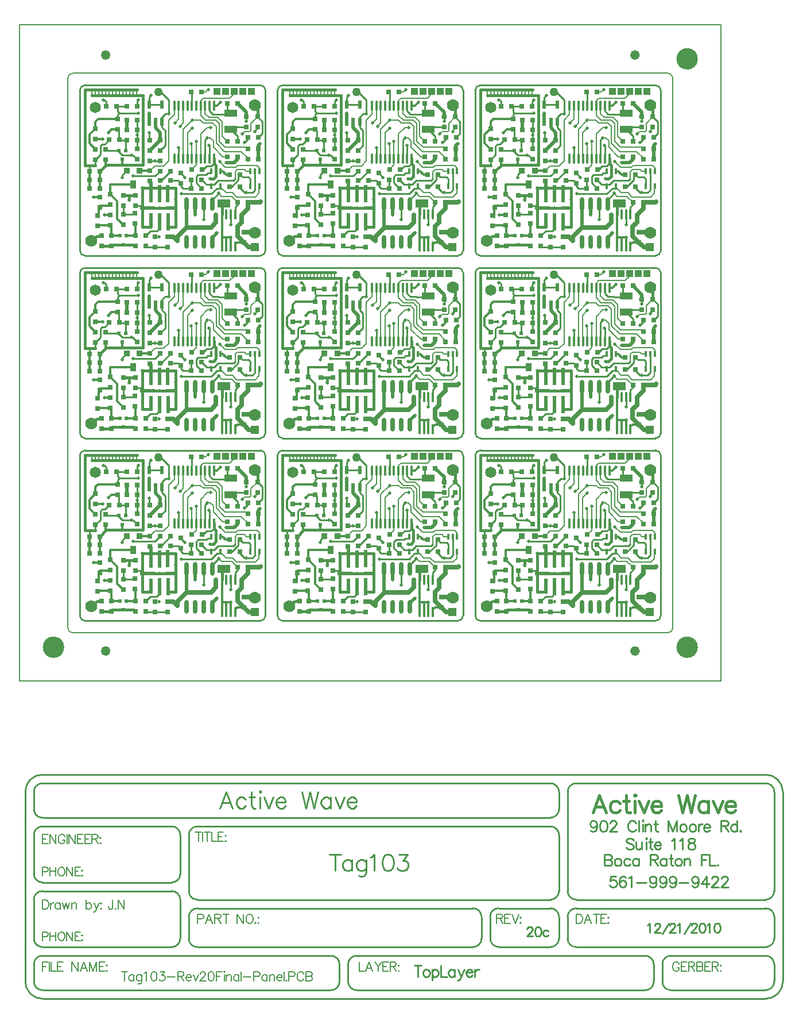
<source format=gtl>
%FSLAX24Y24*%
%MOIN*%
G70*
G01*
G75*
G04 Layer_Physical_Order=1*
G04 Layer_Color=255*
%ADD10C,0.0500*%
%ADD11C,0.0100*%
%ADD12C,0.0150*%
%ADD13R,0.0300X0.0300*%
%ADD14R,0.0740X0.0450*%
%ADD15R,0.0300X0.0300*%
%ADD16O,0.0240X0.0800*%
%ADD17R,0.0360X0.0500*%
%ADD18R,0.0360X0.0360*%
%ADD19R,0.0236X0.1000*%
%ADD20R,0.0236X0.0900*%
%ADD21R,0.0700X0.0236*%
%ADD22R,0.0900X0.0236*%
%ADD23O,0.0160X0.0600*%
%ADD24R,0.0138X0.0354*%
%ADD25R,0.0138X0.0354*%
%ADD26R,0.0236X0.0236*%
%ADD27O,0.0160X0.0600*%
%ADD28R,0.0200X0.0500*%
%ADD29R,0.0748X0.0433*%
%ADD30C,0.0120*%
%ADD31C,0.0080*%
%ADD32C,0.0250*%
%ADD33C,0.0200*%
%ADD34C,0.0120*%
%ADD35C,0.0160*%
%ADD36C,0.0140*%
%ADD37C,0.0260*%
%ADD38C,0.0060*%
%ADD39C,0.0050*%
%ADD40C,0.0090*%
%ADD41C,0.1180*%
%ADD42C,0.0700*%
%ADD43R,0.0500X0.0500*%
%ADD44R,0.0394X0.0433*%
%ADD45C,0.0650*%
%ADD46C,0.0200*%
D10*
X830Y31960D02*
D03*
X31570D02*
D03*
Y-2610D02*
D03*
X830D02*
D03*
X3910Y8630D02*
D03*
X15390D02*
D03*
X26870D02*
D03*
X3910Y19220D02*
D03*
X15390D02*
D03*
X26870D02*
D03*
X3910Y29810D02*
D03*
X15390D02*
D03*
X26870D02*
D03*
D11*
X18963Y-20860D02*
Y-21500D01*
X18750Y-20860D02*
X19177D01*
X19405Y-21073D02*
X19344Y-21104D01*
X19283Y-21165D01*
X19253Y-21256D01*
Y-21317D01*
X19283Y-21409D01*
X19344Y-21470D01*
X19405Y-21500D01*
X19497D01*
X19557Y-21470D01*
X19618Y-21409D01*
X19649Y-21317D01*
Y-21256D01*
X19618Y-21165D01*
X19557Y-21104D01*
X19497Y-21073D01*
X19405D01*
X19789D02*
Y-21713D01*
Y-21165D02*
X19850Y-21104D01*
X19911Y-21073D01*
X20002D01*
X20063Y-21104D01*
X20124Y-21165D01*
X20155Y-21256D01*
Y-21317D01*
X20124Y-21409D01*
X20063Y-21470D01*
X20002Y-21500D01*
X19911D01*
X19850Y-21470D01*
X19789Y-21409D01*
X20292Y-20860D02*
Y-21500D01*
X20657D01*
X21093Y-21073D02*
Y-21500D01*
Y-21165D02*
X21032Y-21104D01*
X20971Y-21073D01*
X20880D01*
X20819Y-21104D01*
X20758Y-21165D01*
X20727Y-21256D01*
Y-21317D01*
X20758Y-21409D01*
X20819Y-21470D01*
X20880Y-21500D01*
X20971D01*
X21032Y-21470D01*
X21093Y-21409D01*
X21294Y-21073D02*
X21477Y-21500D01*
X21660Y-21073D02*
X21477Y-21500D01*
X21416Y-21622D01*
X21355Y-21683D01*
X21294Y-21713D01*
X21264D01*
X21766Y-21256D02*
X22132D01*
Y-21195D01*
X22102Y-21134D01*
X22071Y-21104D01*
X22010Y-21073D01*
X21919D01*
X21858Y-21104D01*
X21797Y-21165D01*
X21766Y-21256D01*
Y-21317D01*
X21797Y-21409D01*
X21858Y-21470D01*
X21919Y-21500D01*
X22010D01*
X22071Y-21470D01*
X22132Y-21409D01*
X22269Y-21073D02*
Y-21500D01*
Y-21256D02*
X22300Y-21165D01*
X22361Y-21104D01*
X22422Y-21073D01*
X22513D01*
X3700Y-344D02*
X4444D01*
X3194D02*
X3700D01*
X8900Y2800D02*
X9000D01*
X8640Y3060D02*
X8900Y2800D01*
X8640Y3060D02*
Y3140D01*
X9500Y2950D02*
Y4033D01*
X9350Y2800D02*
X9500Y2950D01*
X9000Y2800D02*
X9350D01*
X8540Y3530D02*
Y3740D01*
X8150Y3140D02*
X8540Y3530D01*
X8040Y3140D02*
X8150D01*
X3150Y-300D02*
X3194Y-344D01*
X3150Y300D02*
X3420Y570D01*
X3800D01*
X7890Y7612D02*
X8090Y7412D01*
X8900Y5700D02*
X9100Y5900D01*
Y6000D01*
X8090Y6468D02*
X8222Y6600D01*
X8018Y7340D02*
X8090Y7412D01*
X9240Y3270D02*
Y3590D01*
X8786Y3694D02*
X9136D01*
X8640Y3840D02*
X8786Y3694D01*
X9136D02*
X9240Y3590D01*
X5840Y7850D02*
Y8590D01*
X5790Y8640D02*
X5840Y8590D01*
X2550Y2050D02*
X2930D01*
X6864Y4779D02*
Y5516D01*
X6840Y5540D02*
X6864Y5516D01*
X6608Y4779D02*
Y5858D01*
X6740Y5990D01*
X4000Y5250D02*
X4280Y5530D01*
X5200Y3930D02*
X5440Y3690D01*
X5200Y3930D02*
Y3950D01*
X7890Y7612D02*
Y7990D01*
X8090Y6468D02*
X8490Y6068D01*
Y5790D02*
Y6068D01*
X5050Y3500D02*
X5200Y3350D01*
X4600Y3500D02*
X5050D01*
X5073Y4779D02*
Y5407D01*
X6970Y4029D02*
X6974Y4033D01*
X6970Y3930D02*
Y4029D01*
X9240Y4037D02*
X9244Y4033D01*
X6520Y1230D02*
X6520Y2140D01*
X7020D02*
Y2390D01*
X5800Y3050D02*
Y3550D01*
X5340Y3050D02*
X5800D01*
X5200Y3190D02*
X5340Y3050D01*
X5200Y3190D02*
Y3350D01*
X2430Y3770D02*
X2440Y3760D01*
X3710D01*
X4000Y4050D01*
X4050Y3500D02*
X4600Y4050D01*
X4000Y3500D02*
X4050D01*
X900Y5240D02*
X1610D01*
X830Y5310D02*
X900Y5240D01*
X3360Y5890D02*
Y6270D01*
Y5890D02*
X3400Y5850D01*
X230Y4380D02*
Y4710D01*
X1040Y5860D02*
Y5870D01*
X1450Y7800D02*
X1530Y7730D01*
Y6460D02*
X1610Y6380D01*
Y5900D02*
Y6380D01*
X1670Y5840D02*
X2060D01*
X2004Y5784D02*
X2060Y5840D01*
X2004Y5240D02*
Y5784D01*
X1610Y5190D02*
X1810Y4990D01*
X2410D02*
X2660Y4740D01*
X1610Y5190D02*
Y5240D01*
X1810Y3830D02*
X2050Y4070D01*
X1810Y3690D02*
Y3830D01*
X8094Y956D02*
Y1530D01*
X2550Y2650D02*
X2550Y2650D01*
X1850Y1540D02*
Y2050D01*
X2480Y1540D02*
X2540Y1600D01*
X1850Y1540D02*
X2480D01*
X3950Y720D02*
Y909D01*
X3800Y570D02*
X3950Y720D01*
X230Y4710D02*
X513Y4993D01*
Y5491D01*
X631Y5609D01*
X779D01*
X1040Y5870D01*
X1530Y7505D02*
Y7730D01*
Y7335D02*
X1615Y7420D01*
X1530Y7505D02*
X1615Y7420D01*
X1530Y7060D02*
Y7335D01*
X1450Y7800D02*
X2050D01*
X6864Y7536D02*
Y7850D01*
X7020Y2390D02*
X7390Y2760D01*
X4100Y6580D02*
X4280Y6400D01*
Y5530D02*
Y6400D01*
X9244Y3167D02*
Y3266D01*
X3350Y7900D02*
Y8342D01*
X8350Y1960D02*
X8490Y2100D01*
Y2240D01*
X1640Y5870D02*
X1670Y5840D01*
X1610Y5900D02*
X1640Y5870D01*
X-120Y3860D02*
Y4030D01*
Y4380D01*
X8350Y1520D02*
Y1530D01*
Y1960D01*
X4100Y6580D02*
Y6900D01*
X1810Y4990D02*
X2320D01*
X2410D01*
X2660Y5340D02*
Y5840D01*
Y6130D01*
Y6440D01*
Y7020D01*
X2930Y2050D02*
X2950Y2070D01*
X7838Y206D02*
X7844Y211D01*
X3400Y4650D02*
X3700D01*
X4000D01*
X6090Y3360D02*
X6400Y3050D01*
X6090Y3360D02*
Y3730D01*
X6200Y3840D01*
X6670D01*
X6760Y3930D01*
X6970D01*
X8540Y3740D02*
X8640Y3840D01*
X5240Y2730D02*
X6970D01*
X7290Y3050D01*
X9650Y7200D02*
X9930Y6920D01*
Y6230D02*
Y6920D01*
X9700Y6000D02*
X9930Y6230D01*
X7400Y7340D02*
X8018D01*
X7391Y7350D02*
X7400Y7340D01*
X6864Y7536D02*
X7050Y7350D01*
X7391D01*
X6440Y4140D02*
X6495D01*
X6700Y4345D01*
X6965D01*
X7120Y4500D01*
X6400Y3550D02*
X6680Y3270D01*
X7140D02*
X7370Y3500D01*
X8250D01*
X8350Y3600D01*
X8222Y6600D02*
X9000D01*
X2740Y7420D02*
X2740Y7420D01*
X1615Y7420D02*
X2740D01*
X4100Y6900D02*
Y7190D01*
X4290Y7380D01*
X4490D01*
X3350Y8342D02*
X3455Y8446D01*
X3350Y7900D02*
X4100D01*
X3910Y8630D02*
X4020D01*
X4490Y8160D01*
Y7380D02*
Y8160D01*
X2650Y7800D02*
Y8070D01*
X6680Y3270D02*
X6974D01*
X7140D01*
X7290Y3050D02*
X7486D01*
X7565D01*
X850Y7800D02*
Y8070D01*
X760Y8160D02*
X850Y8070D01*
X710Y8160D02*
X760D01*
X9000Y6930D02*
Y7200D01*
X2650Y8070D02*
X2740Y8160D01*
Y8170D01*
X15180Y-344D02*
X15924D01*
X14674D02*
X15180D01*
X20380Y2800D02*
X20480D01*
X20120Y3060D02*
X20380Y2800D01*
X20120Y3060D02*
Y3140D01*
X20980Y2950D02*
Y4033D01*
X20830Y2800D02*
X20980Y2950D01*
X20480Y2800D02*
X20830D01*
X20020Y3530D02*
Y3740D01*
X19630Y3140D02*
X20020Y3530D01*
X19520Y3140D02*
X19630D01*
X14630Y-300D02*
X14674Y-344D01*
X14630Y300D02*
X14900Y570D01*
X15280D01*
X19370Y7612D02*
X19570Y7412D01*
X20380Y5700D02*
X20580Y5900D01*
Y6000D01*
X19570Y6468D02*
X19702Y6600D01*
X19498Y7340D02*
X19570Y7412D01*
X20720Y3270D02*
Y3590D01*
X20266Y3694D02*
X20616D01*
X20120Y3840D02*
X20266Y3694D01*
X20616D02*
X20720Y3590D01*
X17320Y7850D02*
Y8590D01*
X17270Y8640D02*
X17320Y8590D01*
X14030Y2050D02*
X14410D01*
X18344Y4779D02*
Y5516D01*
X18320Y5540D02*
X18344Y5516D01*
X18088Y4779D02*
Y5858D01*
X18220Y5990D01*
X15480Y5250D02*
X15760Y5530D01*
X16680Y3930D02*
X16920Y3690D01*
X16680Y3930D02*
Y3950D01*
X19370Y7612D02*
Y7990D01*
X19570Y6468D02*
X19970Y6068D01*
Y5790D02*
Y6068D01*
X16530Y3500D02*
X16680Y3350D01*
X16080Y3500D02*
X16530D01*
X16553Y4779D02*
Y5407D01*
X18450Y4029D02*
X18454Y4033D01*
X18450Y3930D02*
Y4029D01*
X20720Y4037D02*
X20724Y4033D01*
X18000Y1230D02*
X18000Y2140D01*
X18500D02*
Y2390D01*
X17280Y3050D02*
Y3550D01*
X16820Y3050D02*
X17280D01*
X16680Y3190D02*
X16820Y3050D01*
X16680Y3190D02*
Y3350D01*
X13910Y3770D02*
X13920Y3760D01*
X15190D01*
X15480Y4050D01*
X15530Y3500D02*
X16080Y4050D01*
X15480Y3500D02*
X15530D01*
X12380Y5240D02*
X13090D01*
X12310Y5310D02*
X12380Y5240D01*
X14840Y5890D02*
Y6270D01*
Y5890D02*
X14880Y5850D01*
X11710Y4380D02*
Y4710D01*
X12520Y5860D02*
Y5870D01*
X12930Y7800D02*
X13010Y7730D01*
Y6460D02*
X13090Y6380D01*
Y5900D02*
Y6380D01*
X13150Y5840D02*
X13540D01*
X13484Y5784D02*
X13540Y5840D01*
X13484Y5240D02*
Y5784D01*
X13090Y5190D02*
X13290Y4990D01*
X13890D02*
X14140Y4740D01*
X13090Y5190D02*
Y5240D01*
X13290Y3830D02*
X13530Y4070D01*
X13290Y3690D02*
Y3830D01*
X19574Y956D02*
Y1530D01*
X14030Y2650D02*
X14030Y2650D01*
X13330Y1540D02*
Y2050D01*
X13960Y1540D02*
X14020Y1600D01*
X13330Y1540D02*
X13960D01*
X15430Y720D02*
Y909D01*
X15280Y570D02*
X15430Y720D01*
X11710Y4710D02*
X11993Y4993D01*
Y5491D01*
X12111Y5609D01*
X12259D01*
X12520Y5870D01*
X13010Y7505D02*
Y7730D01*
Y7335D02*
X13095Y7420D01*
X13010Y7505D02*
X13095Y7420D01*
X13010Y7060D02*
Y7335D01*
X12930Y7800D02*
X13530D01*
X18344Y7536D02*
Y7850D01*
X18500Y2390D02*
X18870Y2760D01*
X15580Y6580D02*
X15760Y6400D01*
Y5530D02*
Y6400D01*
X20724Y3167D02*
Y3266D01*
X14830Y7900D02*
Y8342D01*
X19830Y1960D02*
X19970Y2100D01*
Y2240D01*
X13120Y5870D02*
X13150Y5840D01*
X13090Y5900D02*
X13120Y5870D01*
X11360Y3860D02*
Y4030D01*
Y4380D01*
X19830Y1520D02*
Y1530D01*
Y1960D01*
X15580Y6580D02*
Y6900D01*
X13290Y4990D02*
X13800D01*
X13890D01*
X14140Y5340D02*
Y5840D01*
Y6130D01*
Y6440D01*
Y7020D01*
X14410Y2050D02*
X14430Y2070D01*
X19318Y206D02*
X19324Y211D01*
X14880Y4650D02*
X15180D01*
X15480D01*
X17570Y3360D02*
X17880Y3050D01*
X17570Y3360D02*
Y3730D01*
X17680Y3840D01*
X18150D01*
X18240Y3930D01*
X18450D01*
X20020Y3740D02*
X20120Y3840D01*
X16720Y2730D02*
X18450D01*
X18770Y3050D01*
X21130Y7200D02*
X21410Y6920D01*
Y6230D02*
Y6920D01*
X21180Y6000D02*
X21410Y6230D01*
X18880Y7340D02*
X19498D01*
X18871Y7350D02*
X18880Y7340D01*
X18344Y7536D02*
X18530Y7350D01*
X18871D01*
X17920Y4140D02*
X17975D01*
X18180Y4345D01*
X18445D01*
X18600Y4500D01*
X17880Y3550D02*
X18160Y3270D01*
X18620D02*
X18850Y3500D01*
X19730D01*
X19830Y3600D01*
X19702Y6600D02*
X20480D01*
X14220Y7420D02*
X14220Y7420D01*
X13095Y7420D02*
X14220D01*
X15580Y6900D02*
Y7190D01*
X15770Y7380D01*
X15970D01*
X14830Y8342D02*
X14935Y8446D01*
X14830Y7900D02*
X15580D01*
X15390Y8630D02*
X15500D01*
X15970Y8160D01*
Y7380D02*
Y8160D01*
X14130Y7800D02*
Y8070D01*
X18160Y3270D02*
X18454D01*
X18620D01*
X18770Y3050D02*
X18966D01*
X19045D01*
X12330Y7800D02*
Y8070D01*
X12240Y8160D02*
X12330Y8070D01*
X12190Y8160D02*
X12240D01*
X20480Y6930D02*
Y7200D01*
X14130Y8070D02*
X14220Y8160D01*
Y8170D01*
X26660Y-344D02*
X27404D01*
X26154D02*
X26660D01*
X31860Y2800D02*
X31960D01*
X31600Y3060D02*
X31860Y2800D01*
X31600Y3060D02*
Y3140D01*
X32460Y2950D02*
Y4033D01*
X32310Y2800D02*
X32460Y2950D01*
X31960Y2800D02*
X32310D01*
X31500Y3530D02*
Y3740D01*
X31110Y3140D02*
X31500Y3530D01*
X31000Y3140D02*
X31110D01*
X26110Y-300D02*
X26154Y-344D01*
X26110Y300D02*
X26380Y570D01*
X26760D01*
X30850Y7612D02*
X31050Y7412D01*
X31860Y5700D02*
X32060Y5900D01*
Y6000D01*
X31050Y6468D02*
X31182Y6600D01*
X30978Y7340D02*
X31050Y7412D01*
X32200Y3270D02*
Y3590D01*
X31746Y3694D02*
X32096D01*
X31600Y3840D02*
X31746Y3694D01*
X32096D02*
X32200Y3590D01*
X28800Y7850D02*
Y8590D01*
X28750Y8640D02*
X28800Y8590D01*
X25510Y2050D02*
X25890D01*
X29824Y4779D02*
Y5516D01*
X29800Y5540D02*
X29824Y5516D01*
X29568Y4779D02*
Y5858D01*
X29700Y5990D01*
X26960Y5250D02*
X27240Y5530D01*
X28160Y3930D02*
X28400Y3690D01*
X28160Y3930D02*
Y3950D01*
X30850Y7612D02*
Y7990D01*
X31050Y6468D02*
X31450Y6068D01*
Y5790D02*
Y6068D01*
X28010Y3500D02*
X28160Y3350D01*
X27560Y3500D02*
X28010D01*
X28033Y4779D02*
Y5407D01*
X29930Y4029D02*
X29934Y4033D01*
X29930Y3930D02*
Y4029D01*
X32200Y4037D02*
X32204Y4033D01*
X29480Y1230D02*
X29480Y2140D01*
X29980D02*
Y2390D01*
X28760Y3050D02*
Y3550D01*
X28300Y3050D02*
X28760D01*
X28160Y3190D02*
X28300Y3050D01*
X28160Y3190D02*
Y3350D01*
X25390Y3770D02*
X25400Y3760D01*
X26670D01*
X26960Y4050D01*
X27010Y3500D02*
X27560Y4050D01*
X26960Y3500D02*
X27010D01*
X23860Y5240D02*
X24570D01*
X23790Y5310D02*
X23860Y5240D01*
X26320Y5890D02*
Y6270D01*
Y5890D02*
X26360Y5850D01*
X23190Y4380D02*
Y4710D01*
X24000Y5860D02*
Y5870D01*
X24410Y7800D02*
X24490Y7730D01*
Y6460D02*
X24570Y6380D01*
Y5900D02*
Y6380D01*
X24630Y5840D02*
X25020D01*
X24964Y5784D02*
X25020Y5840D01*
X24964Y5240D02*
Y5784D01*
X24570Y5190D02*
X24770Y4990D01*
X25370D02*
X25620Y4740D01*
X24570Y5190D02*
Y5240D01*
X24770Y3830D02*
X25010Y4070D01*
X24770Y3690D02*
Y3830D01*
X31054Y956D02*
Y1530D01*
X25510Y2650D02*
X25510Y2650D01*
X24810Y1540D02*
Y2050D01*
X25440Y1540D02*
X25500Y1600D01*
X24810Y1540D02*
X25440D01*
X26910Y720D02*
Y909D01*
X26760Y570D02*
X26910Y720D01*
X23190Y4710D02*
X23473Y4993D01*
Y5491D01*
X23591Y5609D01*
X23739D01*
X24000Y5870D01*
X24490Y7505D02*
Y7730D01*
Y7335D02*
X24575Y7420D01*
X24490Y7505D02*
X24575Y7420D01*
X24490Y7060D02*
Y7335D01*
X24410Y7800D02*
X25010D01*
X29824Y7536D02*
Y7850D01*
X29980Y2390D02*
X30350Y2760D01*
X27060Y6580D02*
X27240Y6400D01*
Y5530D02*
Y6400D01*
X32204Y3167D02*
Y3266D01*
X26310Y7900D02*
Y8342D01*
X31310Y1960D02*
X31450Y2100D01*
Y2240D01*
X24600Y5870D02*
X24630Y5840D01*
X24570Y5900D02*
X24600Y5870D01*
X22840Y3860D02*
Y4030D01*
Y4380D01*
X31310Y1520D02*
Y1530D01*
Y1960D01*
X27060Y6580D02*
Y6900D01*
X24770Y4990D02*
X25280D01*
X25370D01*
X25620Y5340D02*
Y5840D01*
Y6130D01*
Y6440D01*
Y7020D01*
X25890Y2050D02*
X25910Y2070D01*
X30798Y206D02*
X30804Y211D01*
X26360Y4650D02*
X26660D01*
X26960D01*
X29050Y3360D02*
X29360Y3050D01*
X29050Y3360D02*
Y3730D01*
X29160Y3840D01*
X29630D01*
X29720Y3930D01*
X29930D01*
X31500Y3740D02*
X31600Y3840D01*
X28200Y2730D02*
X29930D01*
X30250Y3050D01*
X32610Y7200D02*
X32890Y6920D01*
Y6230D02*
Y6920D01*
X32660Y6000D02*
X32890Y6230D01*
X30360Y7340D02*
X30978D01*
X30351Y7350D02*
X30360Y7340D01*
X29824Y7536D02*
X30010Y7350D01*
X30351D01*
X29400Y4140D02*
X29455D01*
X29660Y4345D01*
X29925D01*
X30080Y4500D01*
X29360Y3550D02*
X29640Y3270D01*
X30100D02*
X30330Y3500D01*
X31210D01*
X31310Y3600D01*
X31182Y6600D02*
X31960D01*
X25700Y7420D02*
X25700Y7420D01*
X24575Y7420D02*
X25700D01*
X27060Y6900D02*
Y7190D01*
X27250Y7380D01*
X27450D01*
X26310Y8342D02*
X26415Y8446D01*
X26310Y7900D02*
X27060D01*
X26870Y8630D02*
X26980D01*
X27450Y8160D01*
Y7380D02*
Y8160D01*
X25610Y7800D02*
Y8070D01*
X29640Y3270D02*
X29934D01*
X30100D01*
X30250Y3050D02*
X30446D01*
X30525D01*
X23810Y7800D02*
Y8070D01*
X23720Y8160D02*
X23810Y8070D01*
X23670Y8160D02*
X23720D01*
X31960Y6930D02*
Y7200D01*
X25610Y8070D02*
X25700Y8160D01*
Y8170D01*
X3700Y10246D02*
X4444D01*
X3194D02*
X3700D01*
X8900Y13390D02*
X9000D01*
X8640Y13650D02*
X8900Y13390D01*
X8640Y13650D02*
Y13730D01*
X9500Y13540D02*
Y14623D01*
X9350Y13390D02*
X9500Y13540D01*
X9000Y13390D02*
X9350D01*
X8540Y14120D02*
Y14330D01*
X8150Y13730D02*
X8540Y14120D01*
X8040Y13730D02*
X8150D01*
X3150Y10290D02*
X3194Y10246D01*
X3150Y10890D02*
X3420Y11160D01*
X3800D01*
X7890Y18202D02*
X8090Y18002D01*
X8900Y16290D02*
X9100Y16490D01*
Y16590D01*
X8090Y17058D02*
X8222Y17190D01*
X8018Y17930D02*
X8090Y18002D01*
X9240Y13860D02*
Y14180D01*
X8786Y14284D02*
X9136D01*
X8640Y14430D02*
X8786Y14284D01*
X9136D02*
X9240Y14180D01*
X5840Y18440D02*
Y19180D01*
X5790Y19230D02*
X5840Y19180D01*
X2550Y12640D02*
X2930D01*
X6864Y15369D02*
Y16106D01*
X6840Y16130D02*
X6864Y16106D01*
X6608Y15369D02*
Y16448D01*
X6740Y16580D01*
X4000Y15840D02*
X4280Y16120D01*
X5200Y14520D02*
X5440Y14280D01*
X5200Y14520D02*
Y14540D01*
X7890Y18202D02*
Y18580D01*
X8090Y17058D02*
X8490Y16658D01*
Y16380D02*
Y16658D01*
X5050Y14090D02*
X5200Y13940D01*
X4600Y14090D02*
X5050D01*
X5073Y15369D02*
Y15997D01*
X6970Y14619D02*
X6974Y14623D01*
X6970Y14520D02*
Y14619D01*
X9240Y14627D02*
X9244Y14623D01*
X6520Y11820D02*
X6520Y12730D01*
X7020D02*
Y12980D01*
X5800Y13640D02*
Y14140D01*
X5340Y13640D02*
X5800D01*
X5200Y13780D02*
X5340Y13640D01*
X5200Y13780D02*
Y13940D01*
X2430Y14360D02*
X2440Y14350D01*
X3710D01*
X4000Y14640D01*
X4050Y14090D02*
X4600Y14640D01*
X4000Y14090D02*
X4050D01*
X900Y15830D02*
X1610D01*
X830Y15900D02*
X900Y15830D01*
X3360Y16480D02*
Y16860D01*
Y16480D02*
X3400Y16440D01*
X230Y14970D02*
Y15300D01*
X1040Y16450D02*
Y16460D01*
X1450Y18390D02*
X1530Y18320D01*
Y17050D02*
X1610Y16970D01*
Y16490D02*
Y16970D01*
X1670Y16430D02*
X2060D01*
X2004Y16374D02*
X2060Y16430D01*
X2004Y15830D02*
Y16374D01*
X1610Y15780D02*
X1810Y15580D01*
X2410D02*
X2660Y15330D01*
X1610Y15780D02*
Y15830D01*
X1810Y14420D02*
X2050Y14660D01*
X1810Y14280D02*
Y14420D01*
X8094Y11546D02*
Y12120D01*
X2550Y13240D02*
X2550Y13240D01*
X1850Y12130D02*
Y12640D01*
X2480Y12130D02*
X2540Y12190D01*
X1850Y12130D02*
X2480D01*
X3950Y11310D02*
Y11499D01*
X3800Y11160D02*
X3950Y11310D01*
X230Y15300D02*
X513Y15583D01*
Y16081D01*
X631Y16199D01*
X779D01*
X1040Y16460D01*
X1530Y18095D02*
Y18320D01*
Y17925D02*
X1615Y18010D01*
X1530Y18095D02*
X1615Y18010D01*
X1530Y17650D02*
Y17925D01*
X1450Y18390D02*
X2050D01*
X6864Y18126D02*
Y18440D01*
X7020Y12980D02*
X7390Y13350D01*
X4100Y17170D02*
X4280Y16990D01*
Y16120D02*
Y16990D01*
X9244Y13757D02*
Y13856D01*
X3350Y18490D02*
Y18932D01*
X8350Y12550D02*
X8490Y12690D01*
Y12830D01*
X1640Y16460D02*
X1670Y16430D01*
X1610Y16490D02*
X1640Y16460D01*
X-120Y14450D02*
Y14620D01*
Y14970D01*
X8350Y12110D02*
Y12120D01*
Y12550D01*
X4100Y17170D02*
Y17490D01*
X1810Y15580D02*
X2320D01*
X2410D01*
X2660Y15930D02*
Y16430D01*
Y16720D01*
Y17030D01*
Y17610D01*
X2930Y12640D02*
X2950Y12660D01*
X7838Y10796D02*
X7844Y10801D01*
X3400Y15240D02*
X3700D01*
X4000D01*
X6090Y13950D02*
X6400Y13640D01*
X6090Y13950D02*
Y14320D01*
X6200Y14430D01*
X6670D01*
X6760Y14520D01*
X6970D01*
X8540Y14330D02*
X8640Y14430D01*
X5240Y13320D02*
X6970D01*
X7290Y13640D01*
X9650Y17790D02*
X9930Y17510D01*
Y16820D02*
Y17510D01*
X9700Y16590D02*
X9930Y16820D01*
X7400Y17930D02*
X8018D01*
X7391Y17940D02*
X7400Y17930D01*
X6864Y18126D02*
X7050Y17940D01*
X7391D01*
X6440Y14730D02*
X6495D01*
X6700Y14935D01*
X6965D01*
X7120Y15090D01*
X6400Y14140D02*
X6680Y13860D01*
X7140D02*
X7370Y14090D01*
X8250D01*
X8350Y14190D01*
X8222Y17190D02*
X9000D01*
X2740Y18010D02*
X2740Y18010D01*
X1615Y18010D02*
X2740D01*
X4100Y17490D02*
Y17780D01*
X4290Y17970D01*
X4490D01*
X3350Y18932D02*
X3455Y19036D01*
X3350Y18490D02*
X4100D01*
X3910Y19220D02*
X4020D01*
X4490Y18750D01*
Y17970D02*
Y18750D01*
X2650Y18390D02*
Y18660D01*
X6680Y13860D02*
X6974D01*
X7140D01*
X7290Y13640D02*
X7486D01*
X7565D01*
X850Y18390D02*
Y18660D01*
X760Y18750D02*
X850Y18660D01*
X710Y18750D02*
X760D01*
X9000Y17520D02*
Y17790D01*
X2650Y18660D02*
X2740Y18750D01*
Y18760D01*
X15180Y10246D02*
X15924D01*
X14674D02*
X15180D01*
X20380Y13390D02*
X20480D01*
X20120Y13650D02*
X20380Y13390D01*
X20120Y13650D02*
Y13730D01*
X20980Y13540D02*
Y14623D01*
X20830Y13390D02*
X20980Y13540D01*
X20480Y13390D02*
X20830D01*
X20020Y14120D02*
Y14330D01*
X19630Y13730D02*
X20020Y14120D01*
X19520Y13730D02*
X19630D01*
X14630Y10290D02*
X14674Y10246D01*
X14630Y10890D02*
X14900Y11160D01*
X15280D01*
X19370Y18202D02*
X19570Y18002D01*
X20380Y16290D02*
X20580Y16490D01*
Y16590D01*
X19570Y17058D02*
X19702Y17190D01*
X19498Y17930D02*
X19570Y18002D01*
X20720Y13860D02*
Y14180D01*
X20266Y14284D02*
X20616D01*
X20120Y14430D02*
X20266Y14284D01*
X20616D02*
X20720Y14180D01*
X17320Y18440D02*
Y19180D01*
X17270Y19230D02*
X17320Y19180D01*
X14030Y12640D02*
X14410D01*
X18344Y15369D02*
Y16106D01*
X18320Y16130D02*
X18344Y16106D01*
X18088Y15369D02*
Y16448D01*
X18220Y16580D01*
X15480Y15840D02*
X15760Y16120D01*
X16680Y14520D02*
X16920Y14280D01*
X16680Y14520D02*
Y14540D01*
X19370Y18202D02*
Y18580D01*
X19570Y17058D02*
X19970Y16658D01*
Y16380D02*
Y16658D01*
X16530Y14090D02*
X16680Y13940D01*
X16080Y14090D02*
X16530D01*
X16553Y15369D02*
Y15997D01*
X18450Y14619D02*
X18454Y14623D01*
X18450Y14520D02*
Y14619D01*
X20720Y14627D02*
X20724Y14623D01*
X18000Y11820D02*
X18000Y12730D01*
X18500D02*
Y12980D01*
X17280Y13640D02*
Y14140D01*
X16820Y13640D02*
X17280D01*
X16680Y13780D02*
X16820Y13640D01*
X16680Y13780D02*
Y13940D01*
X13910Y14360D02*
X13920Y14350D01*
X15190D01*
X15480Y14640D01*
X15530Y14090D02*
X16080Y14640D01*
X15480Y14090D02*
X15530D01*
X12380Y15830D02*
X13090D01*
X12310Y15900D02*
X12380Y15830D01*
X14840Y16480D02*
Y16860D01*
Y16480D02*
X14880Y16440D01*
X11710Y14970D02*
Y15300D01*
X12520Y16450D02*
Y16460D01*
X12930Y18390D02*
X13010Y18320D01*
Y17050D02*
X13090Y16970D01*
Y16490D02*
Y16970D01*
X13150Y16430D02*
X13540D01*
X13484Y16374D02*
X13540Y16430D01*
X13484Y15830D02*
Y16374D01*
X13090Y15780D02*
X13290Y15580D01*
X13890D02*
X14140Y15330D01*
X13090Y15780D02*
Y15830D01*
X13290Y14420D02*
X13530Y14660D01*
X13290Y14280D02*
Y14420D01*
X19574Y11546D02*
Y12120D01*
X14030Y13240D02*
X14030Y13240D01*
X13330Y12130D02*
Y12640D01*
X13960Y12130D02*
X14020Y12190D01*
X13330Y12130D02*
X13960D01*
X15430Y11310D02*
Y11499D01*
X15280Y11160D02*
X15430Y11310D01*
X11710Y15300D02*
X11993Y15583D01*
Y16081D01*
X12111Y16199D01*
X12259D01*
X12520Y16460D01*
X13010Y18095D02*
Y18320D01*
Y17925D02*
X13095Y18010D01*
X13010Y18095D02*
X13095Y18010D01*
X13010Y17650D02*
Y17925D01*
X12930Y18390D02*
X13530D01*
X18344Y18126D02*
Y18440D01*
X18500Y12980D02*
X18870Y13350D01*
X15580Y17170D02*
X15760Y16990D01*
Y16120D02*
Y16990D01*
X20724Y13757D02*
Y13856D01*
X14830Y18490D02*
Y18932D01*
X19830Y12550D02*
X19970Y12690D01*
Y12830D01*
X13120Y16460D02*
X13150Y16430D01*
X13090Y16490D02*
X13120Y16460D01*
X11360Y14450D02*
Y14620D01*
Y14970D01*
X19830Y12110D02*
Y12120D01*
Y12550D01*
X15580Y17170D02*
Y17490D01*
X13290Y15580D02*
X13800D01*
X13890D01*
X14140Y15930D02*
Y16430D01*
Y16720D01*
Y17030D01*
Y17610D01*
X14410Y12640D02*
X14430Y12660D01*
X19318Y10796D02*
X19324Y10801D01*
X14880Y15240D02*
X15180D01*
X15480D01*
X17570Y13950D02*
X17880Y13640D01*
X17570Y13950D02*
Y14320D01*
X17680Y14430D01*
X18150D01*
X18240Y14520D01*
X18450D01*
X20020Y14330D02*
X20120Y14430D01*
X16720Y13320D02*
X18450D01*
X18770Y13640D01*
X21130Y17790D02*
X21410Y17510D01*
Y16820D02*
Y17510D01*
X21180Y16590D02*
X21410Y16820D01*
X18880Y17930D02*
X19498D01*
X18871Y17940D02*
X18880Y17930D01*
X18344Y18126D02*
X18530Y17940D01*
X18871D01*
X17920Y14730D02*
X17975D01*
X18180Y14935D01*
X18445D01*
X18600Y15090D01*
X17880Y14140D02*
X18160Y13860D01*
X18620D02*
X18850Y14090D01*
X19730D01*
X19830Y14190D01*
X19702Y17190D02*
X20480D01*
X14220Y18010D02*
X14220Y18010D01*
X13095Y18010D02*
X14220D01*
X15580Y17490D02*
Y17780D01*
X15770Y17970D01*
X15970D01*
X14830Y18932D02*
X14935Y19036D01*
X14830Y18490D02*
X15580D01*
X15390Y19220D02*
X15500D01*
X15970Y18750D01*
Y17970D02*
Y18750D01*
X14130Y18390D02*
Y18660D01*
X18160Y13860D02*
X18454D01*
X18620D01*
X18770Y13640D02*
X18966D01*
X19045D01*
X12330Y18390D02*
Y18660D01*
X12240Y18750D02*
X12330Y18660D01*
X12190Y18750D02*
X12240D01*
X20480Y17520D02*
Y17790D01*
X14130Y18660D02*
X14220Y18750D01*
Y18760D01*
X26660Y10246D02*
X27404D01*
X26154D02*
X26660D01*
X31860Y13390D02*
X31960D01*
X31600Y13650D02*
X31860Y13390D01*
X31600Y13650D02*
Y13730D01*
X32460Y13540D02*
Y14623D01*
X32310Y13390D02*
X32460Y13540D01*
X31960Y13390D02*
X32310D01*
X31500Y14120D02*
Y14330D01*
X31110Y13730D02*
X31500Y14120D01*
X31000Y13730D02*
X31110D01*
X26110Y10290D02*
X26154Y10246D01*
X26110Y10890D02*
X26380Y11160D01*
X26760D01*
X30850Y18202D02*
X31050Y18002D01*
X31860Y16290D02*
X32060Y16490D01*
Y16590D01*
X31050Y17058D02*
X31182Y17190D01*
X30978Y17930D02*
X31050Y18002D01*
X32200Y13860D02*
Y14180D01*
X31746Y14284D02*
X32096D01*
X31600Y14430D02*
X31746Y14284D01*
X32096D02*
X32200Y14180D01*
X28800Y18440D02*
Y19180D01*
X28750Y19230D02*
X28800Y19180D01*
X25510Y12640D02*
X25890D01*
X29824Y15369D02*
Y16106D01*
X29800Y16130D02*
X29824Y16106D01*
X29568Y15369D02*
Y16448D01*
X29700Y16580D01*
X26960Y15840D02*
X27240Y16120D01*
X28160Y14520D02*
X28400Y14280D01*
X28160Y14520D02*
Y14540D01*
X30850Y18202D02*
Y18580D01*
X31050Y17058D02*
X31450Y16658D01*
Y16380D02*
Y16658D01*
X28010Y14090D02*
X28160Y13940D01*
X27560Y14090D02*
X28010D01*
X28033Y15369D02*
Y15997D01*
X29930Y14619D02*
X29934Y14623D01*
X29930Y14520D02*
Y14619D01*
X32200Y14627D02*
X32204Y14623D01*
X29480Y11820D02*
X29480Y12730D01*
X29980D02*
Y12980D01*
X28760Y13640D02*
Y14140D01*
X28300Y13640D02*
X28760D01*
X28160Y13780D02*
X28300Y13640D01*
X28160Y13780D02*
Y13940D01*
X25390Y14360D02*
X25400Y14350D01*
X26670D01*
X26960Y14640D01*
X27010Y14090D02*
X27560Y14640D01*
X26960Y14090D02*
X27010D01*
X23860Y15830D02*
X24570D01*
X23790Y15900D02*
X23860Y15830D01*
X26320Y16480D02*
Y16860D01*
Y16480D02*
X26360Y16440D01*
X23190Y14970D02*
Y15300D01*
X24000Y16450D02*
Y16460D01*
X24410Y18390D02*
X24490Y18320D01*
Y17050D02*
X24570Y16970D01*
Y16490D02*
Y16970D01*
X24630Y16430D02*
X25020D01*
X24964Y16374D02*
X25020Y16430D01*
X24964Y15830D02*
Y16374D01*
X24570Y15780D02*
X24770Y15580D01*
X25370D02*
X25620Y15330D01*
X24570Y15780D02*
Y15830D01*
X24770Y14420D02*
X25010Y14660D01*
X24770Y14280D02*
Y14420D01*
X31054Y11546D02*
Y12120D01*
X25510Y13240D02*
X25510Y13240D01*
X24810Y12130D02*
Y12640D01*
X25440Y12130D02*
X25500Y12190D01*
X24810Y12130D02*
X25440D01*
X26910Y11310D02*
Y11499D01*
X26760Y11160D02*
X26910Y11310D01*
X23190Y15300D02*
X23473Y15583D01*
Y16081D01*
X23591Y16199D01*
X23739D01*
X24000Y16460D01*
X24490Y18095D02*
Y18320D01*
Y17925D02*
X24575Y18010D01*
X24490Y18095D02*
X24575Y18010D01*
X24490Y17650D02*
Y17925D01*
X24410Y18390D02*
X25010D01*
X29824Y18126D02*
Y18440D01*
X29980Y12980D02*
X30350Y13350D01*
X27060Y17170D02*
X27240Y16990D01*
Y16120D02*
Y16990D01*
X32204Y13757D02*
Y13856D01*
X26310Y18490D02*
Y18932D01*
X31310Y12550D02*
X31450Y12690D01*
Y12830D01*
X24600Y16460D02*
X24630Y16430D01*
X24570Y16490D02*
X24600Y16460D01*
X22840Y14450D02*
Y14620D01*
Y14970D01*
X31310Y12110D02*
Y12120D01*
Y12550D01*
X27060Y17170D02*
Y17490D01*
X24770Y15580D02*
X25280D01*
X25370D01*
X25620Y15930D02*
Y16430D01*
Y16720D01*
Y17030D01*
Y17610D01*
X25890Y12640D02*
X25910Y12660D01*
X30798Y10796D02*
X30804Y10801D01*
X26360Y15240D02*
X26660D01*
X26960D01*
X29050Y13950D02*
X29360Y13640D01*
X29050Y13950D02*
Y14320D01*
X29160Y14430D01*
X29630D01*
X29720Y14520D01*
X29930D01*
X31500Y14330D02*
X31600Y14430D01*
X28200Y13320D02*
X29930D01*
X30250Y13640D01*
X32610Y17790D02*
X32890Y17510D01*
Y16820D02*
Y17510D01*
X32660Y16590D02*
X32890Y16820D01*
X30360Y17930D02*
X30978D01*
X30351Y17940D02*
X30360Y17930D01*
X29824Y18126D02*
X30010Y17940D01*
X30351D01*
X29400Y14730D02*
X29455D01*
X29660Y14935D01*
X29925D01*
X30080Y15090D01*
X29360Y14140D02*
X29640Y13860D01*
X30100D02*
X30330Y14090D01*
X31210D01*
X31310Y14190D01*
X31182Y17190D02*
X31960D01*
X25700Y18010D02*
X25700Y18010D01*
X24575Y18010D02*
X25700D01*
X27060Y17490D02*
Y17780D01*
X27250Y17970D01*
X27450D01*
X26310Y18932D02*
X26415Y19036D01*
X26310Y18490D02*
X27060D01*
X26870Y19220D02*
X26980D01*
X27450Y18750D01*
Y17970D02*
Y18750D01*
X25610Y18390D02*
Y18660D01*
X29640Y13860D02*
X29934D01*
X30100D01*
X30250Y13640D02*
X30446D01*
X30525D01*
X23810Y18390D02*
Y18660D01*
X23720Y18750D02*
X23810Y18660D01*
X23670Y18750D02*
X23720D01*
X31960Y17520D02*
Y17790D01*
X25610Y18660D02*
X25700Y18750D01*
Y18760D01*
X3700Y20836D02*
X4444D01*
X3194D02*
X3700D01*
X8900Y23980D02*
X9000D01*
X8640Y24240D02*
X8900Y23980D01*
X8640Y24240D02*
Y24320D01*
X9500Y24130D02*
Y25213D01*
X9350Y23980D02*
X9500Y24130D01*
X9000Y23980D02*
X9350D01*
X8540Y24710D02*
Y24920D01*
X8150Y24320D02*
X8540Y24710D01*
X8040Y24320D02*
X8150D01*
X3150Y20880D02*
X3194Y20836D01*
X3150Y21480D02*
X3420Y21750D01*
X3800D01*
X7890Y28792D02*
X8090Y28592D01*
X8900Y26880D02*
X9100Y27080D01*
Y27180D01*
X8090Y27648D02*
X8222Y27780D01*
X8018Y28520D02*
X8090Y28592D01*
X9240Y24450D02*
Y24770D01*
X8786Y24874D02*
X9136D01*
X8640Y25020D02*
X8786Y24874D01*
X9136D02*
X9240Y24770D01*
X5840Y29030D02*
Y29770D01*
X5790Y29820D02*
X5840Y29770D01*
X2550Y23230D02*
X2930D01*
X6864Y25959D02*
Y26696D01*
X6840Y26720D02*
X6864Y26696D01*
X6608Y25959D02*
Y27038D01*
X6740Y27170D01*
X4000Y26430D02*
X4280Y26710D01*
X5200Y25110D02*
X5440Y24870D01*
X5200Y25110D02*
Y25130D01*
X7890Y28792D02*
Y29170D01*
X8090Y27648D02*
X8490Y27248D01*
Y26970D02*
Y27248D01*
X5050Y24680D02*
X5200Y24530D01*
X4600Y24680D02*
X5050D01*
X5073Y25959D02*
Y26587D01*
X6970Y25209D02*
X6974Y25213D01*
X6970Y25110D02*
Y25209D01*
X9240Y25217D02*
X9244Y25213D01*
X6520Y22410D02*
X6520Y23320D01*
X7020D02*
Y23570D01*
X5800Y24230D02*
Y24730D01*
X5340Y24230D02*
X5800D01*
X5200Y24370D02*
X5340Y24230D01*
X5200Y24370D02*
Y24530D01*
X2430Y24950D02*
X2440Y24940D01*
X3710D01*
X4000Y25230D01*
X4050Y24680D02*
X4600Y25230D01*
X4000Y24680D02*
X4050D01*
X900Y26420D02*
X1610D01*
X830Y26490D02*
X900Y26420D01*
X3360Y27070D02*
Y27450D01*
Y27070D02*
X3400Y27030D01*
X230Y25560D02*
Y25890D01*
X1040Y27040D02*
Y27050D01*
X1450Y28980D02*
X1530Y28910D01*
Y27640D02*
X1610Y27560D01*
Y27080D02*
Y27560D01*
X1670Y27020D02*
X2060D01*
X2004Y26964D02*
X2060Y27020D01*
X2004Y26420D02*
Y26964D01*
X1610Y26370D02*
X1810Y26170D01*
X2410D02*
X2660Y25920D01*
X1610Y26370D02*
Y26420D01*
X1810Y25010D02*
X2050Y25250D01*
X1810Y24870D02*
Y25010D01*
X8094Y22136D02*
Y22710D01*
X2550Y23830D02*
X2550Y23830D01*
X1850Y22720D02*
Y23230D01*
X2480Y22720D02*
X2540Y22780D01*
X1850Y22720D02*
X2480D01*
X3950Y21900D02*
Y22089D01*
X3800Y21750D02*
X3950Y21900D01*
X230Y25890D02*
X513Y26173D01*
Y26671D01*
X631Y26789D01*
X779D01*
X1040Y27050D01*
X1530Y28685D02*
Y28910D01*
Y28515D02*
X1615Y28600D01*
X1530Y28685D02*
X1615Y28600D01*
X1530Y28240D02*
Y28515D01*
X1450Y28980D02*
X2050D01*
X6864Y28716D02*
Y29030D01*
X7020Y23570D02*
X7390Y23940D01*
X4100Y27760D02*
X4280Y27580D01*
Y26710D02*
Y27580D01*
X9244Y24347D02*
Y24446D01*
X3350Y29080D02*
Y29522D01*
X8350Y23140D02*
X8490Y23280D01*
Y23420D01*
X1640Y27050D02*
X1670Y27020D01*
X1610Y27080D02*
X1640Y27050D01*
X-120Y25040D02*
Y25210D01*
Y25560D01*
X8350Y22700D02*
Y22710D01*
Y23140D01*
X4100Y27760D02*
Y28080D01*
X1810Y26170D02*
X2320D01*
X2410D01*
X2660Y26520D02*
Y27020D01*
Y27310D01*
Y27620D01*
Y28200D01*
X2930Y23230D02*
X2950Y23250D01*
X7838Y21386D02*
X7844Y21391D01*
X3400Y25830D02*
X3700D01*
X4000D01*
X6090Y24540D02*
X6400Y24230D01*
X6090Y24540D02*
Y24910D01*
X6200Y25020D01*
X6670D01*
X6760Y25110D01*
X6970D01*
X8540Y24920D02*
X8640Y25020D01*
X5240Y23910D02*
X6970D01*
X7290Y24230D01*
X9650Y28380D02*
X9930Y28100D01*
Y27410D02*
Y28100D01*
X9700Y27180D02*
X9930Y27410D01*
X7400Y28520D02*
X8018D01*
X7391Y28530D02*
X7400Y28520D01*
X6864Y28716D02*
X7050Y28530D01*
X7391D01*
X6440Y25320D02*
X6495D01*
X6700Y25525D01*
X6965D01*
X7120Y25680D01*
X6400Y24730D02*
X6680Y24450D01*
X7140D02*
X7370Y24680D01*
X8250D01*
X8350Y24780D01*
X8222Y27780D02*
X9000D01*
X2740Y28600D02*
X2740Y28600D01*
X1615Y28600D02*
X2740D01*
X4100Y28080D02*
Y28370D01*
X4290Y28560D01*
X4490D01*
X3350Y29522D02*
X3455Y29626D01*
X3350Y29080D02*
X4100D01*
X3910Y29810D02*
X4020D01*
X4490Y29340D01*
Y28560D02*
Y29340D01*
X2650Y28980D02*
Y29250D01*
X6680Y24450D02*
X6974D01*
X7140D01*
X7290Y24230D02*
X7486D01*
X7565D01*
X850Y28980D02*
Y29250D01*
X760Y29340D02*
X850Y29250D01*
X710Y29340D02*
X760D01*
X9000Y28110D02*
Y28380D01*
X2650Y29250D02*
X2740Y29340D01*
Y29350D01*
X15180Y20836D02*
X15924D01*
X14674D02*
X15180D01*
X20380Y23980D02*
X20480D01*
X20120Y24240D02*
X20380Y23980D01*
X20120Y24240D02*
Y24320D01*
X20980Y24130D02*
Y25213D01*
X20830Y23980D02*
X20980Y24130D01*
X20480Y23980D02*
X20830D01*
X20020Y24710D02*
Y24920D01*
X19630Y24320D02*
X20020Y24710D01*
X19520Y24320D02*
X19630D01*
X14630Y20880D02*
X14674Y20836D01*
X14630Y21480D02*
X14900Y21750D01*
X15280D01*
X19370Y28792D02*
X19570Y28592D01*
X20380Y26880D02*
X20580Y27080D01*
Y27180D01*
X19570Y27648D02*
X19702Y27780D01*
X19498Y28520D02*
X19570Y28592D01*
X20720Y24450D02*
Y24770D01*
X20266Y24874D02*
X20616D01*
X20120Y25020D02*
X20266Y24874D01*
X20616D02*
X20720Y24770D01*
X17320Y29030D02*
Y29770D01*
X17270Y29820D02*
X17320Y29770D01*
X14030Y23230D02*
X14410D01*
X18344Y25959D02*
Y26696D01*
X18320Y26720D02*
X18344Y26696D01*
X18088Y25959D02*
Y27038D01*
X18220Y27170D01*
X15480Y26430D02*
X15760Y26710D01*
X16680Y25110D02*
X16920Y24870D01*
X16680Y25110D02*
Y25130D01*
X19370Y28792D02*
Y29170D01*
X19570Y27648D02*
X19970Y27248D01*
Y26970D02*
Y27248D01*
X16530Y24680D02*
X16680Y24530D01*
X16080Y24680D02*
X16530D01*
X16553Y25959D02*
Y26587D01*
X18450Y25209D02*
X18454Y25213D01*
X18450Y25110D02*
Y25209D01*
X20720Y25217D02*
X20724Y25213D01*
X18000Y22410D02*
X18000Y23320D01*
X18500D02*
Y23570D01*
X17280Y24230D02*
Y24730D01*
X16820Y24230D02*
X17280D01*
X16680Y24370D02*
X16820Y24230D01*
X16680Y24370D02*
Y24530D01*
X13910Y24950D02*
X13920Y24940D01*
X15190D01*
X15480Y25230D01*
X15530Y24680D02*
X16080Y25230D01*
X15480Y24680D02*
X15530D01*
X12380Y26420D02*
X13090D01*
X12310Y26490D02*
X12380Y26420D01*
X14840Y27070D02*
Y27450D01*
Y27070D02*
X14880Y27030D01*
X11710Y25560D02*
Y25890D01*
X12520Y27040D02*
Y27050D01*
X12930Y28980D02*
X13010Y28910D01*
Y27640D02*
X13090Y27560D01*
Y27080D02*
Y27560D01*
X13150Y27020D02*
X13540D01*
X13484Y26964D02*
X13540Y27020D01*
X13484Y26420D02*
Y26964D01*
X13090Y26370D02*
X13290Y26170D01*
X13890D02*
X14140Y25920D01*
X13090Y26370D02*
Y26420D01*
X13290Y25010D02*
X13530Y25250D01*
X13290Y24870D02*
Y25010D01*
X19574Y22136D02*
Y22710D01*
X14030Y23830D02*
X14030Y23830D01*
X13330Y22720D02*
Y23230D01*
X13960Y22720D02*
X14020Y22780D01*
X13330Y22720D02*
X13960D01*
X15430Y21900D02*
Y22089D01*
X15280Y21750D02*
X15430Y21900D01*
X11710Y25890D02*
X11993Y26173D01*
Y26671D01*
X12111Y26789D01*
X12259D01*
X12520Y27050D01*
X13010Y28685D02*
Y28910D01*
Y28515D02*
X13095Y28600D01*
X13010Y28685D02*
X13095Y28600D01*
X13010Y28240D02*
Y28515D01*
X12930Y28980D02*
X13530D01*
X18344Y28716D02*
Y29030D01*
X18500Y23570D02*
X18870Y23940D01*
X15580Y27760D02*
X15760Y27580D01*
Y26710D02*
Y27580D01*
X20724Y24347D02*
Y24446D01*
X14830Y29080D02*
Y29522D01*
X19830Y23140D02*
X19970Y23280D01*
Y23420D01*
X13120Y27050D02*
X13150Y27020D01*
X13090Y27080D02*
X13120Y27050D01*
X11360Y25040D02*
Y25210D01*
Y25560D01*
X19830Y22700D02*
Y22710D01*
Y23140D01*
X15580Y27760D02*
Y28080D01*
X13290Y26170D02*
X13800D01*
X13890D01*
X14140Y26520D02*
Y27020D01*
Y27310D01*
Y27620D01*
Y28200D01*
X14410Y23230D02*
X14430Y23250D01*
X19318Y21386D02*
X19324Y21391D01*
X14880Y25830D02*
X15180D01*
X15480D01*
X17570Y24540D02*
X17880Y24230D01*
X17570Y24540D02*
Y24910D01*
X17680Y25020D01*
X18150D01*
X18240Y25110D01*
X18450D01*
X20020Y24920D02*
X20120Y25020D01*
X16720Y23910D02*
X18450D01*
X18770Y24230D01*
X21130Y28380D02*
X21410Y28100D01*
Y27410D02*
Y28100D01*
X21180Y27180D02*
X21410Y27410D01*
X18880Y28520D02*
X19498D01*
X18871Y28530D02*
X18880Y28520D01*
X18344Y28716D02*
X18530Y28530D01*
X18871D01*
X17920Y25320D02*
X17975D01*
X18180Y25525D01*
X18445D01*
X18600Y25680D01*
X17880Y24730D02*
X18160Y24450D01*
X18620D02*
X18850Y24680D01*
X19730D01*
X19830Y24780D01*
X19702Y27780D02*
X20480D01*
X14220Y28600D02*
X14220Y28600D01*
X13095Y28600D02*
X14220D01*
X15580Y28080D02*
Y28370D01*
X15770Y28560D01*
X15970D01*
X14830Y29522D02*
X14935Y29626D01*
X14830Y29080D02*
X15580D01*
X15390Y29810D02*
X15500D01*
X15970Y29340D01*
Y28560D02*
Y29340D01*
X14130Y28980D02*
Y29250D01*
X18160Y24450D02*
X18454D01*
X18620D01*
X18770Y24230D02*
X18966D01*
X19045D01*
X12330Y28980D02*
Y29250D01*
X12240Y29340D02*
X12330Y29250D01*
X12190Y29340D02*
X12240D01*
X20480Y28110D02*
Y28380D01*
X14130Y29250D02*
X14220Y29340D01*
Y29350D01*
X26660Y20836D02*
X27404D01*
X26154D02*
X26660D01*
X31860Y23980D02*
X31960D01*
X31600Y24240D02*
X31860Y23980D01*
X31600Y24240D02*
Y24320D01*
X32460Y24130D02*
Y25213D01*
X32310Y23980D02*
X32460Y24130D01*
X31960Y23980D02*
X32310D01*
X31500Y24710D02*
Y24920D01*
X31110Y24320D02*
X31500Y24710D01*
X31000Y24320D02*
X31110D01*
X26110Y20880D02*
X26154Y20836D01*
X26110Y21480D02*
X26380Y21750D01*
X26760D01*
X30850Y28792D02*
X31050Y28592D01*
X31860Y26880D02*
X32060Y27080D01*
Y27180D01*
X31050Y27648D02*
X31182Y27780D01*
X30978Y28520D02*
X31050Y28592D01*
X32200Y24450D02*
Y24770D01*
X31746Y24874D02*
X32096D01*
X31600Y25020D02*
X31746Y24874D01*
X32096D02*
X32200Y24770D01*
X28800Y29030D02*
Y29770D01*
X28750Y29820D02*
X28800Y29770D01*
X25510Y23230D02*
X25890D01*
X29824Y25959D02*
Y26696D01*
X29800Y26720D02*
X29824Y26696D01*
X29568Y25959D02*
Y27038D01*
X29700Y27170D01*
X26960Y26430D02*
X27240Y26710D01*
X28160Y25110D02*
X28400Y24870D01*
X28160Y25110D02*
Y25130D01*
X30850Y28792D02*
Y29170D01*
X31050Y27648D02*
X31450Y27248D01*
Y26970D02*
Y27248D01*
X28010Y24680D02*
X28160Y24530D01*
X27560Y24680D02*
X28010D01*
X28033Y25959D02*
Y26587D01*
X29930Y25209D02*
X29934Y25213D01*
X29930Y25110D02*
Y25209D01*
X32200Y25217D02*
X32204Y25213D01*
X29480Y22410D02*
X29480Y23320D01*
X29980D02*
Y23570D01*
X28760Y24230D02*
Y24730D01*
X28300Y24230D02*
X28760D01*
X28160Y24370D02*
X28300Y24230D01*
X28160Y24370D02*
Y24530D01*
X25390Y24950D02*
X25400Y24940D01*
X26670D01*
X26960Y25230D01*
X27010Y24680D02*
X27560Y25230D01*
X26960Y24680D02*
X27010D01*
X23860Y26420D02*
X24570D01*
X23790Y26490D02*
X23860Y26420D01*
X26320Y27070D02*
Y27450D01*
Y27070D02*
X26360Y27030D01*
X23190Y25560D02*
Y25890D01*
X24000Y27040D02*
Y27050D01*
X24410Y28980D02*
X24490Y28910D01*
Y27640D02*
X24570Y27560D01*
Y27080D02*
Y27560D01*
X24630Y27020D02*
X25020D01*
X24964Y26964D02*
X25020Y27020D01*
X24964Y26420D02*
Y26964D01*
X24570Y26370D02*
X24770Y26170D01*
X25370D02*
X25620Y25920D01*
X24570Y26370D02*
Y26420D01*
X24770Y25010D02*
X25010Y25250D01*
X24770Y24870D02*
Y25010D01*
X31054Y22136D02*
Y22710D01*
X25510Y23830D02*
X25510Y23830D01*
X24810Y22720D02*
Y23230D01*
X25440Y22720D02*
X25500Y22780D01*
X24810Y22720D02*
X25440D01*
X26910Y21900D02*
Y22089D01*
X26760Y21750D02*
X26910Y21900D01*
X23190Y25890D02*
X23473Y26173D01*
Y26671D01*
X23591Y26789D01*
X23739D01*
X24000Y27050D01*
X24490Y28685D02*
Y28910D01*
Y28515D02*
X24575Y28600D01*
X24490Y28685D02*
X24575Y28600D01*
X24490Y28240D02*
Y28515D01*
X24410Y28980D02*
X25010D01*
X29824Y28716D02*
Y29030D01*
X29980Y23570D02*
X30350Y23940D01*
X27060Y27760D02*
X27240Y27580D01*
Y26710D02*
Y27580D01*
X32204Y24347D02*
Y24446D01*
X26310Y29080D02*
Y29522D01*
X31310Y23140D02*
X31450Y23280D01*
Y23420D01*
X24600Y27050D02*
X24630Y27020D01*
X24570Y27080D02*
X24600Y27050D01*
X22840Y25040D02*
Y25210D01*
Y25560D01*
X31310Y22700D02*
Y22710D01*
Y23140D01*
X27060Y27760D02*
Y28080D01*
X24770Y26170D02*
X25280D01*
X25370D01*
X25620Y26520D02*
Y27020D01*
Y27310D01*
Y27620D01*
Y28200D01*
X25890Y23230D02*
X25910Y23250D01*
X30798Y21386D02*
X30804Y21391D01*
X26360Y25830D02*
X26660D01*
X26960D01*
X29050Y24540D02*
X29360Y24230D01*
X29050Y24540D02*
Y24910D01*
X29160Y25020D01*
X29630D01*
X29720Y25110D01*
X29930D01*
X31500Y24920D02*
X31600Y25020D01*
X28200Y23910D02*
X29930D01*
X30250Y24230D01*
X32610Y28380D02*
X32890Y28100D01*
Y27410D02*
Y28100D01*
X32660Y27180D02*
X32890Y27410D01*
X30360Y28520D02*
X30978D01*
X30351Y28530D02*
X30360Y28520D01*
X29824Y28716D02*
X30010Y28530D01*
X30351D01*
X29400Y25320D02*
X29455D01*
X29660Y25525D01*
X29925D01*
X30080Y25680D01*
X29360Y24730D02*
X29640Y24450D01*
X30100D02*
X30330Y24680D01*
X31210D01*
X31310Y24780D01*
X31182Y27780D02*
X31960D01*
X25700Y28600D02*
X25700Y28600D01*
X24575Y28600D02*
X25700D01*
X27060Y28080D02*
Y28370D01*
X27250Y28560D01*
X27450D01*
X26310Y29522D02*
X26415Y29626D01*
X26310Y29080D02*
X27060D01*
X26870Y29810D02*
X26980D01*
X27450Y29340D01*
Y28560D02*
Y29340D01*
X25610Y28980D02*
Y29250D01*
X29640Y24450D02*
X29934D01*
X30100D01*
X30250Y24230D02*
X30446D01*
X30525D01*
X23810Y28980D02*
Y29250D01*
X23720Y29340D02*
X23810Y29250D01*
X23670Y29340D02*
X23720D01*
X31960Y28110D02*
Y28380D01*
X25610Y29250D02*
X25700Y29340D01*
Y29350D01*
X-370Y9030D02*
G03*
X-670Y8730I0J-300D01*
G01*
X10110D02*
G03*
X9810Y9030I-300J0D01*
G01*
Y-860D02*
G03*
X10110Y-560I0J300D01*
G01*
X-670D02*
G03*
X-370Y-860I300J0D01*
G01*
X-670Y-560D02*
Y8730D01*
X-370Y9030D02*
X9810D01*
X10110Y-560D02*
Y8730D01*
X-370Y-860D02*
X9810D01*
X11110Y9030D02*
G03*
X10810Y8730I0J-300D01*
G01*
X21590D02*
G03*
X21290Y9030I-300J0D01*
G01*
Y-860D02*
G03*
X21590Y-560I0J300D01*
G01*
X10810D02*
G03*
X11110Y-860I300J0D01*
G01*
X10810Y-560D02*
Y8730D01*
X11110Y9030D02*
X21290D01*
X21590Y-560D02*
Y8730D01*
X11110Y-860D02*
X21290D01*
X22590Y9030D02*
G03*
X22290Y8730I0J-300D01*
G01*
X33070D02*
G03*
X32770Y9030I-300J0D01*
G01*
Y-860D02*
G03*
X33070Y-560I0J300D01*
G01*
X22290D02*
G03*
X22590Y-860I300J0D01*
G01*
X22290Y-560D02*
Y8730D01*
X22590Y9030D02*
X32770D01*
X33070Y-560D02*
Y8730D01*
X22590Y-860D02*
X32770D01*
X-370Y19620D02*
G03*
X-670Y19320I0J-300D01*
G01*
X10110D02*
G03*
X9810Y19620I-300J0D01*
G01*
Y9730D02*
G03*
X10110Y10030I0J300D01*
G01*
X-670D02*
G03*
X-370Y9730I300J0D01*
G01*
X-670Y10030D02*
Y19320D01*
X-370Y19620D02*
X9810D01*
X10110Y10030D02*
Y19320D01*
X-370Y9730D02*
X9810D01*
X11110Y19620D02*
G03*
X10810Y19320I0J-300D01*
G01*
X21590D02*
G03*
X21290Y19620I-300J0D01*
G01*
Y9730D02*
G03*
X21590Y10030I0J300D01*
G01*
X10810D02*
G03*
X11110Y9730I300J0D01*
G01*
X10810Y10030D02*
Y19320D01*
X11110Y19620D02*
X21290D01*
X21590Y10030D02*
Y19320D01*
X11110Y9730D02*
X21290D01*
X22590Y19620D02*
G03*
X22290Y19320I0J-300D01*
G01*
X33070D02*
G03*
X32770Y19620I-300J0D01*
G01*
Y9730D02*
G03*
X33070Y10030I0J300D01*
G01*
X22290D02*
G03*
X22590Y9730I300J0D01*
G01*
X22290Y10030D02*
Y19320D01*
X22590Y19620D02*
X32770D01*
X33070Y10030D02*
Y19320D01*
X22590Y9730D02*
X32770D01*
X-370Y30210D02*
G03*
X-670Y29910I0J-300D01*
G01*
X10110D02*
G03*
X9810Y30210I-300J0D01*
G01*
Y20320D02*
G03*
X10110Y20620I0J300D01*
G01*
X-670D02*
G03*
X-370Y20320I300J0D01*
G01*
X-670Y20620D02*
Y29910D01*
X-370Y30210D02*
X9810D01*
X10110Y20620D02*
Y29910D01*
X-370Y20320D02*
X9810D01*
X11110Y30210D02*
G03*
X10810Y29910I0J-300D01*
G01*
X21590D02*
G03*
X21290Y30210I-300J0D01*
G01*
Y20320D02*
G03*
X21590Y20620I0J300D01*
G01*
X10810D02*
G03*
X11110Y20320I300J0D01*
G01*
X10810Y20620D02*
Y29910D01*
X11110Y30210D02*
X21290D01*
X21590Y20620D02*
Y29910D01*
X11110Y20320D02*
X21290D01*
X22590Y30210D02*
G03*
X22290Y29910I0J-300D01*
G01*
X33070D02*
G03*
X32770Y30210I-300J0D01*
G01*
Y20320D02*
G03*
X33070Y20620I0J300D01*
G01*
X22290D02*
G03*
X22590Y20320I300J0D01*
G01*
X22290Y20620D02*
Y29910D01*
X22590Y30210D02*
X32770D01*
X33070Y20620D02*
Y29910D01*
X22590Y20320D02*
X32770D01*
X39659Y-18022D02*
G03*
X39169Y-17532I-490J0D01*
G01*
X28159D02*
G03*
X27659Y-18032I0J-500D01*
G01*
X39159Y-17032D02*
G03*
X39659Y-16532I0J500D01*
G01*
X27659D02*
G03*
X28159Y-17032I500J0D01*
G01*
X-2841Y-9782D02*
G03*
X-3841Y-10782I0J-1000D01*
G01*
Y-21772D02*
G03*
X-2848Y-22782I1010J0D01*
G01*
X39159Y-22782D02*
G03*
X40159Y-21782I0J1000D01*
G01*
Y-10782D02*
G03*
X39159Y-9782I-1000J0D01*
G01*
X39659Y-10772D02*
G03*
X39152Y-10282I-490J0D01*
G01*
X39159Y-19782D02*
G03*
X39659Y-19282I0J500D01*
G01*
X39659Y-20773D02*
G03*
X39159Y-20282I-500J-9D01*
G01*
Y-22282D02*
G03*
X39659Y-21782I0J500D01*
G01*
X26659Y-19782D02*
G03*
X27159Y-19282I0J500D01*
G01*
X27659Y-19292D02*
G03*
X28158Y-19782I490J0D01*
G01*
X27159Y-18022D02*
G03*
X26669Y-17532I-490J0D01*
G01*
X-3341Y-21782D02*
G03*
X-2850Y-22282I500J0D01*
G01*
X26668Y-17032D02*
G03*
X27159Y-16532I-9J500D01*
G01*
X-2841Y-20282D02*
G03*
X-3341Y-20782I0J-500D01*
G01*
X27159Y-13282D02*
G03*
X26659Y-12782I-500J0D01*
G01*
Y-12282D02*
G03*
X27159Y-11782I0J500D01*
G01*
X28159Y-10282D02*
G03*
X27659Y-10782I0J-500D01*
G01*
X27159D02*
G03*
X26659Y-10282I-500J0D01*
G01*
X-2841D02*
G03*
X-3341Y-10782I0J-500D01*
G01*
Y-11782D02*
G03*
X-2841Y-12282I500J0D01*
G01*
Y-12782D02*
G03*
X-3341Y-13282I0J-500D01*
G01*
Y-15532D02*
G03*
X-2841Y-16032I500J0D01*
G01*
Y-16532D02*
G03*
X-3341Y-17032I0J-500D01*
G01*
Y-19282D02*
G03*
X-2850Y-19782I500J0D01*
G01*
X6159Y-12782D02*
G03*
X5659Y-13282I0J-500D01*
G01*
X6159Y-17532D02*
G03*
X5659Y-18032I0J-500D01*
G01*
X23639Y-17532D02*
G03*
X23160Y-18037I0J-480D01*
G01*
X23159Y-19272D02*
G03*
X23660Y-19782I510J0D01*
G01*
X22169Y-19782D02*
G03*
X22659Y-19283I0J490D01*
G01*
X22659Y-18022D02*
G03*
X22169Y-17532I-490J0D01*
G01*
X4669Y-19782D02*
G03*
X5159Y-19292I0J490D01*
G01*
X5659D02*
G03*
X6149Y-19782I490J0D01*
G01*
X5659Y-16542D02*
G03*
X6149Y-17032I490J0D01*
G01*
X5159Y-17022D02*
G03*
X4652Y-16532I-490J0D01*
G01*
X4679Y-16032D02*
G03*
X5159Y-15552I0J480D01*
G01*
Y-13272D02*
G03*
X4669Y-12782I-490J0D01*
G01*
X33659Y-20282D02*
G03*
X33159Y-20782I0J-500D01*
G01*
Y-21792D02*
G03*
X33658Y-22282I490J0D01*
G01*
X32171Y-22282D02*
G03*
X32659Y-21785I8J480D01*
G01*
X32659Y-20782D02*
G03*
X32159Y-20282I-500J0D01*
G01*
X14909Y-21782D02*
G03*
X15400Y-22282I500J0D01*
G01*
X15409Y-20282D02*
G03*
X14909Y-20782I0J-500D01*
G01*
X13921Y-22282D02*
G03*
X14409Y-21785I8J480D01*
G01*
X14409Y-20782D02*
G03*
X13909Y-20282I-500J0D01*
G01*
X39659Y-19282D02*
Y-18022D01*
X27659Y-19282D02*
Y-18032D01*
X39659Y-16532D02*
Y-10782D01*
X27659Y-16532D02*
Y-10782D01*
X-3841Y-21782D02*
Y-10782D01*
X-3341Y-21782D02*
Y-20782D01*
X39659Y-21782D02*
Y-20782D01*
X27159Y-19282D02*
Y-18032D01*
X23159Y-19282D02*
Y-18032D01*
X5659Y-19282D02*
Y-18032D01*
X22659Y-19282D02*
Y-18032D01*
X5659Y-16532D02*
Y-13282D01*
X27159Y-16532D02*
Y-13282D01*
Y-11782D02*
Y-10782D01*
X-3341Y-11782D02*
Y-10782D01*
X5159Y-15532D02*
Y-13282D01*
X-3341Y-15532D02*
Y-13282D01*
X5159Y-19282D02*
Y-17032D01*
X-3341Y-19282D02*
Y-17032D01*
X40159Y-21782D02*
Y-10782D01*
X33159Y-21782D02*
Y-20782D01*
X32659Y-21782D02*
Y-20782D01*
X14909Y-21782D02*
Y-20782D01*
X14409Y-21782D02*
Y-20782D01*
X28159Y-17532D02*
X39159D01*
X28159Y-17032D02*
X39159D01*
X6159D02*
X26659D01*
X28159Y-10282D02*
X39159D01*
X28159Y-19782D02*
X39159D01*
X23659Y-17532D02*
X26659D01*
X23659Y-19782D02*
X26659D01*
X6159D02*
X22159D01*
X6159Y-17532D02*
X22159D01*
X6159Y-12782D02*
X26659D01*
X-2841Y-12282D02*
X26659D01*
X-2841Y-12782D02*
X4659D01*
X-2841Y-16032D02*
X4659D01*
X-2841Y-16532D02*
X4659D01*
X-2841Y-19782D02*
X4659D01*
X-2841Y-9782D02*
X39159D01*
X-2841Y-22782D02*
X39159D01*
X-2841Y-10282D02*
X26659D01*
X33659Y-20282D02*
X39159D01*
X33659Y-22282D02*
X39159D01*
X15409Y-20282D02*
X32159D01*
X-2841D02*
X13909D01*
X-2841Y-22282D02*
X13909D01*
X15409D02*
X32159D01*
X31487Y-13572D02*
X31426Y-13511D01*
X31334Y-13480D01*
X31212D01*
X31121Y-13511D01*
X31060Y-13572D01*
Y-13632D01*
X31090Y-13693D01*
X31121Y-13724D01*
X31182Y-13754D01*
X31365Y-13815D01*
X31426Y-13846D01*
X31456Y-13876D01*
X31487Y-13937D01*
Y-14029D01*
X31426Y-14090D01*
X31334Y-14120D01*
X31212D01*
X31121Y-14090D01*
X31060Y-14029D01*
X31630Y-13693D02*
Y-13998D01*
X31660Y-14090D01*
X31721Y-14120D01*
X31813D01*
X31874Y-14090D01*
X31965Y-13998D01*
Y-13693D02*
Y-14120D01*
X32193Y-13480D02*
X32224Y-13511D01*
X32254Y-13480D01*
X32224Y-13450D01*
X32193Y-13480D01*
X32224Y-13693D02*
Y-14120D01*
X32459Y-13480D02*
Y-13998D01*
X32489Y-14090D01*
X32550Y-14120D01*
X32611D01*
X32367Y-13693D02*
X32580D01*
X32702Y-13876D02*
X33068D01*
Y-13815D01*
X33037Y-13754D01*
X33007Y-13724D01*
X32946Y-13693D01*
X32855D01*
X32794Y-13724D01*
X32733Y-13785D01*
X32702Y-13876D01*
Y-13937D01*
X32733Y-14029D01*
X32794Y-14090D01*
X32855Y-14120D01*
X32946D01*
X33007Y-14090D01*
X33068Y-14029D01*
X33708Y-13602D02*
X33769Y-13572D01*
X33860Y-13480D01*
Y-14120D01*
X34177Y-13602D02*
X34238Y-13572D01*
X34329Y-13480D01*
Y-14120D01*
X34799Y-13480D02*
X34707Y-13511D01*
X34677Y-13572D01*
Y-13632D01*
X34707Y-13693D01*
X34768Y-13724D01*
X34890Y-13754D01*
X34981Y-13785D01*
X35042Y-13846D01*
X35073Y-13907D01*
Y-13998D01*
X35042Y-14059D01*
X35012Y-14090D01*
X34920Y-14120D01*
X34799D01*
X34707Y-14090D01*
X34677Y-14059D01*
X34646Y-13998D01*
Y-13907D01*
X34677Y-13846D01*
X34738Y-13785D01*
X34829Y-13754D01*
X34951Y-13724D01*
X35012Y-13693D01*
X35042Y-13632D01*
Y-13572D01*
X35012Y-13511D01*
X34920Y-13480D01*
X34799D01*
X30466Y-15670D02*
X30161D01*
X30130Y-15944D01*
X30161Y-15914D01*
X30252Y-15883D01*
X30344D01*
X30435Y-15914D01*
X30496Y-15975D01*
X30527Y-16066D01*
Y-16127D01*
X30496Y-16219D01*
X30435Y-16280D01*
X30344Y-16310D01*
X30252D01*
X30161Y-16280D01*
X30130Y-16249D01*
X30100Y-16188D01*
X31035Y-15762D02*
X31005Y-15701D01*
X30914Y-15670D01*
X30853D01*
X30761Y-15701D01*
X30700Y-15792D01*
X30670Y-15944D01*
Y-16097D01*
X30700Y-16219D01*
X30761Y-16280D01*
X30853Y-16310D01*
X30883D01*
X30974Y-16280D01*
X31035Y-16219D01*
X31066Y-16127D01*
Y-16097D01*
X31035Y-16005D01*
X30974Y-15944D01*
X30883Y-15914D01*
X30853D01*
X30761Y-15944D01*
X30700Y-16005D01*
X30670Y-16097D01*
X31206Y-15792D02*
X31267Y-15762D01*
X31358Y-15670D01*
Y-16310D01*
X31675Y-16036D02*
X32224D01*
X32809Y-15883D02*
X32778Y-15975D01*
X32717Y-16036D01*
X32626Y-16066D01*
X32595D01*
X32504Y-16036D01*
X32443Y-15975D01*
X32413Y-15883D01*
Y-15853D01*
X32443Y-15762D01*
X32504Y-15701D01*
X32595Y-15670D01*
X32626D01*
X32717Y-15701D01*
X32778Y-15762D01*
X32809Y-15883D01*
Y-16036D01*
X32778Y-16188D01*
X32717Y-16280D01*
X32626Y-16310D01*
X32565D01*
X32474Y-16280D01*
X32443Y-16219D01*
X33379Y-15883D02*
X33348Y-15975D01*
X33287Y-16036D01*
X33196Y-16066D01*
X33165D01*
X33074Y-16036D01*
X33013Y-15975D01*
X32982Y-15883D01*
Y-15853D01*
X33013Y-15762D01*
X33074Y-15701D01*
X33165Y-15670D01*
X33196D01*
X33287Y-15701D01*
X33348Y-15762D01*
X33379Y-15883D01*
Y-16036D01*
X33348Y-16188D01*
X33287Y-16280D01*
X33196Y-16310D01*
X33135D01*
X33043Y-16280D01*
X33013Y-16219D01*
X33948Y-15883D02*
X33918Y-15975D01*
X33857Y-16036D01*
X33765Y-16066D01*
X33735D01*
X33644Y-16036D01*
X33583Y-15975D01*
X33552Y-15883D01*
Y-15853D01*
X33583Y-15762D01*
X33644Y-15701D01*
X33735Y-15670D01*
X33765D01*
X33857Y-15701D01*
X33918Y-15762D01*
X33948Y-15883D01*
Y-16036D01*
X33918Y-16188D01*
X33857Y-16280D01*
X33765Y-16310D01*
X33705D01*
X33613Y-16280D01*
X33583Y-16219D01*
X34122Y-16036D02*
X34670D01*
X35255Y-15883D02*
X35225Y-15975D01*
X35164Y-16036D01*
X35073Y-16066D01*
X35042D01*
X34951Y-16036D01*
X34890Y-15975D01*
X34859Y-15883D01*
Y-15853D01*
X34890Y-15762D01*
X34951Y-15701D01*
X35042Y-15670D01*
X35073D01*
X35164Y-15701D01*
X35225Y-15762D01*
X35255Y-15883D01*
Y-16036D01*
X35225Y-16188D01*
X35164Y-16280D01*
X35073Y-16310D01*
X35012D01*
X34920Y-16280D01*
X34890Y-16219D01*
X35734Y-15670D02*
X35429Y-16097D01*
X35886D01*
X35734Y-15670D02*
Y-16310D01*
X36029Y-15822D02*
Y-15792D01*
X36060Y-15731D01*
X36090Y-15701D01*
X36151Y-15670D01*
X36273D01*
X36334Y-15701D01*
X36365Y-15731D01*
X36395Y-15792D01*
Y-15853D01*
X36365Y-15914D01*
X36304Y-16005D01*
X35999Y-16310D01*
X36425D01*
X36599Y-15822D02*
Y-15792D01*
X36630Y-15731D01*
X36660Y-15701D01*
X36721Y-15670D01*
X36843D01*
X36904Y-15701D01*
X36934Y-15731D01*
X36965Y-15792D01*
Y-15853D01*
X36934Y-15914D01*
X36873Y-16005D01*
X36569Y-16310D01*
X36995D01*
X29346Y-12663D02*
X29316Y-12755D01*
X29255Y-12816D01*
X29163Y-12846D01*
X29133D01*
X29041Y-12816D01*
X28980Y-12755D01*
X28950Y-12663D01*
Y-12633D01*
X28980Y-12542D01*
X29041Y-12481D01*
X29133Y-12450D01*
X29163D01*
X29255Y-12481D01*
X29316Y-12542D01*
X29346Y-12663D01*
Y-12816D01*
X29316Y-12968D01*
X29255Y-13060D01*
X29163Y-13090D01*
X29102D01*
X29011Y-13060D01*
X28980Y-12999D01*
X29703Y-12450D02*
X29611Y-12481D01*
X29550Y-12572D01*
X29520Y-12724D01*
Y-12816D01*
X29550Y-12968D01*
X29611Y-13060D01*
X29703Y-13090D01*
X29764D01*
X29855Y-13060D01*
X29916Y-12968D01*
X29946Y-12816D01*
Y-12724D01*
X29916Y-12572D01*
X29855Y-12481D01*
X29764Y-12450D01*
X29703D01*
X30120Y-12602D02*
Y-12572D01*
X30150Y-12511D01*
X30181Y-12481D01*
X30242Y-12450D01*
X30364D01*
X30425Y-12481D01*
X30455Y-12511D01*
X30486Y-12572D01*
Y-12633D01*
X30455Y-12694D01*
X30394Y-12785D01*
X30090Y-13090D01*
X30516D01*
X31619Y-12602D02*
X31589Y-12542D01*
X31528Y-12481D01*
X31467Y-12450D01*
X31345D01*
X31284Y-12481D01*
X31223Y-12542D01*
X31193Y-12602D01*
X31162Y-12694D01*
Y-12846D01*
X31193Y-12938D01*
X31223Y-12999D01*
X31284Y-13060D01*
X31345Y-13090D01*
X31467D01*
X31528Y-13060D01*
X31589Y-12999D01*
X31619Y-12938D01*
X31799Y-12450D02*
Y-13090D01*
X31994Y-12450D02*
X32024Y-12481D01*
X32055Y-12450D01*
X32024Y-12420D01*
X31994Y-12450D01*
X32024Y-12663D02*
Y-13090D01*
X32168Y-12663D02*
Y-13090D01*
Y-12785D02*
X32259Y-12694D01*
X32320Y-12663D01*
X32411D01*
X32472Y-12694D01*
X32503Y-12785D01*
Y-13090D01*
X32762Y-12450D02*
Y-12968D01*
X32792Y-13060D01*
X32853Y-13090D01*
X32914D01*
X32670Y-12663D02*
X32884D01*
X33508Y-12450D02*
Y-13090D01*
Y-12450D02*
X33752Y-13090D01*
X33996Y-12450D02*
X33752Y-13090D01*
X33996Y-12450D02*
Y-13090D01*
X34331Y-12663D02*
X34270Y-12694D01*
X34209Y-12755D01*
X34179Y-12846D01*
Y-12907D01*
X34209Y-12999D01*
X34270Y-13060D01*
X34331Y-13090D01*
X34422D01*
X34483Y-13060D01*
X34544Y-12999D01*
X34575Y-12907D01*
Y-12846D01*
X34544Y-12755D01*
X34483Y-12694D01*
X34422Y-12663D01*
X34331D01*
X34867D02*
X34806Y-12694D01*
X34745Y-12755D01*
X34715Y-12846D01*
Y-12907D01*
X34745Y-12999D01*
X34806Y-13060D01*
X34867Y-13090D01*
X34959D01*
X35020Y-13060D01*
X35080Y-12999D01*
X35111Y-12907D01*
Y-12846D01*
X35080Y-12755D01*
X35020Y-12694D01*
X34959Y-12663D01*
X34867D01*
X35251D02*
Y-13090D01*
Y-12846D02*
X35282Y-12755D01*
X35343Y-12694D01*
X35403Y-12663D01*
X35495D01*
X35553Y-12846D02*
X35918D01*
Y-12785D01*
X35888Y-12724D01*
X35857Y-12694D01*
X35797Y-12663D01*
X35705D01*
X35644Y-12694D01*
X35583Y-12755D01*
X35553Y-12846D01*
Y-12907D01*
X35583Y-12999D01*
X35644Y-13060D01*
X35705Y-13090D01*
X35797D01*
X35857Y-13060D01*
X35918Y-12999D01*
X36558Y-12450D02*
Y-13090D01*
Y-12450D02*
X36832D01*
X36924Y-12481D01*
X36954Y-12511D01*
X36985Y-12572D01*
Y-12633D01*
X36954Y-12694D01*
X36924Y-12724D01*
X36832Y-12755D01*
X36558D01*
X36772D02*
X36985Y-13090D01*
X37494Y-12450D02*
Y-13090D01*
Y-12755D02*
X37433Y-12694D01*
X37372Y-12663D01*
X37280D01*
X37219Y-12694D01*
X37159Y-12755D01*
X37128Y-12846D01*
Y-12907D01*
X37159Y-12999D01*
X37219Y-13060D01*
X37280Y-13090D01*
X37372D01*
X37433Y-13060D01*
X37494Y-12999D01*
X37695Y-13029D02*
X37664Y-13060D01*
X37695Y-13090D01*
X37725Y-13060D01*
X37695Y-13029D01*
X29810Y-14420D02*
Y-15060D01*
Y-14420D02*
X30084D01*
X30176Y-14451D01*
X30206Y-14481D01*
X30237Y-14542D01*
Y-14603D01*
X30206Y-14664D01*
X30176Y-14694D01*
X30084Y-14725D01*
X29810D02*
X30084D01*
X30176Y-14755D01*
X30206Y-14786D01*
X30237Y-14847D01*
Y-14938D01*
X30206Y-14999D01*
X30176Y-15030D01*
X30084Y-15060D01*
X29810D01*
X30532Y-14633D02*
X30471Y-14664D01*
X30410Y-14725D01*
X30380Y-14816D01*
Y-14877D01*
X30410Y-14969D01*
X30471Y-15030D01*
X30532Y-15060D01*
X30624D01*
X30684Y-15030D01*
X30745Y-14969D01*
X30776Y-14877D01*
Y-14816D01*
X30745Y-14725D01*
X30684Y-14664D01*
X30624Y-14633D01*
X30532D01*
X31282Y-14725D02*
X31221Y-14664D01*
X31160Y-14633D01*
X31068D01*
X31007Y-14664D01*
X30947Y-14725D01*
X30916Y-14816D01*
Y-14877D01*
X30947Y-14969D01*
X31007Y-15030D01*
X31068Y-15060D01*
X31160D01*
X31221Y-15030D01*
X31282Y-14969D01*
X31784Y-14633D02*
Y-15060D01*
Y-14725D02*
X31723Y-14664D01*
X31663Y-14633D01*
X31571D01*
X31510Y-14664D01*
X31449Y-14725D01*
X31419Y-14816D01*
Y-14877D01*
X31449Y-14969D01*
X31510Y-15030D01*
X31571Y-15060D01*
X31663D01*
X31723Y-15030D01*
X31784Y-14969D01*
X32458Y-14420D02*
Y-15060D01*
Y-14420D02*
X32732D01*
X32823Y-14451D01*
X32854Y-14481D01*
X32884Y-14542D01*
Y-14603D01*
X32854Y-14664D01*
X32823Y-14694D01*
X32732Y-14725D01*
X32458D01*
X32671D02*
X32884Y-15060D01*
X33393Y-14633D02*
Y-15060D01*
Y-14725D02*
X33332Y-14664D01*
X33271Y-14633D01*
X33180D01*
X33119Y-14664D01*
X33058Y-14725D01*
X33028Y-14816D01*
Y-14877D01*
X33058Y-14969D01*
X33119Y-15030D01*
X33180Y-15060D01*
X33271D01*
X33332Y-15030D01*
X33393Y-14969D01*
X33655Y-14420D02*
Y-14938D01*
X33686Y-15030D01*
X33747Y-15060D01*
X33808D01*
X33564Y-14633D02*
X33777D01*
X34051D02*
X33990Y-14664D01*
X33930Y-14725D01*
X33899Y-14816D01*
Y-14877D01*
X33930Y-14969D01*
X33990Y-15030D01*
X34051Y-15060D01*
X34143D01*
X34204Y-15030D01*
X34265Y-14969D01*
X34295Y-14877D01*
Y-14816D01*
X34265Y-14725D01*
X34204Y-14664D01*
X34143Y-14633D01*
X34051D01*
X34435D02*
Y-15060D01*
Y-14755D02*
X34527Y-14664D01*
X34588Y-14633D01*
X34679D01*
X34740Y-14664D01*
X34770Y-14755D01*
Y-15060D01*
X35441Y-14420D02*
Y-15060D01*
Y-14420D02*
X35837D01*
X35441Y-14725D02*
X35685D01*
X35910Y-14420D02*
Y-15060D01*
X36276D01*
X36376Y-14999D02*
X36346Y-15030D01*
X36376Y-15060D01*
X36407Y-15030D01*
X36376Y-14999D01*
D12*
X600Y300D02*
G03*
X88Y88I0J-724D01*
G01*
X1847Y-212D02*
X2462D01*
X1188D02*
X1847D01*
X600Y-300D02*
X1100D01*
X550D02*
X600D01*
X2462Y-212D02*
X2550Y-300D01*
X9650Y7200D02*
Y7730D01*
X7120Y4500D02*
Y4779D01*
X4000Y6260D02*
X4010Y6270D01*
X6900Y3600D02*
X7080D01*
X7230Y3750D01*
X1850Y2650D02*
X2200D01*
X2550D01*
X2200Y2360D02*
Y2650D01*
X2950Y2070D02*
Y3070D01*
X3131Y1893D02*
X3251D01*
X3950D01*
X4900Y2400D02*
Y3070D01*
X7230Y3750D02*
Y4033D01*
Y4390D01*
X7120Y4500D02*
X7230Y4390D01*
X0Y0D02*
X88Y88D01*
X9495Y7885D02*
X9650Y7730D01*
X9490Y7890D02*
X9495Y7885D01*
X1100Y-300D02*
X1125Y-275D01*
X1188Y-212D01*
X2950Y820D02*
X3450D01*
X2950D02*
Y1893D01*
Y2070D01*
X3950Y1893D02*
X4671D01*
X4752D01*
X4450Y820D02*
X4900D01*
X2950Y3070D02*
X3450D01*
X4440D02*
X4900D01*
X3450D02*
X3950D01*
X4440D01*
X4900Y820D02*
Y1893D01*
Y2400D01*
X12080Y300D02*
G03*
X11568Y88I0J-724D01*
G01*
X13327Y-212D02*
X13942D01*
X12668D02*
X13327D01*
X12080Y-300D02*
X12580D01*
X12030D02*
X12080D01*
X13942Y-212D02*
X14030Y-300D01*
X21130Y7200D02*
Y7730D01*
X18600Y4500D02*
Y4779D01*
X15480Y6260D02*
X15490Y6270D01*
X18380Y3600D02*
X18560D01*
X18710Y3750D01*
X13330Y2650D02*
X13680D01*
X14030D01*
X13680Y2360D02*
Y2650D01*
X14430Y2070D02*
Y3070D01*
X14611Y1893D02*
X14731D01*
X15430D01*
X16380Y2400D02*
Y3070D01*
X18710Y3750D02*
Y4033D01*
Y4390D01*
X18600Y4500D02*
X18710Y4390D01*
X11480Y0D02*
X11568Y88D01*
X20975Y7885D02*
X21130Y7730D01*
X20970Y7890D02*
X20975Y7885D01*
X12580Y-300D02*
X12605Y-275D01*
X12668Y-212D01*
X14430Y820D02*
X14930D01*
X14430D02*
Y1893D01*
Y2070D01*
X15430Y1893D02*
X16151D01*
X16232D01*
X15930Y820D02*
X16380D01*
X14430Y3070D02*
X14930D01*
X15920D02*
X16380D01*
X14930D02*
X15430D01*
X15920D01*
X16380Y820D02*
Y1893D01*
Y2400D01*
X23560Y300D02*
G03*
X23048Y88I0J-724D01*
G01*
X24807Y-212D02*
X25422D01*
X24148D02*
X24807D01*
X23560Y-300D02*
X24060D01*
X23510D02*
X23560D01*
X25422Y-212D02*
X25510Y-300D01*
X32610Y7200D02*
Y7730D01*
X30080Y4500D02*
Y4779D01*
X26960Y6260D02*
X26970Y6270D01*
X29860Y3600D02*
X30040D01*
X30190Y3750D01*
X24810Y2650D02*
X25160D01*
X25510D01*
X25160Y2360D02*
Y2650D01*
X25910Y2070D02*
Y3070D01*
X26091Y1893D02*
X26211D01*
X26910D01*
X27860Y2400D02*
Y3070D01*
X30190Y3750D02*
Y4033D01*
Y4390D01*
X30080Y4500D02*
X30190Y4390D01*
X22960Y0D02*
X23048Y88D01*
X32455Y7885D02*
X32610Y7730D01*
X32450Y7890D02*
X32455Y7885D01*
X24060Y-300D02*
X24085Y-275D01*
X24148Y-212D01*
X25910Y820D02*
X26410D01*
X25910D02*
Y1893D01*
Y2070D01*
X26910Y1893D02*
X27631D01*
X27712D01*
X27410Y820D02*
X27860D01*
X25910Y3070D02*
X26410D01*
X27400D02*
X27860D01*
X26410D02*
X26910D01*
X27400D01*
X27860Y820D02*
Y1893D01*
Y2400D01*
X600Y10890D02*
G03*
X88Y10678I0J-724D01*
G01*
X1847Y10378D02*
X2462D01*
X1188D02*
X1847D01*
X600Y10290D02*
X1100D01*
X550D02*
X600D01*
X2462Y10378D02*
X2550Y10290D01*
X9650Y17790D02*
Y18320D01*
X7120Y15090D02*
Y15369D01*
X4000Y16850D02*
X4010Y16860D01*
X6900Y14190D02*
X7080D01*
X7230Y14340D01*
X1850Y13240D02*
X2200D01*
X2550D01*
X2200Y12950D02*
Y13240D01*
X2950Y12660D02*
Y13660D01*
X3131Y12483D02*
X3251D01*
X3950D01*
X4900Y12990D02*
Y13660D01*
X7230Y14340D02*
Y14623D01*
Y14980D01*
X7120Y15090D02*
X7230Y14980D01*
X0Y10590D02*
X88Y10678D01*
X9495Y18475D02*
X9650Y18320D01*
X9490Y18480D02*
X9495Y18475D01*
X1100Y10290D02*
X1125Y10315D01*
X1188Y10378D01*
X2950Y11410D02*
X3450D01*
X2950D02*
Y12483D01*
Y12660D01*
X3950Y12483D02*
X4671D01*
X4752D01*
X4450Y11410D02*
X4900D01*
X2950Y13660D02*
X3450D01*
X4440D02*
X4900D01*
X3450D02*
X3950D01*
X4440D01*
X4900Y11410D02*
Y12483D01*
Y12990D01*
X12080Y10890D02*
G03*
X11568Y10678I0J-724D01*
G01*
X13327Y10378D02*
X13942D01*
X12668D02*
X13327D01*
X12080Y10290D02*
X12580D01*
X12030D02*
X12080D01*
X13942Y10378D02*
X14030Y10290D01*
X21130Y17790D02*
Y18320D01*
X18600Y15090D02*
Y15369D01*
X15480Y16850D02*
X15490Y16860D01*
X18380Y14190D02*
X18560D01*
X18710Y14340D01*
X13330Y13240D02*
X13680D01*
X14030D01*
X13680Y12950D02*
Y13240D01*
X14430Y12660D02*
Y13660D01*
X14611Y12483D02*
X14731D01*
X15430D01*
X16380Y12990D02*
Y13660D01*
X18710Y14340D02*
Y14623D01*
Y14980D01*
X18600Y15090D02*
X18710Y14980D01*
X11480Y10590D02*
X11568Y10678D01*
X20975Y18475D02*
X21130Y18320D01*
X20970Y18480D02*
X20975Y18475D01*
X12580Y10290D02*
X12605Y10315D01*
X12668Y10378D01*
X14430Y11410D02*
X14930D01*
X14430D02*
Y12483D01*
Y12660D01*
X15430Y12483D02*
X16151D01*
X16232D01*
X15930Y11410D02*
X16380D01*
X14430Y13660D02*
X14930D01*
X15920D02*
X16380D01*
X14930D02*
X15430D01*
X15920D01*
X16380Y11410D02*
Y12483D01*
Y12990D01*
X23560Y10890D02*
G03*
X23048Y10678I0J-724D01*
G01*
X24807Y10378D02*
X25422D01*
X24148D02*
X24807D01*
X23560Y10290D02*
X24060D01*
X23510D02*
X23560D01*
X25422Y10378D02*
X25510Y10290D01*
X32610Y17790D02*
Y18320D01*
X30080Y15090D02*
Y15369D01*
X26960Y16850D02*
X26970Y16860D01*
X29860Y14190D02*
X30040D01*
X30190Y14340D01*
X24810Y13240D02*
X25160D01*
X25510D01*
X25160Y12950D02*
Y13240D01*
X25910Y12660D02*
Y13660D01*
X26091Y12483D02*
X26211D01*
X26910D01*
X27860Y12990D02*
Y13660D01*
X30190Y14340D02*
Y14623D01*
Y14980D01*
X30080Y15090D02*
X30190Y14980D01*
X22960Y10590D02*
X23048Y10678D01*
X32455Y18475D02*
X32610Y18320D01*
X32450Y18480D02*
X32455Y18475D01*
X24060Y10290D02*
X24085Y10315D01*
X24148Y10378D01*
X25910Y11410D02*
X26410D01*
X25910D02*
Y12483D01*
Y12660D01*
X26910Y12483D02*
X27631D01*
X27712D01*
X27410Y11410D02*
X27860D01*
X25910Y13660D02*
X26410D01*
X27400D02*
X27860D01*
X26410D02*
X26910D01*
X27400D01*
X27860Y11410D02*
Y12483D01*
Y12990D01*
X600Y21480D02*
G03*
X88Y21268I0J-724D01*
G01*
X1847Y20968D02*
X2462D01*
X1188D02*
X1847D01*
X600Y20880D02*
X1100D01*
X550D02*
X600D01*
X2462Y20968D02*
X2550Y20880D01*
X9650Y28380D02*
Y28910D01*
X7120Y25680D02*
Y25959D01*
X4000Y27440D02*
X4010Y27450D01*
X6900Y24780D02*
X7080D01*
X7230Y24930D01*
X1850Y23830D02*
X2200D01*
X2550D01*
X2200Y23540D02*
Y23830D01*
X2950Y23250D02*
Y24250D01*
X3131Y23073D02*
X3251D01*
X3950D01*
X4900Y23580D02*
Y24250D01*
X7230Y24930D02*
Y25213D01*
Y25570D01*
X7120Y25680D02*
X7230Y25570D01*
X0Y21180D02*
X88Y21268D01*
X9495Y29065D02*
X9650Y28910D01*
X9490Y29070D02*
X9495Y29065D01*
X1100Y20880D02*
X1125Y20905D01*
X1188Y20968D01*
X2950Y22000D02*
X3450D01*
X2950D02*
Y23073D01*
Y23250D01*
X3950Y23073D02*
X4671D01*
X4752D01*
X4450Y22000D02*
X4900D01*
X2950Y24250D02*
X3450D01*
X4440D02*
X4900D01*
X3450D02*
X3950D01*
X4440D01*
X4900Y22000D02*
Y23073D01*
Y23580D01*
X12080Y21480D02*
G03*
X11568Y21268I0J-724D01*
G01*
X13327Y20968D02*
X13942D01*
X12668D02*
X13327D01*
X12080Y20880D02*
X12580D01*
X12030D02*
X12080D01*
X13942Y20968D02*
X14030Y20880D01*
X21130Y28380D02*
Y28910D01*
X18600Y25680D02*
Y25959D01*
X15480Y27440D02*
X15490Y27450D01*
X18380Y24780D02*
X18560D01*
X18710Y24930D01*
X13330Y23830D02*
X13680D01*
X14030D01*
X13680Y23540D02*
Y23830D01*
X14430Y23250D02*
Y24250D01*
X14611Y23073D02*
X14731D01*
X15430D01*
X16380Y23580D02*
Y24250D01*
X18710Y24930D02*
Y25213D01*
Y25570D01*
X18600Y25680D02*
X18710Y25570D01*
X11480Y21180D02*
X11568Y21268D01*
X20975Y29065D02*
X21130Y28910D01*
X20970Y29070D02*
X20975Y29065D01*
X12580Y20880D02*
X12605Y20905D01*
X12668Y20968D01*
X14430Y22000D02*
X14930D01*
X14430D02*
Y23073D01*
Y23250D01*
X15430Y23073D02*
X16151D01*
X16232D01*
X15930Y22000D02*
X16380D01*
X14430Y24250D02*
X14930D01*
X15920D02*
X16380D01*
X14930D02*
X15430D01*
X15920D01*
X16380Y22000D02*
Y23073D01*
Y23580D01*
X23560Y21480D02*
G03*
X23048Y21268I0J-724D01*
G01*
X24807Y20968D02*
X25422D01*
X24148D02*
X24807D01*
X23560Y20880D02*
X24060D01*
X23510D02*
X23560D01*
X25422Y20968D02*
X25510Y20880D01*
X32610Y28380D02*
Y28910D01*
X30080Y25680D02*
Y25959D01*
X26960Y27440D02*
X26970Y27450D01*
X29860Y24780D02*
X30040D01*
X30190Y24930D01*
X24810Y23830D02*
X25160D01*
X25510D01*
X25160Y23540D02*
Y23830D01*
X25910Y23250D02*
Y24250D01*
X26091Y23073D02*
X26211D01*
X26910D01*
X27860Y23580D02*
Y24250D01*
X30190Y24930D02*
Y25213D01*
Y25570D01*
X30080Y25680D02*
X30190Y25570D01*
X22960Y21180D02*
X23048Y21268D01*
X32455Y29065D02*
X32610Y28910D01*
X32450Y29070D02*
X32455Y29065D01*
X24060Y20880D02*
X24085Y20905D01*
X24148Y20968D01*
X25910Y22000D02*
X26410D01*
X25910D02*
Y23073D01*
Y23250D01*
X26910Y23073D02*
X27631D01*
X27712D01*
X27410Y22000D02*
X27860D01*
X25910Y24250D02*
X26410D01*
X27400D02*
X27860D01*
X26410D02*
X26910D01*
X27400D01*
X27860Y22000D02*
Y23073D01*
Y23580D01*
X29892Y-11980D02*
X29511Y-10980D01*
X29130Y-11980D01*
X29273Y-11647D02*
X29749D01*
X30696Y-11456D02*
X30601Y-11361D01*
X30506Y-11313D01*
X30363D01*
X30268Y-11361D01*
X30173Y-11456D01*
X30125Y-11599D01*
Y-11694D01*
X30173Y-11837D01*
X30268Y-11932D01*
X30363Y-11980D01*
X30506D01*
X30601Y-11932D01*
X30696Y-11837D01*
X31053Y-10980D02*
Y-11790D01*
X31101Y-11932D01*
X31196Y-11980D01*
X31291D01*
X30911Y-11313D02*
X31244D01*
X31529Y-10980D02*
X31577Y-11028D01*
X31625Y-10980D01*
X31577Y-10933D01*
X31529Y-10980D01*
X31577Y-11313D02*
Y-11980D01*
X31801Y-11313D02*
X32087Y-11980D01*
X32372Y-11313D02*
X32087Y-11980D01*
X32534Y-11599D02*
X33105D01*
Y-11504D01*
X33058Y-11409D01*
X33010Y-11361D01*
X32915Y-11313D01*
X32772D01*
X32677Y-11361D01*
X32582Y-11456D01*
X32534Y-11599D01*
Y-11694D01*
X32582Y-11837D01*
X32677Y-11932D01*
X32772Y-11980D01*
X32915D01*
X33010Y-11932D01*
X33105Y-11837D01*
X34105Y-10980D02*
X34343Y-11980D01*
X34581Y-10980D02*
X34343Y-11980D01*
X34581Y-10980D02*
X34819Y-11980D01*
X35057Y-10980D02*
X34819Y-11980D01*
X35829Y-11313D02*
Y-11980D01*
Y-11456D02*
X35733Y-11361D01*
X35638Y-11313D01*
X35495D01*
X35400Y-11361D01*
X35305Y-11456D01*
X35257Y-11599D01*
Y-11694D01*
X35305Y-11837D01*
X35400Y-11932D01*
X35495Y-11980D01*
X35638D01*
X35733Y-11932D01*
X35829Y-11837D01*
X36095Y-11313D02*
X36381Y-11980D01*
X36666Y-11313D02*
X36381Y-11980D01*
X36828Y-11599D02*
X37400D01*
Y-11504D01*
X37352Y-11409D01*
X37304Y-11361D01*
X37209Y-11313D01*
X37066D01*
X36971Y-11361D01*
X36876Y-11456D01*
X36828Y-11599D01*
Y-11694D01*
X36876Y-11837D01*
X36971Y-11932D01*
X37066Y-11980D01*
X37209D01*
X37304Y-11932D01*
X37400Y-11837D01*
D13*
X1150Y-300D02*
D03*
Y300D02*
D03*
X600D02*
D03*
Y-300D02*
D03*
X2550Y2050D02*
D03*
Y2650D02*
D03*
X8849Y520D02*
D03*
Y-80D02*
D03*
X350Y859D02*
D03*
Y1459D02*
D03*
X1530Y7060D02*
D03*
Y6460D02*
D03*
X230Y4710D02*
D03*
Y5310D02*
D03*
X480Y2530D02*
D03*
Y1930D02*
D03*
X9000Y7200D02*
D03*
Y6600D02*
D03*
X830Y5310D02*
D03*
X4444Y256D02*
D03*
Y-344D02*
D03*
X5200Y3350D02*
D03*
Y3950D02*
D03*
X3700Y256D02*
D03*
Y-344D02*
D03*
X1850Y940D02*
D03*
Y1540D02*
D03*
X2540Y1600D02*
D03*
Y1000D02*
D03*
X1850Y2650D02*
D03*
Y2050D02*
D03*
X1090Y1500D02*
D03*
Y900D02*
D03*
X3400Y5250D02*
D03*
Y4650D02*
D03*
X4000D02*
D03*
Y5250D02*
D03*
X2660Y5340D02*
D03*
Y4740D02*
D03*
X230Y5910D02*
D03*
Y6510D02*
D03*
X3400Y3470D02*
D03*
Y4070D02*
D03*
X9650Y7200D02*
D03*
Y6600D02*
D03*
X830Y4710D02*
D03*
X1100Y2100D02*
D03*
Y2700D02*
D03*
X12630Y-300D02*
D03*
Y300D02*
D03*
X12080D02*
D03*
Y-300D02*
D03*
X14030Y2050D02*
D03*
Y2650D02*
D03*
X20329Y520D02*
D03*
Y-80D02*
D03*
X11830Y859D02*
D03*
Y1459D02*
D03*
X13010Y7060D02*
D03*
Y6460D02*
D03*
X11710Y4710D02*
D03*
Y5310D02*
D03*
X11960Y2530D02*
D03*
Y1930D02*
D03*
X20480Y7200D02*
D03*
Y6600D02*
D03*
X12310Y5310D02*
D03*
X15924Y256D02*
D03*
Y-344D02*
D03*
X16680Y3350D02*
D03*
Y3950D02*
D03*
X15180Y256D02*
D03*
Y-344D02*
D03*
X13330Y940D02*
D03*
Y1540D02*
D03*
X14020Y1600D02*
D03*
Y1000D02*
D03*
X13330Y2650D02*
D03*
Y2050D02*
D03*
X12570Y1500D02*
D03*
Y900D02*
D03*
X14880Y5250D02*
D03*
Y4650D02*
D03*
X15480D02*
D03*
Y5250D02*
D03*
X14140Y5340D02*
D03*
Y4740D02*
D03*
X11710Y5910D02*
D03*
Y6510D02*
D03*
X14880Y3470D02*
D03*
Y4070D02*
D03*
X21130Y7200D02*
D03*
Y6600D02*
D03*
X12310Y4710D02*
D03*
X12580Y2100D02*
D03*
Y2700D02*
D03*
X24110Y-300D02*
D03*
Y300D02*
D03*
X23560D02*
D03*
Y-300D02*
D03*
X25510Y2050D02*
D03*
Y2650D02*
D03*
X31809Y520D02*
D03*
Y-80D02*
D03*
X23310Y859D02*
D03*
Y1459D02*
D03*
X24490Y7060D02*
D03*
Y6460D02*
D03*
X23190Y4710D02*
D03*
Y5310D02*
D03*
X23440Y2530D02*
D03*
Y1930D02*
D03*
X31960Y7200D02*
D03*
Y6600D02*
D03*
X23790Y5310D02*
D03*
X27404Y256D02*
D03*
Y-344D02*
D03*
X28160Y3350D02*
D03*
Y3950D02*
D03*
X26660Y256D02*
D03*
Y-344D02*
D03*
X24810Y940D02*
D03*
Y1540D02*
D03*
X25500Y1600D02*
D03*
Y1000D02*
D03*
X24810Y2650D02*
D03*
Y2050D02*
D03*
X24050Y1500D02*
D03*
Y900D02*
D03*
X26360Y5250D02*
D03*
Y4650D02*
D03*
X26960D02*
D03*
Y5250D02*
D03*
X25620Y5340D02*
D03*
Y4740D02*
D03*
X23190Y5910D02*
D03*
Y6510D02*
D03*
X26360Y3470D02*
D03*
Y4070D02*
D03*
X32610Y7200D02*
D03*
Y6600D02*
D03*
X23790Y4710D02*
D03*
X24060Y2100D02*
D03*
Y2700D02*
D03*
X1150Y10290D02*
D03*
Y10890D02*
D03*
X600D02*
D03*
Y10290D02*
D03*
X2550Y12640D02*
D03*
Y13240D02*
D03*
X8849Y11110D02*
D03*
Y10510D02*
D03*
X350Y11449D02*
D03*
Y12049D02*
D03*
X1530Y17650D02*
D03*
Y17050D02*
D03*
X230Y15300D02*
D03*
Y15900D02*
D03*
X480Y13120D02*
D03*
Y12520D02*
D03*
X9000Y17790D02*
D03*
Y17190D02*
D03*
X830Y15900D02*
D03*
X4444Y10846D02*
D03*
Y10246D02*
D03*
X5200Y13940D02*
D03*
Y14540D02*
D03*
X3700Y10846D02*
D03*
Y10246D02*
D03*
X1850Y11530D02*
D03*
Y12130D02*
D03*
X2540Y12190D02*
D03*
Y11590D02*
D03*
X1850Y13240D02*
D03*
Y12640D02*
D03*
X1090Y12090D02*
D03*
Y11490D02*
D03*
X3400Y15840D02*
D03*
Y15240D02*
D03*
X4000D02*
D03*
Y15840D02*
D03*
X2660Y15930D02*
D03*
Y15330D02*
D03*
X230Y16500D02*
D03*
Y17100D02*
D03*
X3400Y14060D02*
D03*
Y14660D02*
D03*
X9650Y17790D02*
D03*
Y17190D02*
D03*
X830Y15300D02*
D03*
X1100Y12690D02*
D03*
Y13290D02*
D03*
X12630Y10290D02*
D03*
Y10890D02*
D03*
X12080D02*
D03*
Y10290D02*
D03*
X14030Y12640D02*
D03*
Y13240D02*
D03*
X20329Y11110D02*
D03*
Y10510D02*
D03*
X11830Y11449D02*
D03*
Y12049D02*
D03*
X13010Y17650D02*
D03*
Y17050D02*
D03*
X11710Y15300D02*
D03*
Y15900D02*
D03*
X11960Y13120D02*
D03*
Y12520D02*
D03*
X20480Y17790D02*
D03*
Y17190D02*
D03*
X12310Y15900D02*
D03*
X15924Y10846D02*
D03*
Y10246D02*
D03*
X16680Y13940D02*
D03*
Y14540D02*
D03*
X15180Y10846D02*
D03*
Y10246D02*
D03*
X13330Y11530D02*
D03*
Y12130D02*
D03*
X14020Y12190D02*
D03*
Y11590D02*
D03*
X13330Y13240D02*
D03*
Y12640D02*
D03*
X12570Y12090D02*
D03*
Y11490D02*
D03*
X14880Y15840D02*
D03*
Y15240D02*
D03*
X15480D02*
D03*
Y15840D02*
D03*
X14140Y15930D02*
D03*
Y15330D02*
D03*
X11710Y16500D02*
D03*
Y17100D02*
D03*
X14880Y14060D02*
D03*
Y14660D02*
D03*
X21130Y17790D02*
D03*
Y17190D02*
D03*
X12310Y15300D02*
D03*
X12580Y12690D02*
D03*
Y13290D02*
D03*
X24110Y10290D02*
D03*
Y10890D02*
D03*
X23560D02*
D03*
Y10290D02*
D03*
X25510Y12640D02*
D03*
Y13240D02*
D03*
X31809Y11110D02*
D03*
Y10510D02*
D03*
X23310Y11449D02*
D03*
Y12049D02*
D03*
X24490Y17650D02*
D03*
Y17050D02*
D03*
X23190Y15300D02*
D03*
Y15900D02*
D03*
X23440Y13120D02*
D03*
Y12520D02*
D03*
X31960Y17790D02*
D03*
Y17190D02*
D03*
X23790Y15900D02*
D03*
X27404Y10846D02*
D03*
Y10246D02*
D03*
X28160Y13940D02*
D03*
Y14540D02*
D03*
X26660Y10846D02*
D03*
Y10246D02*
D03*
X24810Y11530D02*
D03*
Y12130D02*
D03*
X25500Y12190D02*
D03*
Y11590D02*
D03*
X24810Y13240D02*
D03*
Y12640D02*
D03*
X24050Y12090D02*
D03*
Y11490D02*
D03*
X26360Y15840D02*
D03*
Y15240D02*
D03*
X26960D02*
D03*
Y15840D02*
D03*
X25620Y15930D02*
D03*
Y15330D02*
D03*
X23190Y16500D02*
D03*
Y17100D02*
D03*
X26360Y14060D02*
D03*
Y14660D02*
D03*
X32610Y17790D02*
D03*
Y17190D02*
D03*
X23790Y15300D02*
D03*
X24060Y12690D02*
D03*
Y13290D02*
D03*
X1150Y20880D02*
D03*
Y21480D02*
D03*
X600D02*
D03*
Y20880D02*
D03*
X2550Y23230D02*
D03*
Y23830D02*
D03*
X8849Y21700D02*
D03*
Y21100D02*
D03*
X350Y22039D02*
D03*
Y22639D02*
D03*
X1530Y28240D02*
D03*
Y27640D02*
D03*
X230Y25890D02*
D03*
Y26490D02*
D03*
X480Y23710D02*
D03*
Y23110D02*
D03*
X9000Y28380D02*
D03*
Y27780D02*
D03*
X830Y26490D02*
D03*
X4444Y21436D02*
D03*
Y20836D02*
D03*
X5200Y24530D02*
D03*
Y25130D02*
D03*
X3700Y21436D02*
D03*
Y20836D02*
D03*
X1850Y22120D02*
D03*
Y22720D02*
D03*
X2540Y22780D02*
D03*
Y22180D02*
D03*
X1850Y23830D02*
D03*
Y23230D02*
D03*
X1090Y22680D02*
D03*
Y22080D02*
D03*
X3400Y26430D02*
D03*
Y25830D02*
D03*
X4000D02*
D03*
Y26430D02*
D03*
X2660Y26520D02*
D03*
Y25920D02*
D03*
X230Y27090D02*
D03*
Y27690D02*
D03*
X3400Y24650D02*
D03*
Y25250D02*
D03*
X9650Y28380D02*
D03*
Y27780D02*
D03*
X830Y25890D02*
D03*
X1100Y23280D02*
D03*
Y23880D02*
D03*
X12630Y20880D02*
D03*
Y21480D02*
D03*
X12080D02*
D03*
Y20880D02*
D03*
X14030Y23230D02*
D03*
Y23830D02*
D03*
X20329Y21700D02*
D03*
Y21100D02*
D03*
X11830Y22039D02*
D03*
Y22639D02*
D03*
X13010Y28240D02*
D03*
Y27640D02*
D03*
X11710Y25890D02*
D03*
Y26490D02*
D03*
X11960Y23710D02*
D03*
Y23110D02*
D03*
X20480Y28380D02*
D03*
Y27780D02*
D03*
X12310Y26490D02*
D03*
X15924Y21436D02*
D03*
Y20836D02*
D03*
X16680Y24530D02*
D03*
Y25130D02*
D03*
X15180Y21436D02*
D03*
Y20836D02*
D03*
X13330Y22120D02*
D03*
Y22720D02*
D03*
X14020Y22780D02*
D03*
Y22180D02*
D03*
X13330Y23830D02*
D03*
Y23230D02*
D03*
X12570Y22680D02*
D03*
Y22080D02*
D03*
X14880Y26430D02*
D03*
Y25830D02*
D03*
X15480D02*
D03*
Y26430D02*
D03*
X14140Y26520D02*
D03*
Y25920D02*
D03*
X11710Y27090D02*
D03*
Y27690D02*
D03*
X14880Y24650D02*
D03*
Y25250D02*
D03*
X21130Y28380D02*
D03*
Y27780D02*
D03*
X12310Y25890D02*
D03*
X12580Y23280D02*
D03*
Y23880D02*
D03*
X24110Y20880D02*
D03*
Y21480D02*
D03*
X23560D02*
D03*
Y20880D02*
D03*
X25510Y23230D02*
D03*
Y23830D02*
D03*
X31809Y21700D02*
D03*
Y21100D02*
D03*
X23310Y22039D02*
D03*
Y22639D02*
D03*
X24490Y28240D02*
D03*
Y27640D02*
D03*
X23190Y25890D02*
D03*
Y26490D02*
D03*
X23440Y23710D02*
D03*
Y23110D02*
D03*
X31960Y28380D02*
D03*
Y27780D02*
D03*
X23790Y26490D02*
D03*
X27404Y21436D02*
D03*
Y20836D02*
D03*
X28160Y24530D02*
D03*
Y25130D02*
D03*
X26660Y21436D02*
D03*
Y20836D02*
D03*
X24810Y22120D02*
D03*
Y22720D02*
D03*
X25500Y22780D02*
D03*
Y22180D02*
D03*
X24810Y23830D02*
D03*
Y23230D02*
D03*
X24050Y22680D02*
D03*
Y22080D02*
D03*
X26360Y26430D02*
D03*
Y25830D02*
D03*
X26960D02*
D03*
Y26430D02*
D03*
X25620Y26520D02*
D03*
Y25920D02*
D03*
X23190Y27090D02*
D03*
Y27690D02*
D03*
X26360Y24650D02*
D03*
Y25250D02*
D03*
X32610Y28380D02*
D03*
Y27780D02*
D03*
X23790Y25890D02*
D03*
X24060Y23280D02*
D03*
Y23880D02*
D03*
D14*
X7700Y2170D02*
D03*
X19180D02*
D03*
X30660D02*
D03*
X7700Y12760D02*
D03*
X19180D02*
D03*
X30660D02*
D03*
X7700Y23350D02*
D03*
X19180D02*
D03*
X30660D02*
D03*
D15*
X4000Y3500D02*
D03*
X4600D02*
D03*
X850Y7800D02*
D03*
X1450D02*
D03*
X4000Y5850D02*
D03*
X3400D02*
D03*
X4600Y4050D02*
D03*
X4000D02*
D03*
X2060Y7020D02*
D03*
X2660D02*
D03*
X2060Y6440D02*
D03*
X2660D02*
D03*
X3150Y300D02*
D03*
X2550D02*
D03*
X2660Y5840D02*
D03*
X2060D02*
D03*
X9100Y6000D02*
D03*
X9700D02*
D03*
X5800Y3050D02*
D03*
X6400D02*
D03*
X5800Y3550D02*
D03*
X6400D02*
D03*
X2550Y-300D02*
D03*
X3150D02*
D03*
X8490Y5790D02*
D03*
X7890D02*
D03*
X1640Y5870D02*
D03*
X1040D02*
D03*
X8490Y4890D02*
D03*
X7890D02*
D03*
X5840Y4140D02*
D03*
X6440D02*
D03*
X9690Y5340D02*
D03*
X9090D02*
D03*
X5790Y8640D02*
D03*
X6390D02*
D03*
X8490Y2240D02*
D03*
X9090D02*
D03*
X2650Y7800D02*
D03*
X2050D02*
D03*
X8640Y3840D02*
D03*
X8040D02*
D03*
X8640Y3140D02*
D03*
X8040D02*
D03*
X-120Y3540D02*
D03*
Y3040D02*
D03*
X8490Y7990D02*
D03*
X7890D02*
D03*
X-120Y4030D02*
D03*
X9090Y4740D02*
D03*
X9690D02*
D03*
X480Y4030D02*
D03*
Y3040D02*
D03*
Y3540D02*
D03*
X15480Y3500D02*
D03*
X16080D02*
D03*
X12330Y7800D02*
D03*
X12930D02*
D03*
X15480Y5850D02*
D03*
X14880D02*
D03*
X16080Y4050D02*
D03*
X15480D02*
D03*
X13540Y7020D02*
D03*
X14140D02*
D03*
X13540Y6440D02*
D03*
X14140D02*
D03*
X14630Y300D02*
D03*
X14030D02*
D03*
X14140Y5840D02*
D03*
X13540D02*
D03*
X20580Y6000D02*
D03*
X21180D02*
D03*
X17280Y3050D02*
D03*
X17880D02*
D03*
X17280Y3550D02*
D03*
X17880D02*
D03*
X14030Y-300D02*
D03*
X14630D02*
D03*
X19970Y5790D02*
D03*
X19370D02*
D03*
X13120Y5870D02*
D03*
X12520D02*
D03*
X19970Y4890D02*
D03*
X19370D02*
D03*
X17320Y4140D02*
D03*
X17920D02*
D03*
X21170Y5340D02*
D03*
X20570D02*
D03*
X17270Y8640D02*
D03*
X17870D02*
D03*
X19970Y2240D02*
D03*
X20570D02*
D03*
X14130Y7800D02*
D03*
X13530D02*
D03*
X20120Y3840D02*
D03*
X19520D02*
D03*
X20120Y3140D02*
D03*
X19520D02*
D03*
X11360Y3540D02*
D03*
Y3040D02*
D03*
X19970Y7990D02*
D03*
X19370D02*
D03*
X11360Y4030D02*
D03*
X20570Y4740D02*
D03*
X21170D02*
D03*
X11960Y4030D02*
D03*
Y3040D02*
D03*
Y3540D02*
D03*
X26960Y3500D02*
D03*
X27560D02*
D03*
X23810Y7800D02*
D03*
X24410D02*
D03*
X26960Y5850D02*
D03*
X26360D02*
D03*
X27560Y4050D02*
D03*
X26960D02*
D03*
X25020Y7020D02*
D03*
X25620D02*
D03*
X25020Y6440D02*
D03*
X25620D02*
D03*
X26110Y300D02*
D03*
X25510D02*
D03*
X25620Y5840D02*
D03*
X25020D02*
D03*
X32060Y6000D02*
D03*
X32660D02*
D03*
X28760Y3050D02*
D03*
X29360D02*
D03*
X28760Y3550D02*
D03*
X29360D02*
D03*
X25510Y-300D02*
D03*
X26110D02*
D03*
X31450Y5790D02*
D03*
X30850D02*
D03*
X24600Y5870D02*
D03*
X24000D02*
D03*
X31450Y4890D02*
D03*
X30850D02*
D03*
X28800Y4140D02*
D03*
X29400D02*
D03*
X32650Y5340D02*
D03*
X32050D02*
D03*
X28750Y8640D02*
D03*
X29350D02*
D03*
X31450Y2240D02*
D03*
X32050D02*
D03*
X25610Y7800D02*
D03*
X25010D02*
D03*
X31600Y3840D02*
D03*
X31000D02*
D03*
X31600Y3140D02*
D03*
X31000D02*
D03*
X22840Y3540D02*
D03*
Y3040D02*
D03*
X31450Y7990D02*
D03*
X30850D02*
D03*
X22840Y4030D02*
D03*
X32050Y4740D02*
D03*
X32650D02*
D03*
X23440Y4030D02*
D03*
Y3040D02*
D03*
Y3540D02*
D03*
X4000Y14090D02*
D03*
X4600D02*
D03*
X850Y18390D02*
D03*
X1450D02*
D03*
X4000Y16440D02*
D03*
X3400D02*
D03*
X4600Y14640D02*
D03*
X4000D02*
D03*
X2060Y17610D02*
D03*
X2660D02*
D03*
X2060Y17030D02*
D03*
X2660D02*
D03*
X3150Y10890D02*
D03*
X2550D02*
D03*
X2660Y16430D02*
D03*
X2060D02*
D03*
X9100Y16590D02*
D03*
X9700D02*
D03*
X5800Y13640D02*
D03*
X6400D02*
D03*
X5800Y14140D02*
D03*
X6400D02*
D03*
X2550Y10290D02*
D03*
X3150D02*
D03*
X8490Y16380D02*
D03*
X7890D02*
D03*
X1640Y16460D02*
D03*
X1040D02*
D03*
X8490Y15480D02*
D03*
X7890D02*
D03*
X5840Y14730D02*
D03*
X6440D02*
D03*
X9690Y15930D02*
D03*
X9090D02*
D03*
X5790Y19230D02*
D03*
X6390D02*
D03*
X8490Y12830D02*
D03*
X9090D02*
D03*
X2650Y18390D02*
D03*
X2050D02*
D03*
X8640Y14430D02*
D03*
X8040D02*
D03*
X8640Y13730D02*
D03*
X8040D02*
D03*
X-120Y14130D02*
D03*
Y13630D02*
D03*
X8490Y18580D02*
D03*
X7890D02*
D03*
X-120Y14620D02*
D03*
X9090Y15330D02*
D03*
X9690D02*
D03*
X480Y14620D02*
D03*
Y13630D02*
D03*
Y14130D02*
D03*
X15480Y14090D02*
D03*
X16080D02*
D03*
X12330Y18390D02*
D03*
X12930D02*
D03*
X15480Y16440D02*
D03*
X14880D02*
D03*
X16080Y14640D02*
D03*
X15480D02*
D03*
X13540Y17610D02*
D03*
X14140D02*
D03*
X13540Y17030D02*
D03*
X14140D02*
D03*
X14630Y10890D02*
D03*
X14030D02*
D03*
X14140Y16430D02*
D03*
X13540D02*
D03*
X20580Y16590D02*
D03*
X21180D02*
D03*
X17280Y13640D02*
D03*
X17880D02*
D03*
X17280Y14140D02*
D03*
X17880D02*
D03*
X14030Y10290D02*
D03*
X14630D02*
D03*
X19970Y16380D02*
D03*
X19370D02*
D03*
X13120Y16460D02*
D03*
X12520D02*
D03*
X19970Y15480D02*
D03*
X19370D02*
D03*
X17320Y14730D02*
D03*
X17920D02*
D03*
X21170Y15930D02*
D03*
X20570D02*
D03*
X17270Y19230D02*
D03*
X17870D02*
D03*
X19970Y12830D02*
D03*
X20570D02*
D03*
X14130Y18390D02*
D03*
X13530D02*
D03*
X20120Y14430D02*
D03*
X19520D02*
D03*
X20120Y13730D02*
D03*
X19520D02*
D03*
X11360Y14130D02*
D03*
Y13630D02*
D03*
X19970Y18580D02*
D03*
X19370D02*
D03*
X11360Y14620D02*
D03*
X20570Y15330D02*
D03*
X21170D02*
D03*
X11960Y14620D02*
D03*
Y13630D02*
D03*
Y14130D02*
D03*
X26960Y14090D02*
D03*
X27560D02*
D03*
X23810Y18390D02*
D03*
X24410D02*
D03*
X26960Y16440D02*
D03*
X26360D02*
D03*
X27560Y14640D02*
D03*
X26960D02*
D03*
X25020Y17610D02*
D03*
X25620D02*
D03*
X25020Y17030D02*
D03*
X25620D02*
D03*
X26110Y10890D02*
D03*
X25510D02*
D03*
X25620Y16430D02*
D03*
X25020D02*
D03*
X32060Y16590D02*
D03*
X32660D02*
D03*
X28760Y13640D02*
D03*
X29360D02*
D03*
X28760Y14140D02*
D03*
X29360D02*
D03*
X25510Y10290D02*
D03*
X26110D02*
D03*
X31450Y16380D02*
D03*
X30850D02*
D03*
X24600Y16460D02*
D03*
X24000D02*
D03*
X31450Y15480D02*
D03*
X30850D02*
D03*
X28800Y14730D02*
D03*
X29400D02*
D03*
X32650Y15930D02*
D03*
X32050D02*
D03*
X28750Y19230D02*
D03*
X29350D02*
D03*
X31450Y12830D02*
D03*
X32050D02*
D03*
X25610Y18390D02*
D03*
X25010D02*
D03*
X31600Y14430D02*
D03*
X31000D02*
D03*
X31600Y13730D02*
D03*
X31000D02*
D03*
X22840Y14130D02*
D03*
Y13630D02*
D03*
X31450Y18580D02*
D03*
X30850D02*
D03*
X22840Y14620D02*
D03*
X32050Y15330D02*
D03*
X32650D02*
D03*
X23440Y14620D02*
D03*
Y13630D02*
D03*
Y14130D02*
D03*
X4000Y24680D02*
D03*
X4600D02*
D03*
X850Y28980D02*
D03*
X1450D02*
D03*
X4000Y27030D02*
D03*
X3400D02*
D03*
X4600Y25230D02*
D03*
X4000D02*
D03*
X2060Y28200D02*
D03*
X2660D02*
D03*
X2060Y27620D02*
D03*
X2660D02*
D03*
X3150Y21480D02*
D03*
X2550D02*
D03*
X2660Y27020D02*
D03*
X2060D02*
D03*
X9100Y27180D02*
D03*
X9700D02*
D03*
X5800Y24230D02*
D03*
X6400D02*
D03*
X5800Y24730D02*
D03*
X6400D02*
D03*
X2550Y20880D02*
D03*
X3150D02*
D03*
X8490Y26970D02*
D03*
X7890D02*
D03*
X1640Y27050D02*
D03*
X1040D02*
D03*
X8490Y26070D02*
D03*
X7890D02*
D03*
X5840Y25320D02*
D03*
X6440D02*
D03*
X9690Y26520D02*
D03*
X9090D02*
D03*
X5790Y29820D02*
D03*
X6390D02*
D03*
X8490Y23420D02*
D03*
X9090D02*
D03*
X2650Y28980D02*
D03*
X2050D02*
D03*
X8640Y25020D02*
D03*
X8040D02*
D03*
X8640Y24320D02*
D03*
X8040D02*
D03*
X-120Y24720D02*
D03*
Y24220D02*
D03*
X8490Y29170D02*
D03*
X7890D02*
D03*
X-120Y25210D02*
D03*
X9090Y25920D02*
D03*
X9690D02*
D03*
X480Y25210D02*
D03*
Y24220D02*
D03*
Y24720D02*
D03*
X15480Y24680D02*
D03*
X16080D02*
D03*
X12330Y28980D02*
D03*
X12930D02*
D03*
X15480Y27030D02*
D03*
X14880D02*
D03*
X16080Y25230D02*
D03*
X15480D02*
D03*
X13540Y28200D02*
D03*
X14140D02*
D03*
X13540Y27620D02*
D03*
X14140D02*
D03*
X14630Y21480D02*
D03*
X14030D02*
D03*
X14140Y27020D02*
D03*
X13540D02*
D03*
X20580Y27180D02*
D03*
X21180D02*
D03*
X17280Y24230D02*
D03*
X17880D02*
D03*
X17280Y24730D02*
D03*
X17880D02*
D03*
X14030Y20880D02*
D03*
X14630D02*
D03*
X19970Y26970D02*
D03*
X19370D02*
D03*
X13120Y27050D02*
D03*
X12520D02*
D03*
X19970Y26070D02*
D03*
X19370D02*
D03*
X17320Y25320D02*
D03*
X17920D02*
D03*
X21170Y26520D02*
D03*
X20570D02*
D03*
X17270Y29820D02*
D03*
X17870D02*
D03*
X19970Y23420D02*
D03*
X20570D02*
D03*
X14130Y28980D02*
D03*
X13530D02*
D03*
X20120Y25020D02*
D03*
X19520D02*
D03*
X20120Y24320D02*
D03*
X19520D02*
D03*
X11360Y24720D02*
D03*
Y24220D02*
D03*
X19970Y29170D02*
D03*
X19370D02*
D03*
X11360Y25210D02*
D03*
X20570Y25920D02*
D03*
X21170D02*
D03*
X11960Y25210D02*
D03*
Y24220D02*
D03*
Y24720D02*
D03*
X26960Y24680D02*
D03*
X27560D02*
D03*
X23810Y28980D02*
D03*
X24410D02*
D03*
X26960Y27030D02*
D03*
X26360D02*
D03*
X27560Y25230D02*
D03*
X26960D02*
D03*
X25020Y28200D02*
D03*
X25620D02*
D03*
X25020Y27620D02*
D03*
X25620D02*
D03*
X26110Y21480D02*
D03*
X25510D02*
D03*
X25620Y27020D02*
D03*
X25020D02*
D03*
X32060Y27180D02*
D03*
X32660D02*
D03*
X28760Y24230D02*
D03*
X29360D02*
D03*
X28760Y24730D02*
D03*
X29360D02*
D03*
X25510Y20880D02*
D03*
X26110D02*
D03*
X31450Y26970D02*
D03*
X30850D02*
D03*
X24600Y27050D02*
D03*
X24000D02*
D03*
X31450Y26070D02*
D03*
X30850D02*
D03*
X28800Y25320D02*
D03*
X29400D02*
D03*
X32650Y26520D02*
D03*
X32050D02*
D03*
X28750Y29820D02*
D03*
X29350D02*
D03*
X31450Y23420D02*
D03*
X32050D02*
D03*
X25610Y28980D02*
D03*
X25010D02*
D03*
X31600Y25020D02*
D03*
X31000D02*
D03*
X31600Y24320D02*
D03*
X31000D02*
D03*
X22840Y24720D02*
D03*
Y24220D02*
D03*
X31450Y29170D02*
D03*
X30850D02*
D03*
X22840Y25210D02*
D03*
X32050Y25920D02*
D03*
X32650D02*
D03*
X23440Y25210D02*
D03*
Y24220D02*
D03*
Y24720D02*
D03*
D16*
X7020Y-60D02*
D03*
X6020Y2140D02*
D03*
X7020D02*
D03*
X6520D02*
D03*
X5520D02*
D03*
X6520Y-60D02*
D03*
X6020D02*
D03*
X5520D02*
D03*
X18500D02*
D03*
X17500Y2140D02*
D03*
X18500D02*
D03*
X18000D02*
D03*
X17000D02*
D03*
X18000Y-60D02*
D03*
X17500D02*
D03*
X17000D02*
D03*
X29980D02*
D03*
X28980Y2140D02*
D03*
X29980D02*
D03*
X29480D02*
D03*
X28480D02*
D03*
X29480Y-60D02*
D03*
X28980D02*
D03*
X28480D02*
D03*
X7020Y10530D02*
D03*
X6020Y12730D02*
D03*
X7020D02*
D03*
X6520D02*
D03*
X5520D02*
D03*
X6520Y10530D02*
D03*
X6020D02*
D03*
X5520D02*
D03*
X18500D02*
D03*
X17500Y12730D02*
D03*
X18500D02*
D03*
X18000D02*
D03*
X17000D02*
D03*
X18000Y10530D02*
D03*
X17500D02*
D03*
X17000D02*
D03*
X29980D02*
D03*
X28980Y12730D02*
D03*
X29980D02*
D03*
X29480D02*
D03*
X28480D02*
D03*
X29480Y10530D02*
D03*
X28980D02*
D03*
X28480D02*
D03*
X7020Y21120D02*
D03*
X6020Y23320D02*
D03*
X7020D02*
D03*
X6520D02*
D03*
X5520D02*
D03*
X6520Y21120D02*
D03*
X6020D02*
D03*
X5520D02*
D03*
X18500D02*
D03*
X17500Y23320D02*
D03*
X18500D02*
D03*
X18000D02*
D03*
X17000D02*
D03*
X18000Y21120D02*
D03*
X17500D02*
D03*
X17000D02*
D03*
X29980D02*
D03*
X28980Y23320D02*
D03*
X29980D02*
D03*
X29480D02*
D03*
X28480D02*
D03*
X29480Y21120D02*
D03*
X28980D02*
D03*
X28480D02*
D03*
D17*
X2420Y3270D02*
D03*
X13900D02*
D03*
X25380D02*
D03*
X2420Y13860D02*
D03*
X13900D02*
D03*
X25380D02*
D03*
X2420Y24450D02*
D03*
X13900D02*
D03*
X25380D02*
D03*
D18*
X2050Y4070D02*
D03*
X2800D02*
D03*
X13530D02*
D03*
X14280D02*
D03*
X25010D02*
D03*
X25760D02*
D03*
X2050Y14660D02*
D03*
X2800D02*
D03*
X13530D02*
D03*
X14280D02*
D03*
X25010D02*
D03*
X25760D02*
D03*
X2050Y25250D02*
D03*
X2800D02*
D03*
X13530D02*
D03*
X14280D02*
D03*
X25010D02*
D03*
X25760D02*
D03*
D19*
X3950Y1109D02*
D03*
X4450D02*
D03*
X4440Y2740D02*
D03*
X3950Y2730D02*
D03*
X3450D02*
D03*
X15430Y1109D02*
D03*
X15930D02*
D03*
X15920Y2740D02*
D03*
X15430Y2730D02*
D03*
X14930D02*
D03*
X26910Y1109D02*
D03*
X27410D02*
D03*
X27400Y2740D02*
D03*
X26910Y2730D02*
D03*
X26410D02*
D03*
X3950Y11699D02*
D03*
X4450D02*
D03*
X4440Y13330D02*
D03*
X3950Y13320D02*
D03*
X3450D02*
D03*
X15430Y11699D02*
D03*
X15930D02*
D03*
X15920Y13330D02*
D03*
X15430Y13320D02*
D03*
X14930D02*
D03*
X26910Y11699D02*
D03*
X27410D02*
D03*
X27400Y13330D02*
D03*
X26910Y13320D02*
D03*
X26410D02*
D03*
X3950Y22289D02*
D03*
X4450D02*
D03*
X4440Y23920D02*
D03*
X3950Y23910D02*
D03*
X3450D02*
D03*
X15430Y22289D02*
D03*
X15930D02*
D03*
X15920Y23920D02*
D03*
X15430Y23910D02*
D03*
X14930D02*
D03*
X26910Y22289D02*
D03*
X27410D02*
D03*
X27400Y23920D02*
D03*
X26910Y23910D02*
D03*
X26410D02*
D03*
D20*
X3450Y1159D02*
D03*
X14930D02*
D03*
X26410D02*
D03*
X3450Y11749D02*
D03*
X14930D02*
D03*
X26410D02*
D03*
X3450Y22339D02*
D03*
X14930D02*
D03*
X26410D02*
D03*
D21*
X4671Y1893D02*
D03*
X16151D02*
D03*
X27631D02*
D03*
X4671Y12483D02*
D03*
X16151D02*
D03*
X27631D02*
D03*
X4671Y23073D02*
D03*
X16151D02*
D03*
X27631D02*
D03*
D22*
X3251Y1893D02*
D03*
X14731D02*
D03*
X26211D02*
D03*
X3251Y12483D02*
D03*
X14731D02*
D03*
X26211D02*
D03*
X3251Y23073D02*
D03*
X14731D02*
D03*
X26211D02*
D03*
D23*
X7582Y1530D02*
D03*
X7838Y-338D02*
D03*
X8094D02*
D03*
X7582D02*
D03*
X8350Y1530D02*
D03*
X8094D02*
D03*
X8350Y-338D02*
D03*
X7838Y1530D02*
D03*
X19062D02*
D03*
X19318Y-338D02*
D03*
X19574D02*
D03*
X19062D02*
D03*
X19830Y1530D02*
D03*
X19574D02*
D03*
X19830Y-338D02*
D03*
X19318Y1530D02*
D03*
X30542D02*
D03*
X30798Y-338D02*
D03*
X31054D02*
D03*
X30542D02*
D03*
X31310Y1530D02*
D03*
X31054D02*
D03*
X31310Y-338D02*
D03*
X30798Y1530D02*
D03*
X7582Y12120D02*
D03*
X7838Y10251D02*
D03*
X8094D02*
D03*
X7582D02*
D03*
X8350Y12120D02*
D03*
X8094D02*
D03*
X8350Y10251D02*
D03*
X7838Y12120D02*
D03*
X19062D02*
D03*
X19318Y10251D02*
D03*
X19574D02*
D03*
X19062D02*
D03*
X19830Y12120D02*
D03*
X19574D02*
D03*
X19830Y10251D02*
D03*
X19318Y12120D02*
D03*
X30542D02*
D03*
X30798Y10251D02*
D03*
X31054D02*
D03*
X30542D02*
D03*
X31310Y12120D02*
D03*
X31054D02*
D03*
X31310Y10251D02*
D03*
X30798Y12120D02*
D03*
X7582Y22710D02*
D03*
X7838Y20842D02*
D03*
X8094D02*
D03*
X7582D02*
D03*
X8350Y22710D02*
D03*
X8094D02*
D03*
X8350Y20842D02*
D03*
X7838Y22710D02*
D03*
X19062D02*
D03*
X19318Y20842D02*
D03*
X19574D02*
D03*
X19062D02*
D03*
X19830Y22710D02*
D03*
X19574D02*
D03*
X19830Y20842D02*
D03*
X19318Y22710D02*
D03*
X30542D02*
D03*
X30798Y20842D02*
D03*
X31054D02*
D03*
X30542D02*
D03*
X31310Y22710D02*
D03*
X31054D02*
D03*
X31310Y20842D02*
D03*
X30798Y22710D02*
D03*
D24*
X6974Y4033D02*
D03*
X7230D02*
D03*
X6974Y3167D02*
D03*
X7486D02*
D03*
X9244Y4033D02*
D03*
X9500D02*
D03*
X9244Y3167D02*
D03*
X9756D02*
D03*
X18454Y4033D02*
D03*
X18710D02*
D03*
X18454Y3167D02*
D03*
X18966D02*
D03*
X20724Y4033D02*
D03*
X20980D02*
D03*
X20724Y3167D02*
D03*
X21236D02*
D03*
X29934Y4033D02*
D03*
X30190D02*
D03*
X29934Y3167D02*
D03*
X30446D02*
D03*
X32204Y4033D02*
D03*
X32460D02*
D03*
X32204Y3167D02*
D03*
X32716D02*
D03*
X6974Y14623D02*
D03*
X7230D02*
D03*
X6974Y13757D02*
D03*
X7486D02*
D03*
X9244Y14623D02*
D03*
X9500D02*
D03*
X9244Y13757D02*
D03*
X9756D02*
D03*
X18454Y14623D02*
D03*
X18710D02*
D03*
X18454Y13757D02*
D03*
X18966D02*
D03*
X20724Y14623D02*
D03*
X20980D02*
D03*
X20724Y13757D02*
D03*
X21236D02*
D03*
X29934Y14623D02*
D03*
X30190D02*
D03*
X29934Y13757D02*
D03*
X30446D02*
D03*
X32204Y14623D02*
D03*
X32460D02*
D03*
X32204Y13757D02*
D03*
X32716D02*
D03*
X6974Y25213D02*
D03*
X7230D02*
D03*
X6974Y24347D02*
D03*
X7486D02*
D03*
X9244Y25213D02*
D03*
X9500D02*
D03*
X9244Y24347D02*
D03*
X9756D02*
D03*
X18454Y25213D02*
D03*
X18710D02*
D03*
X18454Y24347D02*
D03*
X18966D02*
D03*
X20724Y25213D02*
D03*
X20980D02*
D03*
X20724Y24347D02*
D03*
X21236D02*
D03*
X29934Y25213D02*
D03*
X30190D02*
D03*
X29934Y24347D02*
D03*
X30446D02*
D03*
X32204Y25213D02*
D03*
X32460D02*
D03*
X32204Y24347D02*
D03*
X32716D02*
D03*
D25*
X7486Y4033D02*
D03*
X9756D02*
D03*
X18966D02*
D03*
X21236D02*
D03*
X30446D02*
D03*
X32716D02*
D03*
X7486Y14623D02*
D03*
X9756D02*
D03*
X18966D02*
D03*
X21236D02*
D03*
X30446D02*
D03*
X32716D02*
D03*
X7486Y25213D02*
D03*
X9756D02*
D03*
X18966D02*
D03*
X21236D02*
D03*
X30446D02*
D03*
X32716D02*
D03*
D26*
X1650Y300D02*
D03*
X2044D02*
D03*
X1847Y-212D02*
D03*
X1610Y5240D02*
D03*
X2004D02*
D03*
X1807Y4728D02*
D03*
X13130Y300D02*
D03*
X13524D02*
D03*
X13327Y-212D02*
D03*
X13090Y5240D02*
D03*
X13484D02*
D03*
X13287Y4728D02*
D03*
X24610Y300D02*
D03*
X25004D02*
D03*
X24807Y-212D02*
D03*
X24570Y5240D02*
D03*
X24964D02*
D03*
X24767Y4728D02*
D03*
X1650Y10890D02*
D03*
X2044D02*
D03*
X1847Y10378D02*
D03*
X1610Y15830D02*
D03*
X2004D02*
D03*
X1807Y15318D02*
D03*
X13130Y10890D02*
D03*
X13524D02*
D03*
X13327Y10378D02*
D03*
X13090Y15830D02*
D03*
X13484D02*
D03*
X13287Y15318D02*
D03*
X24610Y10890D02*
D03*
X25004D02*
D03*
X24807Y10378D02*
D03*
X24570Y15830D02*
D03*
X24964D02*
D03*
X24767Y15318D02*
D03*
X1650Y21480D02*
D03*
X2044D02*
D03*
X1847Y20968D02*
D03*
X1610Y26420D02*
D03*
X2004D02*
D03*
X1807Y25908D02*
D03*
X13130Y21480D02*
D03*
X13524D02*
D03*
X13327Y20968D02*
D03*
X13090Y26420D02*
D03*
X13484D02*
D03*
X13287Y25908D02*
D03*
X24610Y21480D02*
D03*
X25004D02*
D03*
X24807Y20968D02*
D03*
X24570Y26420D02*
D03*
X24964D02*
D03*
X24767Y25908D02*
D03*
D27*
X5585Y4779D02*
D03*
X6096Y7850D02*
D03*
X7120Y4779D02*
D03*
X5585Y7850D02*
D03*
X6608D02*
D03*
X5840Y4779D02*
D03*
X6096D02*
D03*
X6352Y7850D02*
D03*
X6608Y4779D02*
D03*
X6864D02*
D03*
X7120Y7850D02*
D03*
X4817D02*
D03*
X5073Y4779D02*
D03*
X5840Y7850D02*
D03*
X6864D02*
D03*
X5329D02*
D03*
X5073D02*
D03*
X4817Y4779D02*
D03*
X6352D02*
D03*
X5329D02*
D03*
X17065D02*
D03*
X17576Y7850D02*
D03*
X18600Y4779D02*
D03*
X17065Y7850D02*
D03*
X18088D02*
D03*
X17320Y4779D02*
D03*
X17576D02*
D03*
X17832Y7850D02*
D03*
X18088Y4779D02*
D03*
X18344D02*
D03*
X18600Y7850D02*
D03*
X16297D02*
D03*
X16553Y4779D02*
D03*
X17320Y7850D02*
D03*
X18344D02*
D03*
X16809D02*
D03*
X16553D02*
D03*
X16297Y4779D02*
D03*
X17832D02*
D03*
X16809D02*
D03*
X28545D02*
D03*
X29056Y7850D02*
D03*
X30080Y4779D02*
D03*
X28545Y7850D02*
D03*
X29568D02*
D03*
X28800Y4779D02*
D03*
X29056D02*
D03*
X29312Y7850D02*
D03*
X29568Y4779D02*
D03*
X29824D02*
D03*
X30080Y7850D02*
D03*
X27777D02*
D03*
X28033Y4779D02*
D03*
X28800Y7850D02*
D03*
X29824D02*
D03*
X28289D02*
D03*
X28033D02*
D03*
X27777Y4779D02*
D03*
X29312D02*
D03*
X28289D02*
D03*
X5585Y15369D02*
D03*
X6096Y18440D02*
D03*
X7120Y15369D02*
D03*
X5585Y18440D02*
D03*
X6608D02*
D03*
X5840Y15369D02*
D03*
X6096D02*
D03*
X6352Y18440D02*
D03*
X6608Y15369D02*
D03*
X6864D02*
D03*
X7120Y18440D02*
D03*
X4817D02*
D03*
X5073Y15369D02*
D03*
X5840Y18440D02*
D03*
X6864D02*
D03*
X5329D02*
D03*
X5073D02*
D03*
X4817Y15369D02*
D03*
X6352D02*
D03*
X5329D02*
D03*
X17065D02*
D03*
X17576Y18440D02*
D03*
X18600Y15369D02*
D03*
X17065Y18440D02*
D03*
X18088D02*
D03*
X17320Y15369D02*
D03*
X17576D02*
D03*
X17832Y18440D02*
D03*
X18088Y15369D02*
D03*
X18344D02*
D03*
X18600Y18440D02*
D03*
X16297D02*
D03*
X16553Y15369D02*
D03*
X17320Y18440D02*
D03*
X18344D02*
D03*
X16809D02*
D03*
X16553D02*
D03*
X16297Y15369D02*
D03*
X17832D02*
D03*
X16809D02*
D03*
X28545D02*
D03*
X29056Y18440D02*
D03*
X30080Y15369D02*
D03*
X28545Y18440D02*
D03*
X29568D02*
D03*
X28800Y15369D02*
D03*
X29056D02*
D03*
X29312Y18440D02*
D03*
X29568Y15369D02*
D03*
X29824D02*
D03*
X30080Y18440D02*
D03*
X27777D02*
D03*
X28033Y15369D02*
D03*
X28800Y18440D02*
D03*
X29824D02*
D03*
X28289D02*
D03*
X28033D02*
D03*
X27777Y15369D02*
D03*
X29312D02*
D03*
X28289D02*
D03*
X5585Y25959D02*
D03*
X6096Y29030D02*
D03*
X7120Y25959D02*
D03*
X5585Y29030D02*
D03*
X6608D02*
D03*
X5840Y25959D02*
D03*
X6096D02*
D03*
X6352Y29030D02*
D03*
X6608Y25959D02*
D03*
X6864D02*
D03*
X7120Y29030D02*
D03*
X4817D02*
D03*
X5073Y25959D02*
D03*
X5840Y29030D02*
D03*
X6864D02*
D03*
X5329D02*
D03*
X5073D02*
D03*
X4817Y25959D02*
D03*
X6352D02*
D03*
X5329D02*
D03*
X17065D02*
D03*
X17576Y29030D02*
D03*
X18600Y25959D02*
D03*
X17065Y29030D02*
D03*
X18088D02*
D03*
X17320Y25959D02*
D03*
X17576D02*
D03*
X17832Y29030D02*
D03*
X18088Y25959D02*
D03*
X18344D02*
D03*
X18600Y29030D02*
D03*
X16297D02*
D03*
X16553Y25959D02*
D03*
X17320Y29030D02*
D03*
X18344D02*
D03*
X16809D02*
D03*
X16553D02*
D03*
X16297Y25959D02*
D03*
X17832D02*
D03*
X16809D02*
D03*
X28545D02*
D03*
X29056Y29030D02*
D03*
X30080Y25959D02*
D03*
X28545Y29030D02*
D03*
X29568D02*
D03*
X28800Y25959D02*
D03*
X29056D02*
D03*
X29312Y29030D02*
D03*
X29568Y25959D02*
D03*
X29824D02*
D03*
X30080Y29030D02*
D03*
X27777D02*
D03*
X28033Y25959D02*
D03*
X28800Y29030D02*
D03*
X29824D02*
D03*
X28289D02*
D03*
X28033D02*
D03*
X27777Y25959D02*
D03*
X29312D02*
D03*
X28289D02*
D03*
D28*
X3350Y6900D02*
D03*
Y7900D02*
D03*
X4100D02*
D03*
X3720Y6900D02*
D03*
X4100D02*
D03*
X14830D02*
D03*
Y7900D02*
D03*
X15580D02*
D03*
X15200Y6900D02*
D03*
X15580D02*
D03*
X26310D02*
D03*
Y7900D02*
D03*
X27060D02*
D03*
X26680Y6900D02*
D03*
X27060D02*
D03*
X3350Y17490D02*
D03*
Y18490D02*
D03*
X4100D02*
D03*
X3720Y17490D02*
D03*
X4100D02*
D03*
X14830D02*
D03*
Y18490D02*
D03*
X15580D02*
D03*
X15200Y17490D02*
D03*
X15580D02*
D03*
X26310D02*
D03*
Y18490D02*
D03*
X27060D02*
D03*
X26680Y17490D02*
D03*
X27060D02*
D03*
X3350Y28080D02*
D03*
Y29080D02*
D03*
X4100D02*
D03*
X3720Y28080D02*
D03*
X4100D02*
D03*
X14830D02*
D03*
Y29080D02*
D03*
X15580D02*
D03*
X15200Y28080D02*
D03*
X15580D02*
D03*
X26310D02*
D03*
Y29080D02*
D03*
X27060D02*
D03*
X26680Y28080D02*
D03*
X27060D02*
D03*
D29*
X8090Y6468D02*
D03*
Y7412D02*
D03*
X19570Y6468D02*
D03*
Y7412D02*
D03*
X31050Y6468D02*
D03*
Y7412D02*
D03*
X8090Y17058D02*
D03*
Y18002D02*
D03*
X19570Y17058D02*
D03*
Y18002D02*
D03*
X31050Y17058D02*
D03*
Y18002D02*
D03*
X8090Y27648D02*
D03*
Y28592D02*
D03*
X19570Y27648D02*
D03*
Y28592D02*
D03*
X31050Y27648D02*
D03*
Y28592D02*
D03*
D30*
X3000Y8440D02*
D03*
X-370Y8770D02*
D03*
X14480Y8440D02*
D03*
X11110Y8770D02*
D03*
X25960Y8440D02*
D03*
X22590Y8770D02*
D03*
X3000Y19030D02*
D03*
X-370Y19360D02*
D03*
X14480Y19030D02*
D03*
X11110Y19360D02*
D03*
X25960Y19030D02*
D03*
X22590Y19360D02*
D03*
X3000Y29620D02*
D03*
X-370Y29950D02*
D03*
X14480Y29620D02*
D03*
X11110Y29950D02*
D03*
X25960Y29620D02*
D03*
X22590Y29950D02*
D03*
D31*
X9520Y2540D02*
X9740Y2760D01*
X8440Y2540D02*
X9520D01*
X9740Y2760D02*
Y3151D01*
X7815Y2800D02*
X8190D01*
X7565Y3050D02*
X7815Y2800D01*
X8150Y2580D02*
X8490Y2240D01*
X7570Y2580D02*
X8150D01*
X8190Y2800D02*
X8440Y2540D01*
X6740Y5990D02*
X6910D01*
X6740D02*
X6750Y6000D01*
X5329Y6829D02*
Y7850D01*
X5150Y6650D02*
X5329Y6829D01*
X4850Y6850D02*
X5073Y7073D01*
Y7850D01*
X4490Y4640D02*
Y7023D01*
X4817Y7350D01*
Y7850D01*
X6740Y6590D02*
X6940D01*
X6352Y6202D02*
X6740Y6590D01*
X6352Y4779D02*
Y6202D01*
X8040Y8290D02*
X8290Y8540D01*
Y8690D01*
X6502Y8290D02*
X8040D01*
X6352Y8140D02*
X6502Y8290D01*
X7640Y4890D02*
X7890D01*
X6390Y8640D02*
X6640D01*
X6790Y8790D01*
X4200Y4350D02*
X4490Y4640D01*
X9624Y4386D02*
X9756Y4254D01*
X3400Y4070D02*
X3680Y4350D01*
X4200D01*
X7390Y2760D02*
X7570Y2580D01*
X9756Y4033D02*
Y4254D01*
X6352Y7850D02*
Y8140D01*
X5840Y4140D02*
X6096Y4396D01*
Y4779D01*
X9740Y3151D02*
X9756Y3167D01*
X7450Y4600D02*
X7760Y4290D01*
X5329Y4779D02*
Y6479D01*
X5850Y7000D01*
X6096Y4779D02*
Y5790D01*
X5840Y4779D02*
Y5610D01*
X5800Y5650D02*
X5840Y5610D01*
X5580Y4784D02*
X5585Y4779D01*
X5580Y4784D02*
Y6280D01*
X5850Y6550D01*
X6608Y7390D02*
Y7850D01*
Y7390D02*
X6819Y7180D01*
X7320D01*
X6352Y7290D02*
Y7850D01*
Y7290D02*
X6642Y7000D01*
X7230D01*
X7770Y5440D02*
X8990D01*
X9090Y5340D01*
X7090Y5440D02*
X7640Y4890D01*
X7090Y5440D02*
Y5810D01*
X6910Y5990D02*
X7090Y5810D01*
X7320Y7180D02*
X7590Y6910D01*
X7230Y7000D02*
X7430Y6800D01*
X7590Y6090D02*
Y6910D01*
Y6090D02*
X7890Y5790D01*
X7430Y5780D02*
Y6800D01*
Y5780D02*
X7770Y5440D01*
X9090Y4740D02*
Y4807D01*
X8707Y5190D02*
X9090Y4807D01*
X7740Y5190D02*
X8707D01*
X7250Y5680D02*
X7740Y5190D01*
X7250Y5680D02*
Y6630D01*
X7040Y6840D02*
X7250Y6630D01*
X6500Y6840D02*
X7040D01*
X6340Y7000D02*
X6500Y6840D01*
X5850Y7000D02*
X6340D01*
X8350Y3600D02*
Y4020D01*
X8470Y4140D01*
X8890D01*
X8997Y4033D01*
X9244D01*
X7760Y4290D02*
X8394D01*
X8490Y4386D01*
X9624D01*
X8750Y6200D02*
X8880Y6330D01*
X9200D02*
X9270Y6400D01*
X8880Y6330D02*
X9200D01*
X9500Y6350D02*
X9650Y6500D01*
X9270Y6400D02*
Y6820D01*
X9650Y7200D01*
X21000Y2540D02*
X21220Y2760D01*
X19920Y2540D02*
X21000D01*
X21220Y2760D02*
Y3151D01*
X19295Y2800D02*
X19670D01*
X19045Y3050D02*
X19295Y2800D01*
X19630Y2580D02*
X19970Y2240D01*
X19050Y2580D02*
X19630D01*
X19670Y2800D02*
X19920Y2540D01*
X18220Y5990D02*
X18390D01*
X18220D02*
X18230Y6000D01*
X16809Y6829D02*
Y7850D01*
X16630Y6650D02*
X16809Y6829D01*
X16330Y6850D02*
X16553Y7073D01*
Y7850D01*
X15970Y4640D02*
Y7023D01*
X16297Y7350D01*
Y7850D01*
X18220Y6590D02*
X18420D01*
X17832Y6202D02*
X18220Y6590D01*
X17832Y4779D02*
Y6202D01*
X19520Y8290D02*
X19770Y8540D01*
Y8690D01*
X17982Y8290D02*
X19520D01*
X17832Y8140D02*
X17982Y8290D01*
X19120Y4890D02*
X19370D01*
X17870Y8640D02*
X18120D01*
X18270Y8790D01*
X15680Y4350D02*
X15970Y4640D01*
X21104Y4386D02*
X21236Y4254D01*
X14880Y4070D02*
X15160Y4350D01*
X15680D01*
X18870Y2760D02*
X19050Y2580D01*
X21236Y4033D02*
Y4254D01*
X17832Y7850D02*
Y8140D01*
X17320Y4140D02*
X17576Y4396D01*
Y4779D01*
X21220Y3151D02*
X21236Y3167D01*
X18930Y4600D02*
X19240Y4290D01*
X16809Y4779D02*
Y6479D01*
X17330Y7000D01*
X17576Y4779D02*
Y5790D01*
X17320Y4779D02*
Y5610D01*
X17280Y5650D02*
X17320Y5610D01*
X17060Y4784D02*
X17065Y4779D01*
X17060Y4784D02*
Y6280D01*
X17330Y6550D01*
X18088Y7390D02*
Y7850D01*
Y7390D02*
X18299Y7180D01*
X18800D01*
X17832Y7290D02*
Y7850D01*
Y7290D02*
X18122Y7000D01*
X18710D01*
X19250Y5440D02*
X20470D01*
X20570Y5340D01*
X18570Y5440D02*
X19120Y4890D01*
X18570Y5440D02*
Y5810D01*
X18390Y5990D02*
X18570Y5810D01*
X18800Y7180D02*
X19070Y6910D01*
X18710Y7000D02*
X18910Y6800D01*
X19070Y6090D02*
Y6910D01*
Y6090D02*
X19370Y5790D01*
X18910Y5780D02*
Y6800D01*
Y5780D02*
X19250Y5440D01*
X20570Y4740D02*
Y4807D01*
X20187Y5190D02*
X20570Y4807D01*
X19220Y5190D02*
X20187D01*
X18730Y5680D02*
X19220Y5190D01*
X18730Y5680D02*
Y6630D01*
X18520Y6840D02*
X18730Y6630D01*
X17980Y6840D02*
X18520D01*
X17820Y7000D02*
X17980Y6840D01*
X17330Y7000D02*
X17820D01*
X19830Y3600D02*
Y4020D01*
X19950Y4140D01*
X20370D01*
X20477Y4033D01*
X20724D01*
X19240Y4290D02*
X19874D01*
X19970Y4386D01*
X21104D01*
X20230Y6200D02*
X20360Y6330D01*
X20680D02*
X20750Y6400D01*
X20360Y6330D02*
X20680D01*
X20980Y6350D02*
X21130Y6500D01*
X20750Y6400D02*
Y6820D01*
X21130Y7200D01*
X32480Y2540D02*
X32700Y2760D01*
X31400Y2540D02*
X32480D01*
X32700Y2760D02*
Y3151D01*
X30775Y2800D02*
X31150D01*
X30525Y3050D02*
X30775Y2800D01*
X31110Y2580D02*
X31450Y2240D01*
X30530Y2580D02*
X31110D01*
X31150Y2800D02*
X31400Y2540D01*
X29700Y5990D02*
X29870D01*
X29700D02*
X29710Y6000D01*
X28289Y6829D02*
Y7850D01*
X28110Y6650D02*
X28289Y6829D01*
X27810Y6850D02*
X28033Y7073D01*
Y7850D01*
X27450Y4640D02*
Y7023D01*
X27777Y7350D01*
Y7850D01*
X29700Y6590D02*
X29900D01*
X29312Y6202D02*
X29700Y6590D01*
X29312Y4779D02*
Y6202D01*
X31000Y8290D02*
X31250Y8540D01*
Y8690D01*
X29462Y8290D02*
X31000D01*
X29312Y8140D02*
X29462Y8290D01*
X30600Y4890D02*
X30850D01*
X29350Y8640D02*
X29600D01*
X29750Y8790D01*
X27160Y4350D02*
X27450Y4640D01*
X32584Y4386D02*
X32716Y4254D01*
X26360Y4070D02*
X26640Y4350D01*
X27160D01*
X30350Y2760D02*
X30530Y2580D01*
X32716Y4033D02*
Y4254D01*
X29312Y7850D02*
Y8140D01*
X28800Y4140D02*
X29056Y4396D01*
Y4779D01*
X32700Y3151D02*
X32716Y3167D01*
X30410Y4600D02*
X30720Y4290D01*
X28289Y4779D02*
Y6479D01*
X28810Y7000D01*
X29056Y4779D02*
Y5790D01*
X28800Y4779D02*
Y5610D01*
X28760Y5650D02*
X28800Y5610D01*
X28540Y4784D02*
X28545Y4779D01*
X28540Y4784D02*
Y6280D01*
X28810Y6550D01*
X29568Y7390D02*
Y7850D01*
Y7390D02*
X29779Y7180D01*
X30280D01*
X29312Y7290D02*
Y7850D01*
Y7290D02*
X29602Y7000D01*
X30190D01*
X30730Y5440D02*
X31950D01*
X32050Y5340D01*
X30050Y5440D02*
X30600Y4890D01*
X30050Y5440D02*
Y5810D01*
X29870Y5990D02*
X30050Y5810D01*
X30280Y7180D02*
X30550Y6910D01*
X30190Y7000D02*
X30390Y6800D01*
X30550Y6090D02*
Y6910D01*
Y6090D02*
X30850Y5790D01*
X30390Y5780D02*
Y6800D01*
Y5780D02*
X30730Y5440D01*
X32050Y4740D02*
Y4807D01*
X31667Y5190D02*
X32050Y4807D01*
X30700Y5190D02*
X31667D01*
X30210Y5680D02*
X30700Y5190D01*
X30210Y5680D02*
Y6630D01*
X30000Y6840D02*
X30210Y6630D01*
X29460Y6840D02*
X30000D01*
X29300Y7000D02*
X29460Y6840D01*
X28810Y7000D02*
X29300D01*
X31310Y3600D02*
Y4020D01*
X31430Y4140D01*
X31850D01*
X31957Y4033D01*
X32204D01*
X30720Y4290D02*
X31354D01*
X31450Y4386D01*
X32584D01*
X31710Y6200D02*
X31840Y6330D01*
X32160D02*
X32230Y6400D01*
X31840Y6330D02*
X32160D01*
X32460Y6350D02*
X32610Y6500D01*
X32230Y6400D02*
Y6820D01*
X32610Y7200D01*
X9520Y13130D02*
X9740Y13350D01*
X8440Y13130D02*
X9520D01*
X9740Y13350D02*
Y13741D01*
X7815Y13390D02*
X8190D01*
X7565Y13640D02*
X7815Y13390D01*
X8150Y13170D02*
X8490Y12830D01*
X7570Y13170D02*
X8150D01*
X8190Y13390D02*
X8440Y13130D01*
X6740Y16580D02*
X6910D01*
X6740D02*
X6750Y16590D01*
X5329Y17419D02*
Y18440D01*
X5150Y17240D02*
X5329Y17419D01*
X4850Y17440D02*
X5073Y17663D01*
Y18440D01*
X4490Y15230D02*
Y17613D01*
X4817Y17940D01*
Y18440D01*
X6740Y17180D02*
X6940D01*
X6352Y16792D02*
X6740Y17180D01*
X6352Y15369D02*
Y16792D01*
X8040Y18880D02*
X8290Y19130D01*
Y19280D01*
X6502Y18880D02*
X8040D01*
X6352Y18730D02*
X6502Y18880D01*
X7640Y15480D02*
X7890D01*
X6390Y19230D02*
X6640D01*
X6790Y19380D01*
X4200Y14940D02*
X4490Y15230D01*
X9624Y14976D02*
X9756Y14844D01*
X3400Y14660D02*
X3680Y14940D01*
X4200D01*
X7390Y13350D02*
X7570Y13170D01*
X9756Y14623D02*
Y14844D01*
X6352Y18440D02*
Y18730D01*
X5840Y14730D02*
X6096Y14986D01*
Y15369D01*
X9740Y13741D02*
X9756Y13757D01*
X7450Y15190D02*
X7760Y14880D01*
X5329Y15369D02*
Y17069D01*
X5850Y17590D01*
X6096Y15369D02*
Y16380D01*
X5840Y15369D02*
Y16200D01*
X5800Y16240D02*
X5840Y16200D01*
X5580Y15374D02*
X5585Y15369D01*
X5580Y15374D02*
Y16870D01*
X5850Y17140D01*
X6608Y17980D02*
Y18440D01*
Y17980D02*
X6819Y17770D01*
X7320D01*
X6352Y17880D02*
Y18440D01*
Y17880D02*
X6642Y17590D01*
X7230D01*
X7770Y16030D02*
X8990D01*
X9090Y15930D01*
X7090Y16030D02*
X7640Y15480D01*
X7090Y16030D02*
Y16400D01*
X6910Y16580D02*
X7090Y16400D01*
X7320Y17770D02*
X7590Y17500D01*
X7230Y17590D02*
X7430Y17390D01*
X7590Y16680D02*
Y17500D01*
Y16680D02*
X7890Y16380D01*
X7430Y16370D02*
Y17390D01*
Y16370D02*
X7770Y16030D01*
X9090Y15330D02*
Y15397D01*
X8707Y15780D02*
X9090Y15397D01*
X7740Y15780D02*
X8707D01*
X7250Y16270D02*
X7740Y15780D01*
X7250Y16270D02*
Y17220D01*
X7040Y17430D02*
X7250Y17220D01*
X6500Y17430D02*
X7040D01*
X6340Y17590D02*
X6500Y17430D01*
X5850Y17590D02*
X6340D01*
X8350Y14190D02*
Y14610D01*
X8470Y14730D01*
X8890D01*
X8997Y14623D01*
X9244D01*
X7760Y14880D02*
X8394D01*
X8490Y14976D01*
X9624D01*
X8750Y16790D02*
X8880Y16920D01*
X9200D02*
X9270Y16990D01*
X8880Y16920D02*
X9200D01*
X9500Y16940D02*
X9650Y17090D01*
X9270Y16990D02*
Y17410D01*
X9650Y17790D01*
X21000Y13130D02*
X21220Y13350D01*
X19920Y13130D02*
X21000D01*
X21220Y13350D02*
Y13741D01*
X19295Y13390D02*
X19670D01*
X19045Y13640D02*
X19295Y13390D01*
X19630Y13170D02*
X19970Y12830D01*
X19050Y13170D02*
X19630D01*
X19670Y13390D02*
X19920Y13130D01*
X18220Y16580D02*
X18390D01*
X18220D02*
X18230Y16590D01*
X16809Y17419D02*
Y18440D01*
X16630Y17240D02*
X16809Y17419D01*
X16330Y17440D02*
X16553Y17663D01*
Y18440D01*
X15970Y15230D02*
Y17613D01*
X16297Y17940D01*
Y18440D01*
X18220Y17180D02*
X18420D01*
X17832Y16792D02*
X18220Y17180D01*
X17832Y15369D02*
Y16792D01*
X19520Y18880D02*
X19770Y19130D01*
Y19280D01*
X17982Y18880D02*
X19520D01*
X17832Y18730D02*
X17982Y18880D01*
X19120Y15480D02*
X19370D01*
X17870Y19230D02*
X18120D01*
X18270Y19380D01*
X15680Y14940D02*
X15970Y15230D01*
X21104Y14976D02*
X21236Y14844D01*
X14880Y14660D02*
X15160Y14940D01*
X15680D01*
X18870Y13350D02*
X19050Y13170D01*
X21236Y14623D02*
Y14844D01*
X17832Y18440D02*
Y18730D01*
X17320Y14730D02*
X17576Y14986D01*
Y15369D01*
X21220Y13741D02*
X21236Y13757D01*
X18930Y15190D02*
X19240Y14880D01*
X16809Y15369D02*
Y17069D01*
X17330Y17590D01*
X17576Y15369D02*
Y16380D01*
X17320Y15369D02*
Y16200D01*
X17280Y16240D02*
X17320Y16200D01*
X17060Y15374D02*
X17065Y15369D01*
X17060Y15374D02*
Y16870D01*
X17330Y17140D01*
X18088Y17980D02*
Y18440D01*
Y17980D02*
X18299Y17770D01*
X18800D01*
X17832Y17880D02*
Y18440D01*
Y17880D02*
X18122Y17590D01*
X18710D01*
X19250Y16030D02*
X20470D01*
X20570Y15930D01*
X18570Y16030D02*
X19120Y15480D01*
X18570Y16030D02*
Y16400D01*
X18390Y16580D02*
X18570Y16400D01*
X18800Y17770D02*
X19070Y17500D01*
X18710Y17590D02*
X18910Y17390D01*
X19070Y16680D02*
Y17500D01*
Y16680D02*
X19370Y16380D01*
X18910Y16370D02*
Y17390D01*
Y16370D02*
X19250Y16030D01*
X20570Y15330D02*
Y15397D01*
X20187Y15780D02*
X20570Y15397D01*
X19220Y15780D02*
X20187D01*
X18730Y16270D02*
X19220Y15780D01*
X18730Y16270D02*
Y17220D01*
X18520Y17430D02*
X18730Y17220D01*
X17980Y17430D02*
X18520D01*
X17820Y17590D02*
X17980Y17430D01*
X17330Y17590D02*
X17820D01*
X19830Y14190D02*
Y14610D01*
X19950Y14730D01*
X20370D01*
X20477Y14623D01*
X20724D01*
X19240Y14880D02*
X19874D01*
X19970Y14976D01*
X21104D01*
X20230Y16790D02*
X20360Y16920D01*
X20680D02*
X20750Y16990D01*
X20360Y16920D02*
X20680D01*
X20980Y16940D02*
X21130Y17090D01*
X20750Y16990D02*
Y17410D01*
X21130Y17790D01*
X32480Y13130D02*
X32700Y13350D01*
X31400Y13130D02*
X32480D01*
X32700Y13350D02*
Y13741D01*
X30775Y13390D02*
X31150D01*
X30525Y13640D02*
X30775Y13390D01*
X31110Y13170D02*
X31450Y12830D01*
X30530Y13170D02*
X31110D01*
X31150Y13390D02*
X31400Y13130D01*
X29700Y16580D02*
X29870D01*
X29700D02*
X29710Y16590D01*
X28289Y17419D02*
Y18440D01*
X28110Y17240D02*
X28289Y17419D01*
X27810Y17440D02*
X28033Y17663D01*
Y18440D01*
X27450Y15230D02*
Y17613D01*
X27777Y17940D01*
Y18440D01*
X29700Y17180D02*
X29900D01*
X29312Y16792D02*
X29700Y17180D01*
X29312Y15369D02*
Y16792D01*
X31000Y18880D02*
X31250Y19130D01*
Y19280D01*
X29462Y18880D02*
X31000D01*
X29312Y18730D02*
X29462Y18880D01*
X30600Y15480D02*
X30850D01*
X29350Y19230D02*
X29600D01*
X29750Y19380D01*
X27160Y14940D02*
X27450Y15230D01*
X32584Y14976D02*
X32716Y14844D01*
X26360Y14660D02*
X26640Y14940D01*
X27160D01*
X30350Y13350D02*
X30530Y13170D01*
X32716Y14623D02*
Y14844D01*
X29312Y18440D02*
Y18730D01*
X28800Y14730D02*
X29056Y14986D01*
Y15369D01*
X32700Y13741D02*
X32716Y13757D01*
X30410Y15190D02*
X30720Y14880D01*
X28289Y15369D02*
Y17069D01*
X28810Y17590D01*
X29056Y15369D02*
Y16380D01*
X28800Y15369D02*
Y16200D01*
X28760Y16240D02*
X28800Y16200D01*
X28540Y15374D02*
X28545Y15369D01*
X28540Y15374D02*
Y16870D01*
X28810Y17140D01*
X29568Y17980D02*
Y18440D01*
Y17980D02*
X29779Y17770D01*
X30280D01*
X29312Y17880D02*
Y18440D01*
Y17880D02*
X29602Y17590D01*
X30190D01*
X30730Y16030D02*
X31950D01*
X32050Y15930D01*
X30050Y16030D02*
X30600Y15480D01*
X30050Y16030D02*
Y16400D01*
X29870Y16580D02*
X30050Y16400D01*
X30280Y17770D02*
X30550Y17500D01*
X30190Y17590D02*
X30390Y17390D01*
X30550Y16680D02*
Y17500D01*
Y16680D02*
X30850Y16380D01*
X30390Y16370D02*
Y17390D01*
Y16370D02*
X30730Y16030D01*
X32050Y15330D02*
Y15397D01*
X31667Y15780D02*
X32050Y15397D01*
X30700Y15780D02*
X31667D01*
X30210Y16270D02*
X30700Y15780D01*
X30210Y16270D02*
Y17220D01*
X30000Y17430D02*
X30210Y17220D01*
X29460Y17430D02*
X30000D01*
X29300Y17590D02*
X29460Y17430D01*
X28810Y17590D02*
X29300D01*
X31310Y14190D02*
Y14610D01*
X31430Y14730D01*
X31850D01*
X31957Y14623D01*
X32204D01*
X30720Y14880D02*
X31354D01*
X31450Y14976D01*
X32584D01*
X31710Y16790D02*
X31840Y16920D01*
X32160D02*
X32230Y16990D01*
X31840Y16920D02*
X32160D01*
X32460Y16940D02*
X32610Y17090D01*
X32230Y16990D02*
Y17410D01*
X32610Y17790D01*
X9520Y23720D02*
X9740Y23940D01*
X8440Y23720D02*
X9520D01*
X9740Y23940D02*
Y24331D01*
X7815Y23980D02*
X8190D01*
X7565Y24230D02*
X7815Y23980D01*
X8150Y23760D02*
X8490Y23420D01*
X7570Y23760D02*
X8150D01*
X8190Y23980D02*
X8440Y23720D01*
X6740Y27170D02*
X6910D01*
X6740D02*
X6750Y27180D01*
X5329Y28009D02*
Y29030D01*
X5150Y27830D02*
X5329Y28009D01*
X4850Y28030D02*
X5073Y28253D01*
Y29030D01*
X4490Y25820D02*
Y28203D01*
X4817Y28530D01*
Y29030D01*
X6740Y27770D02*
X6940D01*
X6352Y27382D02*
X6740Y27770D01*
X6352Y25959D02*
Y27382D01*
X8040Y29470D02*
X8290Y29720D01*
Y29870D01*
X6502Y29470D02*
X8040D01*
X6352Y29320D02*
X6502Y29470D01*
X7640Y26070D02*
X7890D01*
X6390Y29820D02*
X6640D01*
X6790Y29970D01*
X4200Y25530D02*
X4490Y25820D01*
X9624Y25566D02*
X9756Y25434D01*
X3400Y25250D02*
X3680Y25530D01*
X4200D01*
X7390Y23940D02*
X7570Y23760D01*
X9756Y25213D02*
Y25434D01*
X6352Y29030D02*
Y29320D01*
X5840Y25320D02*
X6096Y25576D01*
Y25959D01*
X9740Y24331D02*
X9756Y24347D01*
X7450Y25780D02*
X7760Y25470D01*
X5329Y25959D02*
Y27659D01*
X5850Y28180D01*
X6096Y25959D02*
Y26970D01*
X5840Y25959D02*
Y26790D01*
X5800Y26830D02*
X5840Y26790D01*
X5580Y25964D02*
X5585Y25959D01*
X5580Y25964D02*
Y27460D01*
X5850Y27730D01*
X6608Y28570D02*
Y29030D01*
Y28570D02*
X6819Y28360D01*
X7320D01*
X6352Y28470D02*
Y29030D01*
Y28470D02*
X6642Y28180D01*
X7230D01*
X7770Y26620D02*
X8990D01*
X9090Y26520D01*
X7090Y26620D02*
X7640Y26070D01*
X7090Y26620D02*
Y26990D01*
X6910Y27170D02*
X7090Y26990D01*
X7320Y28360D02*
X7590Y28090D01*
X7230Y28180D02*
X7430Y27980D01*
X7590Y27270D02*
Y28090D01*
Y27270D02*
X7890Y26970D01*
X7430Y26960D02*
Y27980D01*
Y26960D02*
X7770Y26620D01*
X9090Y25920D02*
Y25987D01*
X8707Y26370D02*
X9090Y25987D01*
X7740Y26370D02*
X8707D01*
X7250Y26860D02*
X7740Y26370D01*
X7250Y26860D02*
Y27810D01*
X7040Y28020D02*
X7250Y27810D01*
X6500Y28020D02*
X7040D01*
X6340Y28180D02*
X6500Y28020D01*
X5850Y28180D02*
X6340D01*
X8350Y24780D02*
Y25200D01*
X8470Y25320D01*
X8890D01*
X8997Y25213D01*
X9244D01*
X7760Y25470D02*
X8394D01*
X8490Y25566D01*
X9624D01*
X8750Y27380D02*
X8880Y27510D01*
X9200D02*
X9270Y27580D01*
X8880Y27510D02*
X9200D01*
X9500Y27530D02*
X9650Y27680D01*
X9270Y27580D02*
Y28000D01*
X9650Y28380D01*
X21000Y23720D02*
X21220Y23940D01*
X19920Y23720D02*
X21000D01*
X21220Y23940D02*
Y24331D01*
X19295Y23980D02*
X19670D01*
X19045Y24230D02*
X19295Y23980D01*
X19630Y23760D02*
X19970Y23420D01*
X19050Y23760D02*
X19630D01*
X19670Y23980D02*
X19920Y23720D01*
X18220Y27170D02*
X18390D01*
X18220D02*
X18230Y27180D01*
X16809Y28009D02*
Y29030D01*
X16630Y27830D02*
X16809Y28009D01*
X16330Y28030D02*
X16553Y28253D01*
Y29030D01*
X15970Y25820D02*
Y28203D01*
X16297Y28530D01*
Y29030D01*
X18220Y27770D02*
X18420D01*
X17832Y27382D02*
X18220Y27770D01*
X17832Y25959D02*
Y27382D01*
X19520Y29470D02*
X19770Y29720D01*
Y29870D01*
X17982Y29470D02*
X19520D01*
X17832Y29320D02*
X17982Y29470D01*
X19120Y26070D02*
X19370D01*
X17870Y29820D02*
X18120D01*
X18270Y29970D01*
X15680Y25530D02*
X15970Y25820D01*
X21104Y25566D02*
X21236Y25434D01*
X14880Y25250D02*
X15160Y25530D01*
X15680D01*
X18870Y23940D02*
X19050Y23760D01*
X21236Y25213D02*
Y25434D01*
X17832Y29030D02*
Y29320D01*
X17320Y25320D02*
X17576Y25576D01*
Y25959D01*
X21220Y24331D02*
X21236Y24347D01*
X18930Y25780D02*
X19240Y25470D01*
X16809Y25959D02*
Y27659D01*
X17330Y28180D01*
X17576Y25959D02*
Y26970D01*
X17320Y25959D02*
Y26790D01*
X17280Y26830D02*
X17320Y26790D01*
X17060Y25964D02*
X17065Y25959D01*
X17060Y25964D02*
Y27460D01*
X17330Y27730D01*
X18088Y28570D02*
Y29030D01*
Y28570D02*
X18299Y28360D01*
X18800D01*
X17832Y28470D02*
Y29030D01*
Y28470D02*
X18122Y28180D01*
X18710D01*
X19250Y26620D02*
X20470D01*
X20570Y26520D01*
X18570Y26620D02*
X19120Y26070D01*
X18570Y26620D02*
Y26990D01*
X18390Y27170D02*
X18570Y26990D01*
X18800Y28360D02*
X19070Y28090D01*
X18710Y28180D02*
X18910Y27980D01*
X19070Y27270D02*
Y28090D01*
Y27270D02*
X19370Y26970D01*
X18910Y26960D02*
Y27980D01*
Y26960D02*
X19250Y26620D01*
X20570Y25920D02*
Y25987D01*
X20187Y26370D02*
X20570Y25987D01*
X19220Y26370D02*
X20187D01*
X18730Y26860D02*
X19220Y26370D01*
X18730Y26860D02*
Y27810D01*
X18520Y28020D02*
X18730Y27810D01*
X17980Y28020D02*
X18520D01*
X17820Y28180D02*
X17980Y28020D01*
X17330Y28180D02*
X17820D01*
X19830Y24780D02*
Y25200D01*
X19950Y25320D01*
X20370D01*
X20477Y25213D01*
X20724D01*
X19240Y25470D02*
X19874D01*
X19970Y25566D01*
X21104D01*
X20230Y27380D02*
X20360Y27510D01*
X20680D02*
X20750Y27580D01*
X20360Y27510D02*
X20680D01*
X20980Y27530D02*
X21130Y27680D01*
X20750Y27580D02*
Y28000D01*
X21130Y28380D01*
X32480Y23720D02*
X32700Y23940D01*
X31400Y23720D02*
X32480D01*
X32700Y23940D02*
Y24331D01*
X30775Y23980D02*
X31150D01*
X30525Y24230D02*
X30775Y23980D01*
X31110Y23760D02*
X31450Y23420D01*
X30530Y23760D02*
X31110D01*
X31150Y23980D02*
X31400Y23720D01*
X29700Y27170D02*
X29870D01*
X29700D02*
X29710Y27180D01*
X28289Y28009D02*
Y29030D01*
X28110Y27830D02*
X28289Y28009D01*
X27810Y28030D02*
X28033Y28253D01*
Y29030D01*
X27450Y25820D02*
Y28203D01*
X27777Y28530D01*
Y29030D01*
X29700Y27770D02*
X29900D01*
X29312Y27382D02*
X29700Y27770D01*
X29312Y25959D02*
Y27382D01*
X31000Y29470D02*
X31250Y29720D01*
Y29870D01*
X29462Y29470D02*
X31000D01*
X29312Y29320D02*
X29462Y29470D01*
X30600Y26070D02*
X30850D01*
X29350Y29820D02*
X29600D01*
X29750Y29970D01*
X27160Y25530D02*
X27450Y25820D01*
X32584Y25566D02*
X32716Y25434D01*
X26360Y25250D02*
X26640Y25530D01*
X27160D01*
X30350Y23940D02*
X30530Y23760D01*
X32716Y25213D02*
Y25434D01*
X29312Y29030D02*
Y29320D01*
X28800Y25320D02*
X29056Y25576D01*
Y25959D01*
X32700Y24331D02*
X32716Y24347D01*
X30410Y25780D02*
X30720Y25470D01*
X28289Y25959D02*
Y27659D01*
X28810Y28180D01*
X29056Y25959D02*
Y26970D01*
X28800Y25959D02*
Y26790D01*
X28760Y26830D02*
X28800Y26790D01*
X28540Y25964D02*
X28545Y25959D01*
X28540Y25964D02*
Y27460D01*
X28810Y27730D01*
X29568Y28570D02*
Y29030D01*
Y28570D02*
X29779Y28360D01*
X30280D01*
X29312Y28470D02*
Y29030D01*
Y28470D02*
X29602Y28180D01*
X30190D01*
X30730Y26620D02*
X31950D01*
X32050Y26520D01*
X30050Y26620D02*
X30600Y26070D01*
X30050Y26620D02*
Y26990D01*
X29870Y27170D02*
X30050Y26990D01*
X30280Y28360D02*
X30550Y28090D01*
X30190Y28180D02*
X30390Y27980D01*
X30550Y27270D02*
Y28090D01*
Y27270D02*
X30850Y26970D01*
X30390Y26960D02*
Y27980D01*
Y26960D02*
X30730Y26620D01*
X32050Y25920D02*
Y25987D01*
X31667Y26370D02*
X32050Y25987D01*
X30700Y26370D02*
X31667D01*
X30210Y26860D02*
X30700Y26370D01*
X30210Y26860D02*
Y27810D01*
X30000Y28020D02*
X30210Y27810D01*
X29460Y28020D02*
X30000D01*
X29300Y28180D02*
X29460Y28020D01*
X28810Y28180D02*
X29300D01*
X31310Y24780D02*
Y25200D01*
X31430Y25320D01*
X31850D01*
X31957Y25213D01*
X32204D01*
X30720Y25470D02*
X31354D01*
X31450Y25566D01*
X32584D01*
X31710Y27380D02*
X31840Y27510D01*
X32160D02*
X32230Y27580D01*
X31840Y27510D02*
X32160D01*
X32460Y27530D02*
X32610Y27680D01*
X32230Y27580D02*
Y28000D01*
X32610Y28380D01*
X1243Y-17059D02*
Y-17465D01*
X1217Y-17542D01*
X1192Y-17567D01*
X1141Y-17592D01*
X1090D01*
X1040Y-17567D01*
X1014Y-17542D01*
X989Y-17465D01*
Y-17415D01*
X1405Y-17542D02*
X1380Y-17567D01*
X1405Y-17592D01*
X1431Y-17567D01*
X1405Y-17542D01*
X1547Y-17059D02*
Y-17592D01*
Y-17059D02*
X1903Y-17592D01*
Y-17059D02*
Y-17592D01*
D32*
X9790Y2240D02*
X9840Y2290D01*
X8720Y1520D02*
X9090Y1890D01*
Y2240D01*
X9790D01*
X8480Y289D02*
Y826D01*
X8720Y1066D01*
Y1520D01*
X6948Y790D02*
X7240Y1082D01*
Y1520D01*
X9129Y-360D02*
X9480D01*
X4444Y256D02*
X4754D01*
X5000Y10D01*
Y250D01*
X5540Y790D01*
X6948D01*
X8849Y-80D02*
X9129Y-360D01*
X8480Y289D02*
X8849Y-80D01*
X21270Y2240D02*
X21320Y2290D01*
X20200Y1520D02*
X20570Y1890D01*
Y2240D01*
X21270D01*
X19960Y289D02*
Y826D01*
X20200Y1066D01*
Y1520D01*
X18428Y790D02*
X18720Y1082D01*
Y1520D01*
X20609Y-360D02*
X20960D01*
X15924Y256D02*
X16234D01*
X16480Y10D01*
Y250D01*
X17020Y790D01*
X18428D01*
X20329Y-80D02*
X20609Y-360D01*
X19960Y289D02*
X20329Y-80D01*
X32750Y2240D02*
X32800Y2290D01*
X31680Y1520D02*
X32050Y1890D01*
Y2240D01*
X32750D01*
X31440Y289D02*
Y826D01*
X31680Y1066D01*
Y1520D01*
X29908Y790D02*
X30200Y1082D01*
Y1520D01*
X32089Y-360D02*
X32440D01*
X27404Y256D02*
X27714D01*
X27960Y10D01*
Y250D01*
X28500Y790D01*
X29908D01*
X31809Y-80D02*
X32089Y-360D01*
X31440Y289D02*
X31809Y-80D01*
X9790Y12830D02*
X9840Y12880D01*
X8720Y12110D02*
X9090Y12480D01*
Y12830D01*
X9790D01*
X8480Y10879D02*
Y11416D01*
X8720Y11656D01*
Y12110D01*
X6948Y11380D02*
X7240Y11672D01*
Y12110D01*
X9129Y10230D02*
X9480D01*
X4444Y10846D02*
X4754D01*
X5000Y10600D01*
Y10840D01*
X5540Y11380D01*
X6948D01*
X8849Y10510D02*
X9129Y10230D01*
X8480Y10879D02*
X8849Y10510D01*
X21270Y12830D02*
X21320Y12880D01*
X20200Y12110D02*
X20570Y12480D01*
Y12830D01*
X21270D01*
X19960Y10879D02*
Y11416D01*
X20200Y11656D01*
Y12110D01*
X18428Y11380D02*
X18720Y11672D01*
Y12110D01*
X20609Y10230D02*
X20960D01*
X15924Y10846D02*
X16234D01*
X16480Y10600D01*
Y10840D01*
X17020Y11380D01*
X18428D01*
X20329Y10510D02*
X20609Y10230D01*
X19960Y10879D02*
X20329Y10510D01*
X32750Y12830D02*
X32800Y12880D01*
X31680Y12110D02*
X32050Y12480D01*
Y12830D01*
X32750D01*
X31440Y10879D02*
Y11416D01*
X31680Y11656D01*
Y12110D01*
X29908Y11380D02*
X30200Y11672D01*
Y12110D01*
X32089Y10230D02*
X32440D01*
X27404Y10846D02*
X27714D01*
X27960Y10600D01*
Y10840D01*
X28500Y11380D01*
X29908D01*
X31809Y10510D02*
X32089Y10230D01*
X31440Y10879D02*
X31809Y10510D01*
X9790Y23420D02*
X9840Y23470D01*
X8720Y22700D02*
X9090Y23070D01*
Y23420D01*
X9790D01*
X8480Y21469D02*
Y22006D01*
X8720Y22246D01*
Y22700D01*
X6948Y21970D02*
X7240Y22262D01*
Y22700D01*
X9129Y20820D02*
X9480D01*
X4444Y21436D02*
X4754D01*
X5000Y21190D01*
Y21430D01*
X5540Y21970D01*
X6948D01*
X8849Y21100D02*
X9129Y20820D01*
X8480Y21469D02*
X8849Y21100D01*
X21270Y23420D02*
X21320Y23470D01*
X20200Y22700D02*
X20570Y23070D01*
Y23420D01*
X21270D01*
X19960Y21469D02*
Y22006D01*
X20200Y22246D01*
Y22700D01*
X18428Y21970D02*
X18720Y22262D01*
Y22700D01*
X20609Y20820D02*
X20960D01*
X15924Y21436D02*
X16234D01*
X16480Y21190D01*
Y21430D01*
X17020Y21970D01*
X18428D01*
X20329Y21100D02*
X20609Y20820D01*
X19960Y21469D02*
X20329Y21100D01*
X32750Y23420D02*
X32800Y23470D01*
X31680Y22700D02*
X32050Y23070D01*
Y23420D01*
X32750D01*
X31440Y21469D02*
Y22006D01*
X31680Y22246D01*
Y22700D01*
X29908Y21970D02*
X30200Y22262D01*
Y22700D01*
X32089Y20820D02*
X32440D01*
X27404Y21436D02*
X27714D01*
X27960Y21190D01*
Y21430D01*
X28500Y21970D01*
X29908D01*
X31809Y21100D02*
X32089Y20820D01*
X31440Y21469D02*
X31809Y21100D01*
D33*
X9690Y5340D02*
Y5540D01*
Y4740D02*
Y5340D01*
X8490Y4740D02*
Y4890D01*
X3450Y820D02*
Y1159D01*
X4450Y820D02*
Y1109D01*
X3950Y2730D02*
Y3060D01*
X3400Y3470D02*
X3450Y3420D01*
X3350Y6900D02*
Y7410D01*
X6020Y1520D02*
X6020Y1520D01*
Y2140D01*
X7020Y-60D02*
Y190D01*
X7300Y470D01*
X3720Y6560D02*
Y6900D01*
X4000Y5850D02*
Y6260D01*
X3720Y6560D02*
X4010Y6270D01*
X3400Y5250D02*
X4000Y5850D01*
X5520Y810D02*
X5540Y790D01*
X5520Y810D02*
Y1390D01*
Y2140D01*
X3450Y2730D02*
Y3070D01*
Y3420D01*
X4440Y2730D02*
Y2740D01*
Y3070D01*
X2060Y6440D02*
Y6740D01*
Y7020D01*
X7840Y4540D02*
X8290D01*
X8490Y4740D01*
X9690Y5540D02*
X9800Y5650D01*
X8490Y7990D02*
X9000Y7480D01*
Y7200D02*
Y7480D01*
X8950Y7200D02*
X9000D01*
X21170Y5340D02*
Y5540D01*
Y4740D02*
Y5340D01*
X19970Y4740D02*
Y4890D01*
X14930Y820D02*
Y1159D01*
X15930Y820D02*
Y1109D01*
X15430Y2730D02*
Y3060D01*
X14880Y3470D02*
X14930Y3420D01*
X14830Y6900D02*
Y7410D01*
X17500Y1520D02*
X17500Y1520D01*
Y2140D01*
X18500Y-60D02*
Y190D01*
X18780Y470D01*
X15200Y6560D02*
Y6900D01*
X15480Y5850D02*
Y6260D01*
X15200Y6560D02*
X15490Y6270D01*
X14880Y5250D02*
X15480Y5850D01*
X17000Y810D02*
X17020Y790D01*
X17000Y810D02*
Y1390D01*
Y2140D01*
X14930Y2730D02*
Y3070D01*
Y3420D01*
X15920Y2730D02*
Y2740D01*
Y3070D01*
X13540Y6440D02*
Y6740D01*
Y7020D01*
X19320Y4540D02*
X19770D01*
X19970Y4740D01*
X21170Y5540D02*
X21280Y5650D01*
X19970Y7990D02*
X20480Y7480D01*
Y7200D02*
Y7480D01*
X20430Y7200D02*
X20480D01*
X32650Y5340D02*
Y5540D01*
Y4740D02*
Y5340D01*
X31450Y4740D02*
Y4890D01*
X26410Y820D02*
Y1159D01*
X27410Y820D02*
Y1109D01*
X26910Y2730D02*
Y3060D01*
X26360Y3470D02*
X26410Y3420D01*
X26310Y6900D02*
Y7410D01*
X28980Y1520D02*
X28980Y1520D01*
Y2140D01*
X29980Y-60D02*
Y190D01*
X30260Y470D01*
X26680Y6560D02*
Y6900D01*
X26960Y5850D02*
Y6260D01*
X26680Y6560D02*
X26970Y6270D01*
X26360Y5250D02*
X26960Y5850D01*
X28480Y810D02*
X28500Y790D01*
X28480Y810D02*
Y1390D01*
Y2140D01*
X26410Y2730D02*
Y3070D01*
Y3420D01*
X27400Y2730D02*
Y2740D01*
Y3070D01*
X25020Y6440D02*
Y6740D01*
Y7020D01*
X30800Y4540D02*
X31250D01*
X31450Y4740D01*
X32650Y5540D02*
X32760Y5650D01*
X31450Y7990D02*
X31960Y7480D01*
Y7200D02*
Y7480D01*
X31910Y7200D02*
X31960D01*
X9690Y15930D02*
Y16130D01*
Y15330D02*
Y15930D01*
X8490Y15330D02*
Y15480D01*
X3450Y11410D02*
Y11749D01*
X4450Y11410D02*
Y11699D01*
X3950Y13320D02*
Y13650D01*
X3400Y14060D02*
X3450Y14010D01*
X3350Y17490D02*
Y18000D01*
X6020Y12110D02*
X6020Y12110D01*
Y12730D01*
X7020Y10530D02*
Y10780D01*
X7300Y11060D01*
X3720Y17150D02*
Y17490D01*
X4000Y16440D02*
Y16850D01*
X3720Y17150D02*
X4010Y16860D01*
X3400Y15840D02*
X4000Y16440D01*
X5520Y11400D02*
X5540Y11380D01*
X5520Y11400D02*
Y11980D01*
Y12730D01*
X3450Y13320D02*
Y13660D01*
Y14010D01*
X4440Y13320D02*
Y13330D01*
Y13660D01*
X2060Y17030D02*
Y17330D01*
Y17610D01*
X7840Y15130D02*
X8290D01*
X8490Y15330D01*
X9690Y16130D02*
X9800Y16240D01*
X8490Y18580D02*
X9000Y18070D01*
Y17790D02*
Y18070D01*
X8950Y17790D02*
X9000D01*
X21170Y15930D02*
Y16130D01*
Y15330D02*
Y15930D01*
X19970Y15330D02*
Y15480D01*
X14930Y11410D02*
Y11749D01*
X15930Y11410D02*
Y11699D01*
X15430Y13320D02*
Y13650D01*
X14880Y14060D02*
X14930Y14010D01*
X14830Y17490D02*
Y18000D01*
X17500Y12110D02*
X17500Y12110D01*
Y12730D01*
X18500Y10530D02*
Y10780D01*
X18780Y11060D01*
X15200Y17150D02*
Y17490D01*
X15480Y16440D02*
Y16850D01*
X15200Y17150D02*
X15490Y16860D01*
X14880Y15840D02*
X15480Y16440D01*
X17000Y11400D02*
X17020Y11380D01*
X17000Y11400D02*
Y11980D01*
Y12730D01*
X14930Y13320D02*
Y13660D01*
Y14010D01*
X15920Y13320D02*
Y13330D01*
Y13660D01*
X13540Y17030D02*
Y17330D01*
Y17610D01*
X19320Y15130D02*
X19770D01*
X19970Y15330D01*
X21170Y16130D02*
X21280Y16240D01*
X19970Y18580D02*
X20480Y18070D01*
Y17790D02*
Y18070D01*
X20430Y17790D02*
X20480D01*
X32650Y15930D02*
Y16130D01*
Y15330D02*
Y15930D01*
X31450Y15330D02*
Y15480D01*
X26410Y11410D02*
Y11749D01*
X27410Y11410D02*
Y11699D01*
X26910Y13320D02*
Y13650D01*
X26360Y14060D02*
X26410Y14010D01*
X26310Y17490D02*
Y18000D01*
X28980Y12110D02*
X28980Y12110D01*
Y12730D01*
X29980Y10530D02*
Y10780D01*
X30260Y11060D01*
X26680Y17150D02*
Y17490D01*
X26960Y16440D02*
Y16850D01*
X26680Y17150D02*
X26970Y16860D01*
X26360Y15840D02*
X26960Y16440D01*
X28480Y11400D02*
X28500Y11380D01*
X28480Y11400D02*
Y11980D01*
Y12730D01*
X26410Y13320D02*
Y13660D01*
Y14010D01*
X27400Y13320D02*
Y13330D01*
Y13660D01*
X25020Y17030D02*
Y17330D01*
Y17610D01*
X30800Y15130D02*
X31250D01*
X31450Y15330D01*
X32650Y16130D02*
X32760Y16240D01*
X31450Y18580D02*
X31960Y18070D01*
Y17790D02*
Y18070D01*
X31910Y17790D02*
X31960D01*
X9690Y26520D02*
Y26720D01*
Y25920D02*
Y26520D01*
X8490Y25920D02*
Y26070D01*
X3450Y22000D02*
Y22339D01*
X4450Y22000D02*
Y22289D01*
X3950Y23910D02*
Y24240D01*
X3400Y24650D02*
X3450Y24600D01*
X3350Y28080D02*
Y28590D01*
X6020Y22700D02*
X6020Y22700D01*
Y23320D01*
X7020Y21120D02*
Y21370D01*
X7300Y21650D01*
X3720Y27740D02*
Y28080D01*
X4000Y27030D02*
Y27440D01*
X3720Y27740D02*
X4010Y27450D01*
X3400Y26430D02*
X4000Y27030D01*
X5520Y21990D02*
X5540Y21970D01*
X5520Y21990D02*
Y22570D01*
Y23320D01*
X3450Y23910D02*
Y24250D01*
Y24600D01*
X4440Y23910D02*
Y23920D01*
Y24250D01*
X2060Y27620D02*
Y27920D01*
Y28200D01*
X7840Y25720D02*
X8290D01*
X8490Y25920D01*
X9690Y26720D02*
X9800Y26830D01*
X8490Y29170D02*
X9000Y28660D01*
Y28380D02*
Y28660D01*
X8950Y28380D02*
X9000D01*
X21170Y26520D02*
Y26720D01*
Y25920D02*
Y26520D01*
X19970Y25920D02*
Y26070D01*
X14930Y22000D02*
Y22339D01*
X15930Y22000D02*
Y22289D01*
X15430Y23910D02*
Y24240D01*
X14880Y24650D02*
X14930Y24600D01*
X14830Y28080D02*
Y28590D01*
X17500Y22700D02*
X17500Y22700D01*
Y23320D01*
X18500Y21120D02*
Y21370D01*
X18780Y21650D01*
X15200Y27740D02*
Y28080D01*
X15480Y27030D02*
Y27440D01*
X15200Y27740D02*
X15490Y27450D01*
X14880Y26430D02*
X15480Y27030D01*
X17000Y21990D02*
X17020Y21970D01*
X17000Y21990D02*
Y22570D01*
Y23320D01*
X14930Y23910D02*
Y24250D01*
Y24600D01*
X15920Y23910D02*
Y23920D01*
Y24250D01*
X13540Y27620D02*
Y27920D01*
Y28200D01*
X19320Y25720D02*
X19770D01*
X19970Y25920D01*
X21170Y26720D02*
X21280Y26830D01*
X19970Y29170D02*
X20480Y28660D01*
Y28380D02*
Y28660D01*
X20430Y28380D02*
X20480D01*
X32650Y26520D02*
Y26720D01*
Y25920D02*
Y26520D01*
X31450Y25920D02*
Y26070D01*
X26410Y22000D02*
Y22339D01*
X27410Y22000D02*
Y22289D01*
X26910Y23910D02*
Y24240D01*
X26360Y24650D02*
X26410Y24600D01*
X26310Y28080D02*
Y28590D01*
X28980Y22700D02*
X28980Y22700D01*
Y23320D01*
X29980Y21120D02*
Y21370D01*
X30260Y21650D01*
X26680Y27740D02*
Y28080D01*
X26960Y27030D02*
Y27440D01*
X26680Y27740D02*
X26970Y27450D01*
X26360Y26430D02*
X26960Y27030D01*
X28480Y21990D02*
X28500Y21970D01*
X28480Y21990D02*
Y22570D01*
Y23320D01*
X26410Y23910D02*
Y24250D01*
Y24600D01*
X27400Y23910D02*
Y23920D01*
Y24250D01*
X25020Y27620D02*
Y27920D01*
Y28200D01*
X30800Y25720D02*
X31250D01*
X31450Y25920D01*
X32650Y26720D02*
X32760Y26830D01*
X31450Y29170D02*
X31960Y28660D01*
Y28380D02*
Y28660D01*
X31910Y28380D02*
X31960D01*
D34*
X1150Y300D02*
X1650D01*
X1090Y900D02*
X1150Y840D01*
Y300D02*
Y840D01*
X350Y859D02*
X391Y900D01*
X1090D01*
X2540Y1000D02*
X2550Y990D01*
Y300D02*
Y990D01*
X2044Y300D02*
X2550D01*
X830Y4440D02*
Y4710D01*
X1807Y4417D02*
Y4728D01*
X7820Y3840D02*
X8040D01*
X7486Y4033D02*
X7627D01*
X8094Y-338D02*
Y211D01*
X7838Y-338D02*
Y210D01*
X7582Y-338D02*
Y211D01*
X8470Y-80D02*
X8848D01*
X8350Y-200D02*
X8470Y-80D01*
X8350Y-338D02*
Y-200D01*
X7582Y211D02*
Y1530D01*
X2800Y4070D02*
X3400D01*
X750Y1500D02*
X1090D01*
X1040Y2040D02*
X1100Y2100D01*
Y2700D02*
X1500Y2300D01*
Y1290D02*
Y2300D01*
Y1290D02*
X1850Y940D01*
X1100Y2700D02*
Y3270D01*
X2420D01*
X1800Y4410D02*
X1807Y4417D01*
X7730Y3930D02*
X7820Y3840D01*
X7627Y4033D02*
X7730Y3930D01*
X130Y2530D02*
X480D01*
X7582Y211D02*
X7844D01*
X8094D01*
X7120Y7850D02*
X7300D01*
X7500Y8050D01*
X440Y1390D02*
Y1459D01*
Y1930D01*
Y1980D01*
X480Y2040D02*
X1040D01*
X12630Y300D02*
X13130D01*
X12570Y900D02*
X12630Y840D01*
Y300D02*
Y840D01*
X11830Y859D02*
X11871Y900D01*
X12570D01*
X14020Y1000D02*
X14030Y990D01*
Y300D02*
Y990D01*
X13524Y300D02*
X14030D01*
X12310Y4440D02*
Y4710D01*
X13287Y4417D02*
Y4728D01*
X19300Y3840D02*
X19520D01*
X18966Y4033D02*
X19107D01*
X19574Y-338D02*
Y211D01*
X19318Y-338D02*
Y210D01*
X19062Y-338D02*
Y211D01*
X19950Y-80D02*
X20328D01*
X19830Y-200D02*
X19950Y-80D01*
X19830Y-338D02*
Y-200D01*
X19062Y211D02*
Y1530D01*
X14280Y4070D02*
X14880D01*
X12230Y1500D02*
X12570D01*
X12520Y2040D02*
X12580Y2100D01*
Y2700D02*
X12980Y2300D01*
Y1290D02*
Y2300D01*
Y1290D02*
X13330Y940D01*
X12580Y2700D02*
Y3270D01*
X13900D01*
X13280Y4410D02*
X13287Y4417D01*
X19210Y3930D02*
X19300Y3840D01*
X19107Y4033D02*
X19210Y3930D01*
X11610Y2530D02*
X11960D01*
X19062Y211D02*
X19324D01*
X19574D01*
X18600Y7850D02*
X18780D01*
X18980Y8050D01*
X11920Y1390D02*
Y1459D01*
Y1930D01*
Y1980D01*
X11960Y2040D02*
X12520D01*
X24110Y300D02*
X24610D01*
X24050Y900D02*
X24110Y840D01*
Y300D02*
Y840D01*
X23310Y859D02*
X23351Y900D01*
X24050D01*
X25500Y1000D02*
X25510Y990D01*
Y300D02*
Y990D01*
X25004Y300D02*
X25510D01*
X23790Y4440D02*
Y4710D01*
X24767Y4417D02*
Y4728D01*
X30780Y3840D02*
X31000D01*
X30446Y4033D02*
X30587D01*
X31054Y-338D02*
Y211D01*
X30798Y-338D02*
Y210D01*
X30542Y-338D02*
Y211D01*
X31430Y-80D02*
X31808D01*
X31310Y-200D02*
X31430Y-80D01*
X31310Y-338D02*
Y-200D01*
X30542Y211D02*
Y1530D01*
X25760Y4070D02*
X26360D01*
X23710Y1500D02*
X24050D01*
X24000Y2040D02*
X24060Y2100D01*
Y2700D02*
X24460Y2300D01*
Y1290D02*
Y2300D01*
Y1290D02*
X24810Y940D01*
X24060Y2700D02*
Y3270D01*
X25380D01*
X24760Y4410D02*
X24767Y4417D01*
X30690Y3930D02*
X30780Y3840D01*
X30587Y4033D02*
X30690Y3930D01*
X23090Y2530D02*
X23440D01*
X30542Y211D02*
X30804D01*
X31054D01*
X30080Y7850D02*
X30260D01*
X30460Y8050D01*
X23400Y1390D02*
Y1459D01*
Y1930D01*
Y1980D01*
X23440Y2040D02*
X24000D01*
X1150Y10890D02*
X1650D01*
X1090Y11490D02*
X1150Y11430D01*
Y10890D02*
Y11430D01*
X350Y11449D02*
X391Y11490D01*
X1090D01*
X2540Y11590D02*
X2550Y11580D01*
Y10890D02*
Y11580D01*
X2044Y10890D02*
X2550D01*
X830Y15030D02*
Y15300D01*
X1807Y15007D02*
Y15318D01*
X7820Y14430D02*
X8040D01*
X7486Y14623D02*
X7627D01*
X8094Y10251D02*
Y10801D01*
X7838Y10251D02*
Y10800D01*
X7582Y10251D02*
Y10801D01*
X8470Y10510D02*
X8848D01*
X8350Y10390D02*
X8470Y10510D01*
X8350Y10251D02*
Y10390D01*
X7582Y10801D02*
Y12120D01*
X2800Y14660D02*
X3400D01*
X750Y12090D02*
X1090D01*
X1040Y12630D02*
X1100Y12690D01*
Y13290D02*
X1500Y12890D01*
Y11880D02*
Y12890D01*
Y11880D02*
X1850Y11530D01*
X1100Y13290D02*
Y13860D01*
X2420D01*
X1800Y15000D02*
X1807Y15007D01*
X7730Y14520D02*
X7820Y14430D01*
X7627Y14623D02*
X7730Y14520D01*
X130Y13120D02*
X480D01*
X7582Y10801D02*
X7844D01*
X8094D01*
X7120Y18440D02*
X7300D01*
X7500Y18640D01*
X440Y11980D02*
Y12049D01*
Y12520D01*
Y12570D01*
X480Y12630D02*
X1040D01*
X12630Y10890D02*
X13130D01*
X12570Y11490D02*
X12630Y11430D01*
Y10890D02*
Y11430D01*
X11830Y11449D02*
X11871Y11490D01*
X12570D01*
X14020Y11590D02*
X14030Y11580D01*
Y10890D02*
Y11580D01*
X13524Y10890D02*
X14030D01*
X12310Y15030D02*
Y15300D01*
X13287Y15007D02*
Y15318D01*
X19300Y14430D02*
X19520D01*
X18966Y14623D02*
X19107D01*
X19574Y10251D02*
Y10801D01*
X19318Y10251D02*
Y10800D01*
X19062Y10251D02*
Y10801D01*
X19950Y10510D02*
X20328D01*
X19830Y10390D02*
X19950Y10510D01*
X19830Y10251D02*
Y10390D01*
X19062Y10801D02*
Y12120D01*
X14280Y14660D02*
X14880D01*
X12230Y12090D02*
X12570D01*
X12520Y12630D02*
X12580Y12690D01*
Y13290D02*
X12980Y12890D01*
Y11880D02*
Y12890D01*
Y11880D02*
X13330Y11530D01*
X12580Y13290D02*
Y13860D01*
X13900D01*
X13280Y15000D02*
X13287Y15007D01*
X19210Y14520D02*
X19300Y14430D01*
X19107Y14623D02*
X19210Y14520D01*
X11610Y13120D02*
X11960D01*
X19062Y10801D02*
X19324D01*
X19574D01*
X18600Y18440D02*
X18780D01*
X18980Y18640D01*
X11920Y11980D02*
Y12049D01*
Y12520D01*
Y12570D01*
X11960Y12630D02*
X12520D01*
X24110Y10890D02*
X24610D01*
X24050Y11490D02*
X24110Y11430D01*
Y10890D02*
Y11430D01*
X23310Y11449D02*
X23351Y11490D01*
X24050D01*
X25500Y11590D02*
X25510Y11580D01*
Y10890D02*
Y11580D01*
X25004Y10890D02*
X25510D01*
X23790Y15030D02*
Y15300D01*
X24767Y15007D02*
Y15318D01*
X30780Y14430D02*
X31000D01*
X30446Y14623D02*
X30587D01*
X31054Y10251D02*
Y10801D01*
X30798Y10251D02*
Y10800D01*
X30542Y10251D02*
Y10801D01*
X31430Y10510D02*
X31808D01*
X31310Y10390D02*
X31430Y10510D01*
X31310Y10251D02*
Y10390D01*
X30542Y10801D02*
Y12120D01*
X25760Y14660D02*
X26360D01*
X23710Y12090D02*
X24050D01*
X24000Y12630D02*
X24060Y12690D01*
Y13290D02*
X24460Y12890D01*
Y11880D02*
Y12890D01*
Y11880D02*
X24810Y11530D01*
X24060Y13290D02*
Y13860D01*
X25380D01*
X24760Y15000D02*
X24767Y15007D01*
X30690Y14520D02*
X30780Y14430D01*
X30587Y14623D02*
X30690Y14520D01*
X23090Y13120D02*
X23440D01*
X30542Y10801D02*
X30804D01*
X31054D01*
X30080Y18440D02*
X30260D01*
X30460Y18640D01*
X23400Y11980D02*
Y12049D01*
Y12520D01*
Y12570D01*
X23440Y12630D02*
X24000D01*
X1150Y21480D02*
X1650D01*
X1090Y22080D02*
X1150Y22020D01*
Y21480D02*
Y22020D01*
X350Y22039D02*
X391Y22080D01*
X1090D01*
X2540Y22180D02*
X2550Y22170D01*
Y21480D02*
Y22170D01*
X2044Y21480D02*
X2550D01*
X830Y25620D02*
Y25890D01*
X1807Y25597D02*
Y25908D01*
X7820Y25020D02*
X8040D01*
X7486Y25213D02*
X7627D01*
X8094Y20842D02*
Y21391D01*
X7838Y20842D02*
Y21390D01*
X7582Y20842D02*
Y21391D01*
X8470Y21100D02*
X8848D01*
X8350Y20980D02*
X8470Y21100D01*
X8350Y20842D02*
Y20980D01*
X7582Y21391D02*
Y22710D01*
X2800Y25250D02*
X3400D01*
X750Y22680D02*
X1090D01*
X1040Y23220D02*
X1100Y23280D01*
Y23880D02*
X1500Y23480D01*
Y22470D02*
Y23480D01*
Y22470D02*
X1850Y22120D01*
X1100Y23880D02*
Y24450D01*
X2420D01*
X1800Y25590D02*
X1807Y25597D01*
X7730Y25110D02*
X7820Y25020D01*
X7627Y25213D02*
X7730Y25110D01*
X130Y23710D02*
X480D01*
X7582Y21391D02*
X7844D01*
X8094D01*
X7120Y29030D02*
X7300D01*
X7500Y29230D01*
X440Y22570D02*
Y22639D01*
Y23110D01*
Y23160D01*
X480Y23220D02*
X1040D01*
X12630Y21480D02*
X13130D01*
X12570Y22080D02*
X12630Y22020D01*
Y21480D02*
Y22020D01*
X11830Y22039D02*
X11871Y22080D01*
X12570D01*
X14020Y22180D02*
X14030Y22170D01*
Y21480D02*
Y22170D01*
X13524Y21480D02*
X14030D01*
X12310Y25620D02*
Y25890D01*
X13287Y25597D02*
Y25908D01*
X19300Y25020D02*
X19520D01*
X18966Y25213D02*
X19107D01*
X19574Y20842D02*
Y21391D01*
X19318Y20842D02*
Y21390D01*
X19062Y20842D02*
Y21391D01*
X19950Y21100D02*
X20328D01*
X19830Y20980D02*
X19950Y21100D01*
X19830Y20842D02*
Y20980D01*
X19062Y21391D02*
Y22710D01*
X14280Y25250D02*
X14880D01*
X12230Y22680D02*
X12570D01*
X12520Y23220D02*
X12580Y23280D01*
Y23880D02*
X12980Y23480D01*
Y22470D02*
Y23480D01*
Y22470D02*
X13330Y22120D01*
X12580Y23880D02*
Y24450D01*
X13900D01*
X13280Y25590D02*
X13287Y25597D01*
X19210Y25110D02*
X19300Y25020D01*
X19107Y25213D02*
X19210Y25110D01*
X11610Y23710D02*
X11960D01*
X19062Y21391D02*
X19324D01*
X19574D01*
X18600Y29030D02*
X18780D01*
X18980Y29230D01*
X11920Y22570D02*
Y22639D01*
Y23110D01*
Y23160D01*
X11960Y23220D02*
X12520D01*
X24110Y21480D02*
X24610D01*
X24050Y22080D02*
X24110Y22020D01*
Y21480D02*
Y22020D01*
X23310Y22039D02*
X23351Y22080D01*
X24050D01*
X25500Y22180D02*
X25510Y22170D01*
Y21480D02*
Y22170D01*
X25004Y21480D02*
X25510D01*
X23790Y25620D02*
Y25890D01*
X24767Y25597D02*
Y25908D01*
X30780Y25020D02*
X31000D01*
X30446Y25213D02*
X30587D01*
X31054Y20842D02*
Y21391D01*
X30798Y20842D02*
Y21390D01*
X30542Y20842D02*
Y21391D01*
X31430Y21100D02*
X31808D01*
X31310Y20980D02*
X31430Y21100D01*
X31310Y20842D02*
Y20980D01*
X30542Y21391D02*
Y22710D01*
X25760Y25250D02*
X26360D01*
X23710Y22680D02*
X24050D01*
X24000Y23220D02*
X24060Y23280D01*
Y23880D02*
X24460Y23480D01*
Y22470D02*
Y23480D01*
Y22470D02*
X24810Y22120D01*
X24060Y23880D02*
Y24450D01*
X25380D01*
X24760Y25590D02*
X24767Y25597D01*
X30690Y25110D02*
X30780Y25020D01*
X30587Y25213D02*
X30690Y25110D01*
X23090Y23710D02*
X23440D01*
X30542Y21391D02*
X30804D01*
X31054D01*
X30080Y29030D02*
X30260D01*
X30460Y29230D01*
X23400Y22570D02*
Y22639D01*
Y23110D01*
Y23160D01*
X23440Y23220D02*
X24000D01*
D35*
X480Y4030D02*
X860Y4410D01*
X3000D02*
Y8440D01*
X7582Y1530D02*
Y2170D01*
X7700D01*
X-370Y4380D02*
Y8770D01*
Y4380D02*
X-120D01*
X230D01*
X860Y4410D02*
X1800D01*
X3000D01*
X-370Y8770D02*
X40D01*
X240D01*
X440D01*
X640D01*
X840D01*
X1040D01*
X1240D01*
X1440D01*
X1640D01*
X1840D01*
X2040D01*
X2240D01*
X2440D01*
X2640D01*
X2670D01*
X40Y8440D02*
X240D01*
X440D01*
X640D01*
X840D01*
X1040D01*
X1240D01*
X1440D01*
X1640D01*
X1840D01*
X2040D01*
X2240D01*
X2440D01*
X2640D01*
X3000D01*
X11960Y4030D02*
X12340Y4410D01*
X14480D02*
Y8440D01*
X19062Y1530D02*
Y2170D01*
X19180D01*
X11110Y4380D02*
Y8770D01*
Y4380D02*
X11360D01*
X11710D01*
X12340Y4410D02*
X13280D01*
X14480D01*
X11110Y8770D02*
X11520D01*
X11720D01*
X11920D01*
X12120D01*
X12320D01*
X12520D01*
X12720D01*
X12920D01*
X13120D01*
X13320D01*
X13520D01*
X13720D01*
X13920D01*
X14120D01*
X14150D01*
X11520Y8440D02*
X11720D01*
X11920D01*
X12120D01*
X12320D01*
X12520D01*
X12720D01*
X12920D01*
X13120D01*
X13320D01*
X13520D01*
X13720D01*
X13920D01*
X14120D01*
X14480D01*
X23440Y4030D02*
X23820Y4410D01*
X25960D02*
Y8440D01*
X30542Y1530D02*
Y2170D01*
X30660D01*
X22590Y4380D02*
Y8770D01*
Y4380D02*
X22840D01*
X23190D01*
X23820Y4410D02*
X24760D01*
X25960D01*
X22590Y8770D02*
X23000D01*
X23200D01*
X23400D01*
X23600D01*
X23800D01*
X24000D01*
X24200D01*
X24400D01*
X24600D01*
X24800D01*
X25000D01*
X25200D01*
X25400D01*
X25600D01*
X25630D01*
X23000Y8440D02*
X23200D01*
X23400D01*
X23600D01*
X23800D01*
X24000D01*
X24200D01*
X24400D01*
X24600D01*
X24800D01*
X25000D01*
X25200D01*
X25400D01*
X25600D01*
X25960D01*
X480Y14620D02*
X860Y15000D01*
X3000D02*
Y19030D01*
X7582Y12120D02*
Y12760D01*
X7700D01*
X-370Y14970D02*
Y19360D01*
Y14970D02*
X-120D01*
X230D01*
X860Y15000D02*
X1800D01*
X3000D01*
X-370Y19360D02*
X40D01*
X240D01*
X440D01*
X640D01*
X840D01*
X1040D01*
X1240D01*
X1440D01*
X1640D01*
X1840D01*
X2040D01*
X2240D01*
X2440D01*
X2640D01*
X2670D01*
X40Y19030D02*
X240D01*
X440D01*
X640D01*
X840D01*
X1040D01*
X1240D01*
X1440D01*
X1640D01*
X1840D01*
X2040D01*
X2240D01*
X2440D01*
X2640D01*
X3000D01*
X11960Y14620D02*
X12340Y15000D01*
X14480D02*
Y19030D01*
X19062Y12120D02*
Y12760D01*
X19180D01*
X11110Y14970D02*
Y19360D01*
Y14970D02*
X11360D01*
X11710D01*
X12340Y15000D02*
X13280D01*
X14480D01*
X11110Y19360D02*
X11520D01*
X11720D01*
X11920D01*
X12120D01*
X12320D01*
X12520D01*
X12720D01*
X12920D01*
X13120D01*
X13320D01*
X13520D01*
X13720D01*
X13920D01*
X14120D01*
X14150D01*
X11520Y19030D02*
X11720D01*
X11920D01*
X12120D01*
X12320D01*
X12520D01*
X12720D01*
X12920D01*
X13120D01*
X13320D01*
X13520D01*
X13720D01*
X13920D01*
X14120D01*
X14480D01*
X23440Y14620D02*
X23820Y15000D01*
X25960D02*
Y19030D01*
X30542Y12120D02*
Y12760D01*
X30660D01*
X22590Y14970D02*
Y19360D01*
Y14970D02*
X22840D01*
X23190D01*
X23820Y15000D02*
X24760D01*
X25960D01*
X22590Y19360D02*
X23000D01*
X23200D01*
X23400D01*
X23600D01*
X23800D01*
X24000D01*
X24200D01*
X24400D01*
X24600D01*
X24800D01*
X25000D01*
X25200D01*
X25400D01*
X25600D01*
X25630D01*
X23000Y19030D02*
X23200D01*
X23400D01*
X23600D01*
X23800D01*
X24000D01*
X24200D01*
X24400D01*
X24600D01*
X24800D01*
X25000D01*
X25200D01*
X25400D01*
X25600D01*
X25960D01*
X480Y25210D02*
X860Y25590D01*
X3000D02*
Y29620D01*
X7582Y22710D02*
Y23350D01*
X7700D01*
X-370Y25560D02*
Y29950D01*
Y25560D02*
X-120D01*
X230D01*
X860Y25590D02*
X1800D01*
X3000D01*
X-370Y29950D02*
X40D01*
X240D01*
X440D01*
X640D01*
X840D01*
X1040D01*
X1240D01*
X1440D01*
X1640D01*
X1840D01*
X2040D01*
X2240D01*
X2440D01*
X2640D01*
X2670D01*
X40Y29620D02*
X240D01*
X440D01*
X640D01*
X840D01*
X1040D01*
X1240D01*
X1440D01*
X1640D01*
X1840D01*
X2040D01*
X2240D01*
X2440D01*
X2640D01*
X3000D01*
X11960Y25210D02*
X12340Y25590D01*
X14480D02*
Y29620D01*
X19062Y22710D02*
Y23350D01*
X19180D01*
X11110Y25560D02*
Y29950D01*
Y25560D02*
X11360D01*
X11710D01*
X12340Y25590D02*
X13280D01*
X14480D01*
X11110Y29950D02*
X11520D01*
X11720D01*
X11920D01*
X12120D01*
X12320D01*
X12520D01*
X12720D01*
X12920D01*
X13120D01*
X13320D01*
X13520D01*
X13720D01*
X13920D01*
X14120D01*
X14150D01*
X11520Y29620D02*
X11720D01*
X11920D01*
X12120D01*
X12320D01*
X12520D01*
X12720D01*
X12920D01*
X13120D01*
X13320D01*
X13520D01*
X13720D01*
X13920D01*
X14120D01*
X14480D01*
X23440Y25210D02*
X23820Y25590D01*
X25960D02*
Y29620D01*
X30542Y22710D02*
Y23350D01*
X30660D01*
X22590Y25560D02*
Y29950D01*
Y25560D02*
X22840D01*
X23190D01*
X23820Y25590D02*
X24760D01*
X25960D01*
X22590Y29950D02*
X23000D01*
X23200D01*
X23400D01*
X23600D01*
X23800D01*
X24000D01*
X24200D01*
X24400D01*
X24600D01*
X24800D01*
X25000D01*
X25200D01*
X25400D01*
X25600D01*
X25630D01*
X23000Y29620D02*
X23200D01*
X23400D01*
X23600D01*
X23800D01*
X24000D01*
X24200D01*
X24400D01*
X24600D01*
X24800D01*
X25000D01*
X25200D01*
X25400D01*
X25600D01*
X25960D01*
D36*
X230Y5910D02*
X650D01*
X230Y6910D02*
X380Y7060D01*
X230Y6510D02*
Y6910D01*
X-120Y6160D02*
X230Y6510D01*
X-120Y5660D02*
Y6160D01*
Y5660D02*
X230Y5310D01*
X-120Y3040D02*
Y3540D01*
Y4030D01*
X480Y3040D02*
Y3540D01*
Y4030D01*
X380Y7060D02*
X1530D01*
X1160Y6460D02*
X1530D01*
X980Y6280D02*
X1160Y6460D01*
X11710Y5910D02*
X12130D01*
X11710Y6910D02*
X11860Y7060D01*
X11710Y6510D02*
Y6910D01*
X11360Y6160D02*
X11710Y6510D01*
X11360Y5660D02*
Y6160D01*
Y5660D02*
X11710Y5310D01*
X11360Y3040D02*
Y3540D01*
Y4030D01*
X11960Y3040D02*
Y3540D01*
Y4030D01*
X11860Y7060D02*
X13010D01*
X12640Y6460D02*
X13010D01*
X12460Y6280D02*
X12640Y6460D01*
X23190Y5910D02*
X23610D01*
X23190Y6910D02*
X23340Y7060D01*
X23190Y6510D02*
Y6910D01*
X22840Y6160D02*
X23190Y6510D01*
X22840Y5660D02*
Y6160D01*
Y5660D02*
X23190Y5310D01*
X22840Y3040D02*
Y3540D01*
Y4030D01*
X23440Y3040D02*
Y3540D01*
Y4030D01*
X23340Y7060D02*
X24490D01*
X24120Y6460D02*
X24490D01*
X23940Y6280D02*
X24120Y6460D01*
X230Y16500D02*
X650D01*
X230Y17500D02*
X380Y17650D01*
X230Y17100D02*
Y17500D01*
X-120Y16750D02*
X230Y17100D01*
X-120Y16250D02*
Y16750D01*
Y16250D02*
X230Y15900D01*
X-120Y13630D02*
Y14130D01*
Y14620D01*
X480Y13630D02*
Y14130D01*
Y14620D01*
X380Y17650D02*
X1530D01*
X1160Y17050D02*
X1530D01*
X980Y16870D02*
X1160Y17050D01*
X11710Y16500D02*
X12130D01*
X11710Y17500D02*
X11860Y17650D01*
X11710Y17100D02*
Y17500D01*
X11360Y16750D02*
X11710Y17100D01*
X11360Y16250D02*
Y16750D01*
Y16250D02*
X11710Y15900D01*
X11360Y13630D02*
Y14130D01*
Y14620D01*
X11960Y13630D02*
Y14130D01*
Y14620D01*
X11860Y17650D02*
X13010D01*
X12640Y17050D02*
X13010D01*
X12460Y16870D02*
X12640Y17050D01*
X23190Y16500D02*
X23610D01*
X23190Y17500D02*
X23340Y17650D01*
X23190Y17100D02*
Y17500D01*
X22840Y16750D02*
X23190Y17100D01*
X22840Y16250D02*
Y16750D01*
Y16250D02*
X23190Y15900D01*
X22840Y13630D02*
Y14130D01*
Y14620D01*
X23440Y13630D02*
Y14130D01*
Y14620D01*
X23340Y17650D02*
X24490D01*
X24120Y17050D02*
X24490D01*
X23940Y16870D02*
X24120Y17050D01*
X230Y27090D02*
X650D01*
X230Y28090D02*
X380Y28240D01*
X230Y27690D02*
Y28090D01*
X-120Y27340D02*
X230Y27690D01*
X-120Y26840D02*
Y27340D01*
Y26840D02*
X230Y26490D01*
X-120Y24220D02*
Y24720D01*
Y25210D01*
X480Y24220D02*
Y24720D01*
Y25210D01*
X380Y28240D02*
X1530D01*
X1160Y27640D02*
X1530D01*
X980Y27460D02*
X1160Y27640D01*
X11710Y27090D02*
X12130D01*
X11710Y28090D02*
X11860Y28240D01*
X11710Y27690D02*
Y28090D01*
X11360Y27340D02*
X11710Y27690D01*
X11360Y26840D02*
Y27340D01*
Y26840D02*
X11710Y26490D01*
X11360Y24220D02*
Y24720D01*
Y25210D01*
X11960Y24220D02*
Y24720D01*
Y25210D01*
X11860Y28240D02*
X13010D01*
X12640Y27640D02*
X13010D01*
X12460Y27460D02*
X12640Y27640D01*
X23190Y27090D02*
X23610D01*
X23190Y28090D02*
X23340Y28240D01*
X23190Y27690D02*
Y28090D01*
X22840Y27340D02*
X23190Y27690D01*
X22840Y26840D02*
Y27340D01*
Y26840D02*
X23190Y26490D01*
X22840Y24220D02*
Y24720D01*
Y25210D01*
X23440Y24220D02*
Y24720D01*
Y25210D01*
X23340Y28240D02*
X24490D01*
X24120Y27640D02*
X24490D01*
X23940Y27460D02*
X24120Y27640D01*
D37*
X8849Y520D02*
X9470D01*
X9500Y490D01*
X20329Y520D02*
X20950D01*
X20980Y490D01*
X31809Y520D02*
X32430D01*
X32460Y490D01*
X8849Y11110D02*
X9470D01*
X9500Y11080D01*
X20329Y11110D02*
X20950D01*
X20980Y11080D01*
X31809Y11110D02*
X32430D01*
X32460Y11080D01*
X8849Y21700D02*
X9470D01*
X9500Y21670D01*
X20329Y21700D02*
X20950D01*
X20980Y21670D01*
X31809Y21700D02*
X32430D01*
X32460Y21670D01*
D38*
X240Y8440D02*
Y8770D01*
X40Y8440D02*
Y8770D01*
X440Y8440D02*
Y8770D01*
X1240Y8440D02*
Y8770D01*
X1440Y8440D02*
Y8770D01*
X640Y8440D02*
Y8770D01*
X1040Y8440D02*
Y8770D01*
X840Y8440D02*
Y8770D01*
X2240Y8440D02*
Y8770D01*
X2640Y8440D02*
Y8770D01*
X2440Y8440D02*
Y8770D01*
X1640Y8440D02*
Y8770D01*
X2040Y8440D02*
Y8770D01*
X1840Y8440D02*
Y8770D01*
X11720Y8440D02*
Y8770D01*
X11520Y8440D02*
Y8770D01*
X11920Y8440D02*
Y8770D01*
X12720Y8440D02*
Y8770D01*
X12920Y8440D02*
Y8770D01*
X12120Y8440D02*
Y8770D01*
X12520Y8440D02*
Y8770D01*
X12320Y8440D02*
Y8770D01*
X13720Y8440D02*
Y8770D01*
X14120Y8440D02*
Y8770D01*
X13920Y8440D02*
Y8770D01*
X13120Y8440D02*
Y8770D01*
X13520Y8440D02*
Y8770D01*
X13320Y8440D02*
Y8770D01*
X23200Y8440D02*
Y8770D01*
X23000Y8440D02*
Y8770D01*
X23400Y8440D02*
Y8770D01*
X24200Y8440D02*
Y8770D01*
X24400Y8440D02*
Y8770D01*
X23600Y8440D02*
Y8770D01*
X24000Y8440D02*
Y8770D01*
X23800Y8440D02*
Y8770D01*
X25200Y8440D02*
Y8770D01*
X25600Y8440D02*
Y8770D01*
X25400Y8440D02*
Y8770D01*
X24600Y8440D02*
Y8770D01*
X25000Y8440D02*
Y8770D01*
X24800Y8440D02*
Y8770D01*
X240Y19030D02*
Y19360D01*
X40Y19030D02*
Y19360D01*
X440Y19030D02*
Y19360D01*
X1240Y19030D02*
Y19360D01*
X1440Y19030D02*
Y19360D01*
X640Y19030D02*
Y19360D01*
X1040Y19030D02*
Y19360D01*
X840Y19030D02*
Y19360D01*
X2240Y19030D02*
Y19360D01*
X2640Y19030D02*
Y19360D01*
X2440Y19030D02*
Y19360D01*
X1640Y19030D02*
Y19360D01*
X2040Y19030D02*
Y19360D01*
X1840Y19030D02*
Y19360D01*
X11720Y19030D02*
Y19360D01*
X11520Y19030D02*
Y19360D01*
X11920Y19030D02*
Y19360D01*
X12720Y19030D02*
Y19360D01*
X12920Y19030D02*
Y19360D01*
X12120Y19030D02*
Y19360D01*
X12520Y19030D02*
Y19360D01*
X12320Y19030D02*
Y19360D01*
X13720Y19030D02*
Y19360D01*
X14120Y19030D02*
Y19360D01*
X13920Y19030D02*
Y19360D01*
X13120Y19030D02*
Y19360D01*
X13520Y19030D02*
Y19360D01*
X13320Y19030D02*
Y19360D01*
X23200Y19030D02*
Y19360D01*
X23000Y19030D02*
Y19360D01*
X23400Y19030D02*
Y19360D01*
X24200Y19030D02*
Y19360D01*
X24400Y19030D02*
Y19360D01*
X23600Y19030D02*
Y19360D01*
X24000Y19030D02*
Y19360D01*
X23800Y19030D02*
Y19360D01*
X25200Y19030D02*
Y19360D01*
X25600Y19030D02*
Y19360D01*
X25400Y19030D02*
Y19360D01*
X24600Y19030D02*
Y19360D01*
X25000Y19030D02*
Y19360D01*
X24800Y19030D02*
Y19360D01*
X240Y29620D02*
Y29950D01*
X40Y29620D02*
Y29950D01*
X440Y29620D02*
Y29950D01*
X1240Y29620D02*
Y29950D01*
X1440Y29620D02*
Y29950D01*
X640Y29620D02*
Y29950D01*
X1040Y29620D02*
Y29950D01*
X840Y29620D02*
Y29950D01*
X2240Y29620D02*
Y29950D01*
X2640Y29620D02*
Y29950D01*
X2440Y29620D02*
Y29950D01*
X1640Y29620D02*
Y29950D01*
X2040Y29620D02*
Y29950D01*
X1840Y29620D02*
Y29950D01*
X11720Y29620D02*
Y29950D01*
X11520Y29620D02*
Y29950D01*
X11920Y29620D02*
Y29950D01*
X12720Y29620D02*
Y29950D01*
X12920Y29620D02*
Y29950D01*
X12120Y29620D02*
Y29950D01*
X12520Y29620D02*
Y29950D01*
X12320Y29620D02*
Y29950D01*
X13720Y29620D02*
Y29950D01*
X14120Y29620D02*
Y29950D01*
X13920Y29620D02*
Y29950D01*
X13120Y29620D02*
Y29950D01*
X13520Y29620D02*
Y29950D01*
X13320Y29620D02*
Y29950D01*
X23200Y29620D02*
Y29950D01*
X23000Y29620D02*
Y29950D01*
X23400Y29620D02*
Y29950D01*
X24200Y29620D02*
Y29950D01*
X24400Y29620D02*
Y29950D01*
X23600Y29620D02*
Y29950D01*
X24000Y29620D02*
Y29950D01*
X23800Y29620D02*
Y29950D01*
X25200Y29620D02*
Y29950D01*
X25600Y29620D02*
Y29950D01*
X25400Y29620D02*
Y29950D01*
X24600Y29620D02*
Y29950D01*
X25000Y29620D02*
Y29950D01*
X24800Y29620D02*
Y29950D01*
D39*
X-1610Y-2390D02*
G03*
X-1610Y-2390I-590J0D01*
G01*
X35190D02*
G03*
X35190Y-2390I-590J0D01*
G01*
Y31740D02*
G03*
X35190Y31740I-590J0D01*
G01*
X1080Y31960D02*
G03*
X1080Y31960I-250J0D01*
G01*
X31820D02*
G03*
X31820Y31960I-250J0D01*
G01*
X1080Y-2610D02*
G03*
X1080Y-2610I-250J0D01*
G01*
X31820D02*
G03*
X31820Y-2610I-250J0D01*
G01*
X97Y0D02*
G03*
X97Y0I-97J0D01*
G01*
X-1070Y30910D02*
G03*
X-1370Y30610I0J-300D01*
G01*
X-370Y30210D02*
G03*
X-670Y29910I0J-300D01*
G01*
X10110D02*
G03*
X9810Y30210I-300J0D01*
G01*
X11110D02*
G03*
X10810Y29910I0J-300D01*
G01*
X9810Y20320D02*
G03*
X10110Y20620I0J300D01*
G01*
X10810D02*
G03*
X11110Y20320I300J0D01*
G01*
Y19620D02*
G03*
X10810Y19320I0J-300D01*
G01*
X10110D02*
G03*
X9810Y19620I-300J0D01*
G01*
X22290Y20620D02*
G03*
X22590Y20320I300J0D01*
G01*
X21290D02*
G03*
X21590Y20620I0J300D01*
G01*
Y19320D02*
G03*
X21290Y19620I-300J0D01*
G01*
X22590D02*
G03*
X22290Y19320I0J-300D01*
G01*
X32770Y20320D02*
G03*
X33070Y20620I0J300D01*
G01*
Y19320D02*
G03*
X32770Y19620I-300J0D01*
G01*
X33770Y30610D02*
G03*
X33470Y30910I-300J0D01*
G01*
X33070Y29910D02*
G03*
X32770Y30210I-300J0D01*
G01*
X21590Y29910D02*
G03*
X21290Y30210I-300J0D01*
G01*
X22590D02*
G03*
X22290Y29910I0J-300D01*
G01*
X-670Y20620D02*
G03*
X-370Y20320I300J0D01*
G01*
Y19620D02*
G03*
X-670Y19320I0J-300D01*
G01*
Y10030D02*
G03*
X-370Y9730I300J0D01*
G01*
Y9030D02*
G03*
X-670Y8730I0J-300D01*
G01*
Y-560D02*
G03*
X-370Y-860I300J0D01*
G01*
X-1370Y-1260D02*
G03*
X-1070Y-1560I300J0D01*
G01*
X9810Y-860D02*
G03*
X10110Y-560I0J300D01*
G01*
X10810D02*
G03*
X11110Y-860I300J0D01*
G01*
X21290D02*
G03*
X21590Y-560I0J300D01*
G01*
X22290D02*
G03*
X22590Y-860I300J0D01*
G01*
X32770D02*
G03*
X33070Y-560I0J300D01*
G01*
X33470Y-1560D02*
G03*
X33770Y-1260I0J300D01*
G01*
X32770Y9730D02*
G03*
X33070Y10030I0J300D01*
G01*
Y8730D02*
G03*
X32770Y9030I-300J0D01*
G01*
X21290Y9730D02*
G03*
X21590Y10030I0J300D01*
G01*
X22290D02*
G03*
X22590Y9730I300J0D01*
G01*
Y9030D02*
G03*
X22290Y8730I0J-300D01*
G01*
X21590D02*
G03*
X21290Y9030I-300J0D01*
G01*
X10810Y10030D02*
G03*
X11110Y9730I300J0D01*
G01*
X9810D02*
G03*
X10110Y10030I0J300D01*
G01*
Y8730D02*
G03*
X9810Y9030I-300J0D01*
G01*
X11110D02*
G03*
X10810Y8730I0J-300D01*
G01*
X-4170Y-4360D02*
X36570D01*
Y33710D01*
X-4170D02*
X36570D01*
X-4170Y-4360D02*
Y33710D01*
X-670Y20620D02*
Y29910D01*
X-370Y-860D02*
X9810D01*
X22590Y30210D02*
X32770D01*
X33070Y-560D02*
Y8730D01*
X-1070Y30910D02*
X33470D01*
X-1070Y-1560D02*
X33470D01*
X-1370Y-1260D02*
Y30610D01*
X33770Y-1260D02*
Y30610D01*
X-370Y30210D02*
X9810D01*
X11110Y20320D02*
X21290D01*
X-370D02*
X9810D01*
X-670Y10030D02*
Y19320D01*
X-370Y19620D02*
X9810D01*
X10110Y20620D02*
Y29910D01*
X10810Y20620D02*
Y29910D01*
X21590Y20620D02*
Y29910D01*
X22290Y20620D02*
Y29910D01*
X11110Y30210D02*
X21290D01*
X10810Y10030D02*
Y19320D01*
X11110Y19620D02*
X21290D01*
X10110Y10030D02*
Y19320D01*
X21590Y10030D02*
Y19320D01*
X22590Y20320D02*
X32770D01*
X22590Y19620D02*
X32770D01*
X22290Y10030D02*
Y19320D01*
X33070Y20620D02*
Y29910D01*
Y10030D02*
Y19320D01*
X22290Y-560D02*
Y8730D01*
X22590Y9730D02*
X32770D01*
X21590Y-560D02*
Y8730D01*
X22590Y9030D02*
X32770D01*
X11110Y9730D02*
X21290D01*
X10110Y-560D02*
Y8730D01*
X11110Y9030D02*
X21290D01*
X10810Y-560D02*
Y8730D01*
X11110Y-860D02*
X21290D01*
X22590D02*
X32770D01*
X-370Y9730D02*
X9810D01*
X-670Y-560D02*
Y8730D01*
X-370Y9030D02*
X9810D01*
X1928Y-21217D02*
Y-21750D01*
X1750Y-21217D02*
X2105D01*
X2474Y-21395D02*
Y-21750D01*
Y-21471D02*
X2423Y-21420D01*
X2372Y-21395D01*
X2296D01*
X2245Y-21420D01*
X2194Y-21471D01*
X2169Y-21547D01*
Y-21598D01*
X2194Y-21674D01*
X2245Y-21725D01*
X2296Y-21750D01*
X2372D01*
X2423Y-21725D01*
X2474Y-21674D01*
X2921Y-21395D02*
Y-21801D01*
X2895Y-21877D01*
X2870Y-21902D01*
X2819Y-21928D01*
X2743D01*
X2692Y-21902D01*
X2921Y-21471D02*
X2870Y-21420D01*
X2819Y-21395D01*
X2743D01*
X2692Y-21420D01*
X2641Y-21471D01*
X2616Y-21547D01*
Y-21598D01*
X2641Y-21674D01*
X2692Y-21725D01*
X2743Y-21750D01*
X2819D01*
X2870Y-21725D01*
X2921Y-21674D01*
X3063Y-21318D02*
X3114Y-21293D01*
X3190Y-21217D01*
Y-21750D01*
X3606Y-21217D02*
X3530Y-21242D01*
X3479Y-21318D01*
X3454Y-21445D01*
Y-21521D01*
X3479Y-21648D01*
X3530Y-21725D01*
X3606Y-21750D01*
X3657D01*
X3733Y-21725D01*
X3784Y-21648D01*
X3809Y-21521D01*
Y-21445D01*
X3784Y-21318D01*
X3733Y-21242D01*
X3657Y-21217D01*
X3606D01*
X3979D02*
X4259D01*
X4106Y-21420D01*
X4183D01*
X4233Y-21445D01*
X4259Y-21471D01*
X4284Y-21547D01*
Y-21598D01*
X4259Y-21674D01*
X4208Y-21725D01*
X4132Y-21750D01*
X4056D01*
X3979Y-21725D01*
X3954Y-21699D01*
X3929Y-21648D01*
X4403Y-21521D02*
X4860D01*
X5018Y-21217D02*
Y-21750D01*
Y-21217D02*
X5246D01*
X5323Y-21242D01*
X5348Y-21268D01*
X5373Y-21318D01*
Y-21369D01*
X5348Y-21420D01*
X5323Y-21445D01*
X5246Y-21471D01*
X5018D01*
X5196D02*
X5373Y-21750D01*
X5493Y-21547D02*
X5797D01*
Y-21496D01*
X5772Y-21445D01*
X5747Y-21420D01*
X5696Y-21395D01*
X5620D01*
X5569Y-21420D01*
X5518Y-21471D01*
X5493Y-21547D01*
Y-21598D01*
X5518Y-21674D01*
X5569Y-21725D01*
X5620Y-21750D01*
X5696D01*
X5747Y-21725D01*
X5797Y-21674D01*
X5912Y-21395D02*
X6064Y-21750D01*
X6216Y-21395D02*
X6064Y-21750D01*
X6328Y-21344D02*
Y-21318D01*
X6353Y-21268D01*
X6379Y-21242D01*
X6430Y-21217D01*
X6531D01*
X6582Y-21242D01*
X6607Y-21268D01*
X6633Y-21318D01*
Y-21369D01*
X6607Y-21420D01*
X6557Y-21496D01*
X6303Y-21750D01*
X6658D01*
X6930Y-21217D02*
X6854Y-21242D01*
X6803Y-21318D01*
X6778Y-21445D01*
Y-21521D01*
X6803Y-21648D01*
X6854Y-21725D01*
X6930Y-21750D01*
X6981D01*
X7057Y-21725D01*
X7108Y-21648D01*
X7133Y-21521D01*
Y-21445D01*
X7108Y-21318D01*
X7057Y-21242D01*
X6981Y-21217D01*
X6930D01*
X7252D02*
Y-21750D01*
Y-21217D02*
X7582D01*
X7252Y-21471D02*
X7455D01*
X7694Y-21217D02*
X7720Y-21242D01*
X7745Y-21217D01*
X7720Y-21191D01*
X7694Y-21217D01*
X7720Y-21395D02*
Y-21750D01*
X7839Y-21395D02*
Y-21750D01*
Y-21496D02*
X7915Y-21420D01*
X7966Y-21395D01*
X8042D01*
X8093Y-21420D01*
X8118Y-21496D01*
Y-21750D01*
X8563Y-21395D02*
Y-21750D01*
Y-21471D02*
X8512Y-21420D01*
X8461Y-21395D01*
X8385D01*
X8334Y-21420D01*
X8283Y-21471D01*
X8258Y-21547D01*
Y-21598D01*
X8283Y-21674D01*
X8334Y-21725D01*
X8385Y-21750D01*
X8461D01*
X8512Y-21725D01*
X8563Y-21674D01*
X8705Y-21217D02*
Y-21750D01*
X8816Y-21521D02*
X9274D01*
X9431Y-21496D02*
X9659D01*
X9736Y-21471D01*
X9761Y-21445D01*
X9786Y-21395D01*
Y-21318D01*
X9761Y-21268D01*
X9736Y-21242D01*
X9659Y-21217D01*
X9431D01*
Y-21750D01*
X10210Y-21395D02*
Y-21750D01*
Y-21471D02*
X10160Y-21420D01*
X10109Y-21395D01*
X10033D01*
X9982Y-21420D01*
X9931Y-21471D01*
X9906Y-21547D01*
Y-21598D01*
X9931Y-21674D01*
X9982Y-21725D01*
X10033Y-21750D01*
X10109D01*
X10160Y-21725D01*
X10210Y-21674D01*
X10353Y-21395D02*
Y-21750D01*
Y-21496D02*
X10429Y-21420D01*
X10480Y-21395D01*
X10556D01*
X10607Y-21420D01*
X10632Y-21496D01*
Y-21750D01*
X10772Y-21547D02*
X11076D01*
Y-21496D01*
X11051Y-21445D01*
X11026Y-21420D01*
X10975Y-21395D01*
X10899D01*
X10848Y-21420D01*
X10797Y-21471D01*
X10772Y-21547D01*
Y-21598D01*
X10797Y-21674D01*
X10848Y-21725D01*
X10899Y-21750D01*
X10975D01*
X11026Y-21725D01*
X11076Y-21674D01*
X11191Y-21217D02*
Y-21750D01*
X11328Y-21699D02*
X11302Y-21725D01*
X11328Y-21750D01*
X11353Y-21725D01*
X11328Y-21699D01*
X11470Y-21496D02*
X11698D01*
X11775Y-21471D01*
X11800Y-21445D01*
X11825Y-21395D01*
Y-21318D01*
X11800Y-21268D01*
X11775Y-21242D01*
X11698Y-21217D01*
X11470D01*
Y-21750D01*
X12326Y-21344D02*
X12300Y-21293D01*
X12249Y-21242D01*
X12199Y-21217D01*
X12097D01*
X12046Y-21242D01*
X11995Y-21293D01*
X11970Y-21344D01*
X11945Y-21420D01*
Y-21547D01*
X11970Y-21623D01*
X11995Y-21674D01*
X12046Y-21725D01*
X12097Y-21750D01*
X12199D01*
X12249Y-21725D01*
X12300Y-21674D01*
X12326Y-21623D01*
X12475Y-21217D02*
Y-21750D01*
Y-21217D02*
X12704D01*
X12780Y-21242D01*
X12805Y-21268D01*
X12831Y-21318D01*
Y-21369D01*
X12805Y-21420D01*
X12780Y-21445D01*
X12704Y-21471D01*
X12475D02*
X12704D01*
X12780Y-21496D01*
X12805Y-21521D01*
X12831Y-21572D01*
Y-21648D01*
X12805Y-21699D01*
X12780Y-21725D01*
X12704Y-21750D01*
X12475D01*
X28159Y-17874D02*
Y-18407D01*
Y-17874D02*
X28337D01*
X28413Y-17899D01*
X28464Y-17950D01*
X28489Y-18001D01*
X28515Y-18077D01*
Y-18204D01*
X28489Y-18280D01*
X28464Y-18331D01*
X28413Y-18381D01*
X28337Y-18407D01*
X28159D01*
X29040D02*
X28837Y-17874D01*
X28634Y-18407D01*
X28710Y-18229D02*
X28964D01*
X29342Y-17874D02*
Y-18407D01*
X29165Y-17874D02*
X29520D01*
X29914D02*
X29584D01*
Y-18407D01*
X29914D01*
X29584Y-18127D02*
X29787D01*
X30028Y-18051D02*
X30003Y-18077D01*
X30028Y-18102D01*
X30053Y-18077D01*
X30028Y-18051D01*
Y-18356D02*
X30003Y-18381D01*
X30028Y-18407D01*
X30053Y-18381D01*
X30028Y-18356D01*
X23534Y-17874D02*
Y-18407D01*
Y-17874D02*
X23763D01*
X23839Y-17899D01*
X23864Y-17924D01*
X23890Y-17975D01*
Y-18026D01*
X23864Y-18077D01*
X23839Y-18102D01*
X23763Y-18127D01*
X23534D01*
X23712D02*
X23890Y-18407D01*
X24339Y-17874D02*
X24009D01*
Y-18407D01*
X24339D01*
X24009Y-18127D02*
X24212D01*
X24428Y-17874D02*
X24631Y-18407D01*
X24834Y-17874D02*
X24631Y-18407D01*
X24928Y-18051D02*
X24903Y-18077D01*
X24928Y-18102D01*
X24954Y-18077D01*
X24928Y-18051D01*
Y-18356D02*
X24903Y-18381D01*
X24928Y-18407D01*
X24954Y-18381D01*
X24928Y-18356D01*
X-2841Y-15419D02*
X-2627D01*
X-2555Y-15395D01*
X-2531Y-15371D01*
X-2508Y-15324D01*
Y-15252D01*
X-2531Y-15204D01*
X-2555Y-15181D01*
X-2627Y-15157D01*
X-2841D01*
Y-15657D01*
X-2396Y-15157D02*
Y-15657D01*
X-2062Y-15157D02*
Y-15657D01*
X-2396Y-15395D02*
X-2062D01*
X-1781Y-15157D02*
X-1829Y-15181D01*
X-1877Y-15228D01*
X-1901Y-15276D01*
X-1924Y-15347D01*
Y-15466D01*
X-1901Y-15538D01*
X-1877Y-15585D01*
X-1829Y-15633D01*
X-1781Y-15657D01*
X-1686D01*
X-1639Y-15633D01*
X-1591Y-15585D01*
X-1567Y-15538D01*
X-1543Y-15466D01*
Y-15347D01*
X-1567Y-15276D01*
X-1591Y-15228D01*
X-1639Y-15181D01*
X-1686Y-15157D01*
X-1781D01*
X-1427D02*
Y-15657D01*
Y-15157D02*
X-1094Y-15657D01*
Y-15157D02*
Y-15657D01*
X-646Y-15157D02*
X-955D01*
Y-15657D01*
X-646D01*
X-955Y-15395D02*
X-765D01*
X-539Y-15324D02*
X-563Y-15347D01*
X-539Y-15371D01*
X-515Y-15347D01*
X-539Y-15324D01*
Y-15609D02*
X-563Y-15633D01*
X-539Y-15657D01*
X-515Y-15633D01*
X-539Y-15609D01*
X-2841Y-19169D02*
X-2627D01*
X-2555Y-19145D01*
X-2531Y-19121D01*
X-2508Y-19074D01*
Y-19002D01*
X-2531Y-18954D01*
X-2555Y-18931D01*
X-2627Y-18907D01*
X-2841D01*
Y-19407D01*
X-2396Y-18907D02*
Y-19407D01*
X-2062Y-18907D02*
Y-19407D01*
X-2396Y-19145D02*
X-2062D01*
X-1781Y-18907D02*
X-1829Y-18931D01*
X-1877Y-18978D01*
X-1901Y-19026D01*
X-1924Y-19097D01*
Y-19216D01*
X-1901Y-19288D01*
X-1877Y-19335D01*
X-1829Y-19383D01*
X-1781Y-19407D01*
X-1686D01*
X-1639Y-19383D01*
X-1591Y-19335D01*
X-1567Y-19288D01*
X-1543Y-19216D01*
Y-19097D01*
X-1567Y-19026D01*
X-1591Y-18978D01*
X-1639Y-18931D01*
X-1686Y-18907D01*
X-1781D01*
X-1427D02*
Y-19407D01*
Y-18907D02*
X-1094Y-19407D01*
Y-18907D02*
Y-19407D01*
X-646Y-18907D02*
X-955D01*
Y-19407D01*
X-646D01*
X-955Y-19145D02*
X-765D01*
X-539Y-19074D02*
X-563Y-19097D01*
X-539Y-19121D01*
X-515Y-19097D01*
X-539Y-19074D01*
Y-19359D02*
X-563Y-19383D01*
X-539Y-19407D01*
X-515Y-19383D01*
X-539Y-19359D01*
X15559Y-20649D02*
Y-21182D01*
X15864D01*
X16329D02*
X16125Y-20649D01*
X15922Y-21182D01*
X15998Y-21004D02*
X16252D01*
X16453Y-20649D02*
X16656Y-20902D01*
Y-21182D01*
X16859Y-20649D02*
X16656Y-20902D01*
X17258Y-20649D02*
X16928D01*
Y-21182D01*
X17258D01*
X16928Y-20902D02*
X17131D01*
X17347Y-20649D02*
Y-21182D01*
Y-20649D02*
X17575D01*
X17651Y-20674D01*
X17677Y-20699D01*
X17702Y-20750D01*
Y-20801D01*
X17677Y-20852D01*
X17651Y-20877D01*
X17575Y-20902D01*
X17347D01*
X17524D02*
X17702Y-21182D01*
X17847Y-20826D02*
X17822Y-20852D01*
X17847Y-20877D01*
X17872Y-20852D01*
X17847Y-20826D01*
Y-21131D02*
X17822Y-21156D01*
X17847Y-21182D01*
X17872Y-21156D01*
X17847Y-21131D01*
X-2511Y-13249D02*
X-2841D01*
Y-13782D01*
X-2511D01*
X-2841Y-13502D02*
X-2638D01*
X-2422Y-13249D02*
Y-13782D01*
Y-13249D02*
X-2066Y-13782D01*
Y-13249D02*
Y-13782D01*
X-1538Y-13376D02*
X-1564Y-13325D01*
X-1614Y-13274D01*
X-1665Y-13249D01*
X-1767D01*
X-1818Y-13274D01*
X-1868Y-13325D01*
X-1894Y-13376D01*
X-1919Y-13452D01*
Y-13579D01*
X-1894Y-13655D01*
X-1868Y-13706D01*
X-1818Y-13756D01*
X-1767Y-13782D01*
X-1665D01*
X-1614Y-13756D01*
X-1564Y-13706D01*
X-1538Y-13655D01*
Y-13579D01*
X-1665D02*
X-1538D01*
X-1416Y-13249D02*
Y-13782D01*
X-1305Y-13249D02*
Y-13782D01*
Y-13249D02*
X-949Y-13782D01*
Y-13249D02*
Y-13782D01*
X-472Y-13249D02*
X-802D01*
Y-13782D01*
X-472D01*
X-802Y-13502D02*
X-599D01*
X-53Y-13249D02*
X-383D01*
Y-13782D01*
X-53D01*
X-383Y-13502D02*
X-180D01*
X36Y-13249D02*
Y-13782D01*
Y-13249D02*
X265D01*
X341Y-13274D01*
X366Y-13299D01*
X392Y-13350D01*
Y-13401D01*
X366Y-13452D01*
X341Y-13477D01*
X265Y-13502D01*
X36D01*
X214D02*
X392Y-13782D01*
X536Y-13426D02*
X511Y-13452D01*
X536Y-13477D01*
X562Y-13452D01*
X536Y-13426D01*
Y-13731D02*
X511Y-13756D01*
X536Y-13782D01*
X562Y-13756D01*
X536Y-13731D01*
X6159Y-18153D02*
X6388D01*
X6464Y-18127D01*
X6489Y-18102D01*
X6515Y-18051D01*
Y-17975D01*
X6489Y-17924D01*
X6464Y-17899D01*
X6388Y-17874D01*
X6159D01*
Y-18407D01*
X7040D02*
X6837Y-17874D01*
X6634Y-18407D01*
X6710Y-18229D02*
X6964D01*
X7165Y-17874D02*
Y-18407D01*
Y-17874D02*
X7393D01*
X7469Y-17899D01*
X7495Y-17924D01*
X7520Y-17975D01*
Y-18026D01*
X7495Y-18077D01*
X7469Y-18102D01*
X7393Y-18127D01*
X7165D01*
X7342D02*
X7520Y-18407D01*
X7817Y-17874D02*
Y-18407D01*
X7640Y-17874D02*
X7995D01*
X8477D02*
Y-18407D01*
Y-17874D02*
X8833Y-18407D01*
Y-17874D02*
Y-18407D01*
X9133Y-17874D02*
X9082Y-17899D01*
X9031Y-17950D01*
X9006Y-18001D01*
X8980Y-18077D01*
Y-18204D01*
X9006Y-18280D01*
X9031Y-18331D01*
X9082Y-18381D01*
X9133Y-18407D01*
X9234D01*
X9285Y-18381D01*
X9336Y-18331D01*
X9361Y-18280D01*
X9386Y-18204D01*
Y-18077D01*
X9361Y-18001D01*
X9336Y-17950D01*
X9285Y-17899D01*
X9234Y-17874D01*
X9133D01*
X9536Y-18356D02*
X9511Y-18381D01*
X9536Y-18407D01*
X9562Y-18381D01*
X9536Y-18356D01*
X9704Y-18051D02*
X9678Y-18077D01*
X9704Y-18102D01*
X9729Y-18077D01*
X9704Y-18051D01*
Y-18356D02*
X9678Y-18381D01*
X9704Y-18407D01*
X9729Y-18381D01*
X9704Y-18356D01*
X6212Y-13124D02*
Y-13657D01*
X6034Y-13124D02*
X6390D01*
X6453D02*
Y-13657D01*
X6743Y-13124D02*
Y-13657D01*
X6565Y-13124D02*
X6920D01*
X6984D02*
Y-13657D01*
X7289D01*
X7677Y-13124D02*
X7347D01*
Y-13657D01*
X7677D01*
X7347Y-13377D02*
X7550D01*
X7791Y-13301D02*
X7766Y-13327D01*
X7791Y-13352D01*
X7817Y-13327D01*
X7791Y-13301D01*
Y-13606D02*
X7766Y-13631D01*
X7791Y-13657D01*
X7817Y-13631D01*
X7791Y-13606D01*
X-2841Y-17049D02*
Y-17582D01*
Y-17049D02*
X-2663D01*
X-2587Y-17074D01*
X-2536Y-17125D01*
X-2511Y-17176D01*
X-2485Y-17252D01*
Y-17379D01*
X-2511Y-17455D01*
X-2536Y-17506D01*
X-2587Y-17556D01*
X-2663Y-17582D01*
X-2841D01*
X-2366Y-17226D02*
Y-17582D01*
Y-17379D02*
X-2341Y-17302D01*
X-2290Y-17252D01*
X-2239Y-17226D01*
X-2163D01*
X-1810D02*
Y-17582D01*
Y-17302D02*
X-1861Y-17252D01*
X-1911Y-17226D01*
X-1988D01*
X-2038Y-17252D01*
X-2089Y-17302D01*
X-2115Y-17379D01*
Y-17429D01*
X-2089Y-17506D01*
X-2038Y-17556D01*
X-1988Y-17582D01*
X-1911D01*
X-1861Y-17556D01*
X-1810Y-17506D01*
X-1668Y-17226D02*
X-1566Y-17582D01*
X-1465Y-17226D02*
X-1566Y-17582D01*
X-1465Y-17226D02*
X-1363Y-17582D01*
X-1261Y-17226D02*
X-1363Y-17582D01*
X-1137Y-17226D02*
Y-17582D01*
Y-17328D02*
X-1061Y-17252D01*
X-1010Y-17226D01*
X-934D01*
X-883Y-17252D01*
X-858Y-17328D01*
Y-17582D01*
X-299Y-17049D02*
Y-17582D01*
Y-17302D02*
X-248Y-17252D01*
X-198Y-17226D01*
X-121D01*
X-71Y-17252D01*
X-20Y-17302D01*
X6Y-17379D01*
Y-17429D01*
X-20Y-17506D01*
X-71Y-17556D01*
X-121Y-17582D01*
X-198D01*
X-248Y-17556D01*
X-299Y-17506D01*
X145Y-17226D02*
X298Y-17582D01*
X450Y-17226D02*
X298Y-17582D01*
X247Y-17683D01*
X196Y-17734D01*
X145Y-17760D01*
X120D01*
X564Y-17226D02*
X539Y-17252D01*
X564Y-17277D01*
X590Y-17252D01*
X564Y-17226D01*
Y-17531D02*
X539Y-17556D01*
X564Y-17582D01*
X590Y-17556D01*
X564Y-17531D01*
X-2841Y-20649D02*
Y-21182D01*
Y-20649D02*
X-2511D01*
X-2841Y-20902D02*
X-2638D01*
X-2450Y-20649D02*
Y-21182D01*
X-2338Y-20649D02*
Y-21182D01*
X-2033D01*
X-1645Y-20649D02*
X-1975D01*
Y-21182D01*
X-1645D01*
X-1975Y-20902D02*
X-1772D01*
X-1137Y-20649D02*
Y-21182D01*
Y-20649D02*
X-782Y-21182D01*
Y-20649D02*
Y-21182D01*
X-228D02*
X-431Y-20649D01*
X-634Y-21182D01*
X-558Y-21004D02*
X-304D01*
X-104Y-20649D02*
Y-21182D01*
Y-20649D02*
X100Y-21182D01*
X303Y-20649D02*
X100Y-21182D01*
X303Y-20649D02*
Y-21182D01*
X785Y-20649D02*
X455D01*
Y-21182D01*
X785D01*
X455Y-20902D02*
X658D01*
X899Y-20826D02*
X874Y-20852D01*
X899Y-20877D01*
X925Y-20852D01*
X899Y-20826D01*
Y-21131D02*
X874Y-21156D01*
X899Y-21182D01*
X925Y-21156D01*
X899Y-21131D01*
X34140Y-20776D02*
X34115Y-20725D01*
X34064Y-20674D01*
X34013Y-20649D01*
X33912D01*
X33861Y-20674D01*
X33810Y-20725D01*
X33785Y-20776D01*
X33759Y-20852D01*
Y-20979D01*
X33785Y-21055D01*
X33810Y-21106D01*
X33861Y-21156D01*
X33912Y-21182D01*
X34013D01*
X34064Y-21156D01*
X34115Y-21106D01*
X34140Y-21055D01*
Y-20979D01*
X34013D02*
X34140D01*
X34592Y-20649D02*
X34262D01*
Y-21182D01*
X34592D01*
X34262Y-20902D02*
X34465D01*
X34681Y-20649D02*
Y-21182D01*
Y-20649D02*
X34909D01*
X34986Y-20674D01*
X35011Y-20699D01*
X35036Y-20750D01*
Y-20801D01*
X35011Y-20852D01*
X34986Y-20877D01*
X34909Y-20902D01*
X34681D01*
X34859D02*
X35036Y-21182D01*
X35156Y-20649D02*
Y-21182D01*
Y-20649D02*
X35384D01*
X35460Y-20674D01*
X35486Y-20699D01*
X35511Y-20750D01*
Y-20801D01*
X35486Y-20852D01*
X35460Y-20877D01*
X35384Y-20902D01*
X35156D02*
X35384D01*
X35460Y-20928D01*
X35486Y-20953D01*
X35511Y-21004D01*
Y-21080D01*
X35486Y-21131D01*
X35460Y-21156D01*
X35384Y-21182D01*
X35156D01*
X35961Y-20649D02*
X35631D01*
Y-21182D01*
X35961D01*
X35631Y-20902D02*
X35834D01*
X36050Y-20649D02*
Y-21182D01*
Y-20649D02*
X36278D01*
X36354Y-20674D01*
X36380Y-20699D01*
X36405Y-20750D01*
Y-20801D01*
X36380Y-20852D01*
X36354Y-20877D01*
X36278Y-20902D01*
X36050D01*
X36227D02*
X36405Y-21182D01*
X36550Y-20826D02*
X36524Y-20852D01*
X36550Y-20877D01*
X36575Y-20852D01*
X36550Y-20826D01*
Y-21131D02*
X36524Y-21156D01*
X36550Y-21182D01*
X36575Y-21156D01*
X36550Y-21131D01*
D40*
X32307Y-18505D02*
X32358Y-18479D01*
X32434Y-18403D01*
Y-18936D01*
X32723Y-18530D02*
Y-18505D01*
X32749Y-18454D01*
X32774Y-18429D01*
X32825Y-18403D01*
X32926D01*
X32977Y-18429D01*
X33003Y-18454D01*
X33028Y-18505D01*
Y-18555D01*
X33003Y-18606D01*
X32952Y-18682D01*
X32698Y-18936D01*
X33053D01*
X33173Y-19013D02*
X33528Y-18403D01*
X33589Y-18530D02*
Y-18505D01*
X33615Y-18454D01*
X33640Y-18429D01*
X33691Y-18403D01*
X33792D01*
X33843Y-18429D01*
X33869Y-18454D01*
X33894Y-18505D01*
Y-18555D01*
X33869Y-18606D01*
X33818Y-18682D01*
X33564Y-18936D01*
X33919D01*
X34039Y-18505D02*
X34089Y-18479D01*
X34166Y-18403D01*
Y-18936D01*
X34430Y-19013D02*
X34785Y-18403D01*
X34846Y-18530D02*
Y-18505D01*
X34871Y-18454D01*
X34897Y-18429D01*
X34948Y-18403D01*
X35049D01*
X35100Y-18429D01*
X35125Y-18454D01*
X35151Y-18505D01*
Y-18555D01*
X35125Y-18606D01*
X35075Y-18682D01*
X34821Y-18936D01*
X35176D01*
X35448Y-18403D02*
X35372Y-18429D01*
X35321Y-18505D01*
X35296Y-18632D01*
Y-18708D01*
X35321Y-18835D01*
X35372Y-18911D01*
X35448Y-18936D01*
X35499D01*
X35575Y-18911D01*
X35626Y-18835D01*
X35651Y-18708D01*
Y-18632D01*
X35626Y-18505D01*
X35575Y-18429D01*
X35499Y-18403D01*
X35448D01*
X35770Y-18505D02*
X35821Y-18479D01*
X35897Y-18403D01*
Y-18936D01*
X36314Y-18403D02*
X36238Y-18429D01*
X36187Y-18505D01*
X36161Y-18632D01*
Y-18708D01*
X36187Y-18835D01*
X36238Y-18911D01*
X36314Y-18936D01*
X36365D01*
X36441Y-18911D01*
X36491Y-18835D01*
X36517Y-18708D01*
Y-18632D01*
X36491Y-18505D01*
X36441Y-18429D01*
X36365Y-18403D01*
X36314D01*
X25310Y-18750D02*
Y-18725D01*
X25335Y-18674D01*
X25360Y-18649D01*
X25411Y-18624D01*
X25513D01*
X25563Y-18649D01*
X25589Y-18674D01*
X25614Y-18725D01*
Y-18776D01*
X25589Y-18827D01*
X25538Y-18903D01*
X25284Y-19157D01*
X25640D01*
X25911Y-18624D02*
X25835Y-18649D01*
X25784Y-18725D01*
X25759Y-18852D01*
Y-18928D01*
X25784Y-19055D01*
X25835Y-19131D01*
X25911Y-19157D01*
X25962D01*
X26038Y-19131D01*
X26089Y-19055D01*
X26114Y-18928D01*
Y-18852D01*
X26089Y-18725D01*
X26038Y-18649D01*
X25962Y-18624D01*
X25911D01*
X26539Y-18877D02*
X26488Y-18827D01*
X26437Y-18801D01*
X26361D01*
X26310Y-18827D01*
X26259Y-18877D01*
X26234Y-18954D01*
Y-19004D01*
X26259Y-19081D01*
X26310Y-19131D01*
X26361Y-19157D01*
X26437D01*
X26488Y-19131D01*
X26539Y-19081D01*
X8190Y-11732D02*
X7825Y-10772D01*
X7459Y-11732D01*
X7596Y-11412D02*
X8053D01*
X8963Y-11229D02*
X8871Y-11138D01*
X8780Y-11092D01*
X8643D01*
X8552Y-11138D01*
X8460Y-11229D01*
X8414Y-11366D01*
Y-11458D01*
X8460Y-11595D01*
X8552Y-11686D01*
X8643Y-11732D01*
X8780D01*
X8871Y-11686D01*
X8963Y-11595D01*
X9306Y-10772D02*
Y-11549D01*
X9351Y-11686D01*
X9443Y-11732D01*
X9534D01*
X9169Y-11092D02*
X9488D01*
X9763Y-10772D02*
X9808Y-10818D01*
X9854Y-10772D01*
X9808Y-10726D01*
X9763Y-10772D01*
X9808Y-11092D02*
Y-11732D01*
X10023Y-11092D02*
X10297Y-11732D01*
X10572Y-11092D02*
X10297Y-11732D01*
X10727Y-11366D02*
X11276D01*
Y-11275D01*
X11230Y-11183D01*
X11184Y-11138D01*
X11093Y-11092D01*
X10956D01*
X10864Y-11138D01*
X10773Y-11229D01*
X10727Y-11366D01*
Y-11458D01*
X10773Y-11595D01*
X10864Y-11686D01*
X10956Y-11732D01*
X11093D01*
X11184Y-11686D01*
X11276Y-11595D01*
X12235Y-10772D02*
X12464Y-11732D01*
X12692Y-10772D02*
X12464Y-11732D01*
X12692Y-10772D02*
X12921Y-11732D01*
X13149Y-10772D02*
X12921Y-11732D01*
X13890Y-11092D02*
Y-11732D01*
Y-11229D02*
X13798Y-11138D01*
X13707Y-11092D01*
X13570D01*
X13478Y-11138D01*
X13387Y-11229D01*
X13341Y-11366D01*
Y-11458D01*
X13387Y-11595D01*
X13478Y-11686D01*
X13570Y-11732D01*
X13707D01*
X13798Y-11686D01*
X13890Y-11595D01*
X14146Y-11092D02*
X14420Y-11732D01*
X14694Y-11092D02*
X14420Y-11732D01*
X14850Y-11366D02*
X15398D01*
Y-11275D01*
X15352Y-11183D01*
X15307Y-11138D01*
X15215Y-11092D01*
X15078D01*
X14987Y-11138D01*
X14895Y-11229D01*
X14850Y-11366D01*
Y-11458D01*
X14895Y-11595D01*
X14987Y-11686D01*
X15078Y-11732D01*
X15215D01*
X15307Y-11686D01*
X15398Y-11595D01*
X14160Y-14400D02*
Y-15360D01*
X13840Y-14400D02*
X14480D01*
X15143Y-14720D02*
Y-15360D01*
Y-14857D02*
X15051Y-14766D01*
X14960Y-14720D01*
X14823D01*
X14731Y-14766D01*
X14640Y-14857D01*
X14594Y-14994D01*
Y-15086D01*
X14640Y-15223D01*
X14731Y-15314D01*
X14823Y-15360D01*
X14960D01*
X15051Y-15314D01*
X15143Y-15223D01*
X15947Y-14720D02*
Y-15451D01*
X15901Y-15589D01*
X15856Y-15634D01*
X15764Y-15680D01*
X15627D01*
X15536Y-15634D01*
X15947Y-14857D02*
X15856Y-14766D01*
X15764Y-14720D01*
X15627D01*
X15536Y-14766D01*
X15444Y-14857D01*
X15399Y-14994D01*
Y-15086D01*
X15444Y-15223D01*
X15536Y-15314D01*
X15627Y-15360D01*
X15764D01*
X15856Y-15314D01*
X15947Y-15223D01*
X16203Y-14583D02*
X16294Y-14537D01*
X16431Y-14400D01*
Y-15360D01*
X17181Y-14400D02*
X17044Y-14446D01*
X16952Y-14583D01*
X16907Y-14812D01*
Y-14949D01*
X16952Y-15177D01*
X17044Y-15314D01*
X17181Y-15360D01*
X17272D01*
X17410Y-15314D01*
X17501Y-15177D01*
X17547Y-14949D01*
Y-14812D01*
X17501Y-14583D01*
X17410Y-14446D01*
X17272Y-14400D01*
X17181D01*
X17853D02*
X18356D01*
X18081Y-14766D01*
X18218D01*
X18310Y-14812D01*
X18356Y-14857D01*
X18401Y-14994D01*
Y-15086D01*
X18356Y-15223D01*
X18264Y-15314D01*
X18127Y-15360D01*
X17990D01*
X17853Y-15314D01*
X17807Y-15269D01*
X17761Y-15177D01*
D41*
X34600Y31740D02*
D03*
Y-2390D02*
D03*
X-2200D02*
D03*
D42*
X9500Y7890D02*
D03*
Y490D02*
D03*
X0Y0D02*
D03*
X20980Y7890D02*
D03*
Y490D02*
D03*
X11480Y0D02*
D03*
X32460Y7890D02*
D03*
Y490D02*
D03*
X22960Y0D02*
D03*
X9500Y18480D02*
D03*
Y11080D02*
D03*
X0Y10590D02*
D03*
X20980Y18480D02*
D03*
Y11080D02*
D03*
X11480Y10590D02*
D03*
X32460Y18480D02*
D03*
Y11080D02*
D03*
X22960Y10590D02*
D03*
X9500Y29070D02*
D03*
Y21670D02*
D03*
X0Y21180D02*
D03*
X20980Y29070D02*
D03*
Y21670D02*
D03*
X11480Y21180D02*
D03*
X32460Y29070D02*
D03*
Y21670D02*
D03*
X22960Y21180D02*
D03*
D43*
X9480Y-360D02*
D03*
X20960D02*
D03*
X32440D02*
D03*
X9480Y10230D02*
D03*
X20960D02*
D03*
X32440D02*
D03*
X9480Y20820D02*
D03*
X20960D02*
D03*
X32440D02*
D03*
D44*
X9290Y8690D02*
D03*
X8790D02*
D03*
X8290D02*
D03*
X7790D02*
D03*
X7290D02*
D03*
X20770D02*
D03*
X20270D02*
D03*
X19770D02*
D03*
X19270D02*
D03*
X18770D02*
D03*
X32250D02*
D03*
X31750D02*
D03*
X31250D02*
D03*
X30750D02*
D03*
X30250D02*
D03*
X9290Y19280D02*
D03*
X8790D02*
D03*
X8290D02*
D03*
X7790D02*
D03*
X7290D02*
D03*
X20770D02*
D03*
X20270D02*
D03*
X19770D02*
D03*
X19270D02*
D03*
X18770D02*
D03*
X32250D02*
D03*
X31750D02*
D03*
X31250D02*
D03*
X30750D02*
D03*
X30250D02*
D03*
X9290Y29870D02*
D03*
X8790D02*
D03*
X8290D02*
D03*
X7790D02*
D03*
X7290D02*
D03*
X20770D02*
D03*
X20270D02*
D03*
X19770D02*
D03*
X19270D02*
D03*
X18770D02*
D03*
X32250D02*
D03*
X31750D02*
D03*
X31250D02*
D03*
X30750D02*
D03*
X30250D02*
D03*
D45*
X220Y7740D02*
D03*
X11700D02*
D03*
X23180D02*
D03*
X220Y18330D02*
D03*
X11700D02*
D03*
X23180D02*
D03*
X220Y28920D02*
D03*
X11700D02*
D03*
X23180D02*
D03*
D46*
X9000Y2800D02*
D03*
X9840Y2290D02*
D03*
X6740Y5990D02*
D03*
X5150Y6650D02*
D03*
X4850Y6850D02*
D03*
X6790Y8790D02*
D03*
X6096Y5790D02*
D03*
X5520Y1390D02*
D03*
X8750Y6200D02*
D03*
X6940Y6590D02*
D03*
X8900Y5700D02*
D03*
X6840Y5540D02*
D03*
X2950Y3070D02*
D03*
X7730Y3930D02*
D03*
X3350Y7410D02*
D03*
X3700Y4650D02*
D03*
X5240Y2730D02*
D03*
X2430Y3770D02*
D03*
X2200Y2360D02*
D03*
X7240Y1520D02*
D03*
X6020D02*
D03*
X4010Y6270D02*
D03*
X3360D02*
D03*
X4900Y2400D02*
D03*
X130Y2530D02*
D03*
X650Y5910D02*
D03*
X2060Y6740D02*
D03*
X2320Y4990D02*
D03*
X1810Y3690D02*
D03*
X4900Y820D02*
D03*
X3944Y256D02*
D03*
X8094Y956D02*
D03*
X6520Y1230D02*
D03*
X750Y1500D02*
D03*
X3950Y1893D02*
D03*
X7300Y470D02*
D03*
X8094Y211D02*
D03*
X5440Y3690D02*
D03*
X8720Y1520D02*
D03*
X5000Y10D02*
D03*
X2660Y6130D02*
D03*
X7450Y4600D02*
D03*
X5073Y5407D02*
D03*
X6900Y3600D02*
D03*
X7390Y2760D02*
D03*
X7840Y4540D02*
D03*
X9800Y5650D02*
D03*
X5850Y7000D02*
D03*
Y6550D02*
D03*
X5800Y5650D02*
D03*
X980Y6280D02*
D03*
X9500Y6350D02*
D03*
X7500Y8050D02*
D03*
X2740Y7420D02*
D03*
X4490Y7380D02*
D03*
X3455Y8446D02*
D03*
X710Y8160D02*
D03*
X9000Y6930D02*
D03*
X2740Y8170D02*
D03*
X20480Y2800D02*
D03*
X21320Y2290D02*
D03*
X18220Y5990D02*
D03*
X16630Y6650D02*
D03*
X16330Y6850D02*
D03*
X18270Y8790D02*
D03*
X17576Y5790D02*
D03*
X17000Y1390D02*
D03*
X20230Y6200D02*
D03*
X18420Y6590D02*
D03*
X20380Y5700D02*
D03*
X18320Y5540D02*
D03*
X14430Y3070D02*
D03*
X19210Y3930D02*
D03*
X14830Y7410D02*
D03*
X15180Y4650D02*
D03*
X16720Y2730D02*
D03*
X13910Y3770D02*
D03*
X13680Y2360D02*
D03*
X18720Y1520D02*
D03*
X17500D02*
D03*
X15490Y6270D02*
D03*
X14840D02*
D03*
X16380Y2400D02*
D03*
X11610Y2530D02*
D03*
X12130Y5910D02*
D03*
X13540Y6740D02*
D03*
X13800Y4990D02*
D03*
X13290Y3690D02*
D03*
X16380Y820D02*
D03*
X15424Y256D02*
D03*
X19574Y956D02*
D03*
X18000Y1230D02*
D03*
X12230Y1500D02*
D03*
X15430Y1893D02*
D03*
X18780Y470D02*
D03*
X19574Y211D02*
D03*
X16920Y3690D02*
D03*
X20200Y1520D02*
D03*
X16480Y10D02*
D03*
X14140Y6130D02*
D03*
X18930Y4600D02*
D03*
X16553Y5407D02*
D03*
X18380Y3600D02*
D03*
X18870Y2760D02*
D03*
X19320Y4540D02*
D03*
X21280Y5650D02*
D03*
X17330Y7000D02*
D03*
Y6550D02*
D03*
X17280Y5650D02*
D03*
X12460Y6280D02*
D03*
X20980Y6350D02*
D03*
X18980Y8050D02*
D03*
X14220Y7420D02*
D03*
X15970Y7380D02*
D03*
X14935Y8446D02*
D03*
X12190Y8160D02*
D03*
X20480Y6930D02*
D03*
X14220Y8170D02*
D03*
X31960Y2800D02*
D03*
X32800Y2290D02*
D03*
X29700Y5990D02*
D03*
X28110Y6650D02*
D03*
X27810Y6850D02*
D03*
X29750Y8790D02*
D03*
X29056Y5790D02*
D03*
X28480Y1390D02*
D03*
X31710Y6200D02*
D03*
X29900Y6590D02*
D03*
X31860Y5700D02*
D03*
X29800Y5540D02*
D03*
X25910Y3070D02*
D03*
X30690Y3930D02*
D03*
X26310Y7410D02*
D03*
X26660Y4650D02*
D03*
X28200Y2730D02*
D03*
X25390Y3770D02*
D03*
X25160Y2360D02*
D03*
X30200Y1520D02*
D03*
X28980D02*
D03*
X26970Y6270D02*
D03*
X26320D02*
D03*
X27860Y2400D02*
D03*
X23090Y2530D02*
D03*
X23610Y5910D02*
D03*
X25020Y6740D02*
D03*
X25280Y4990D02*
D03*
X24770Y3690D02*
D03*
X27860Y820D02*
D03*
X26904Y256D02*
D03*
X31054Y956D02*
D03*
X29480Y1230D02*
D03*
X23710Y1500D02*
D03*
X26910Y1893D02*
D03*
X30260Y470D02*
D03*
X31054Y211D02*
D03*
X28400Y3690D02*
D03*
X31680Y1520D02*
D03*
X27960Y10D02*
D03*
X25620Y6130D02*
D03*
X30410Y4600D02*
D03*
X28033Y5407D02*
D03*
X29860Y3600D02*
D03*
X30350Y2760D02*
D03*
X30800Y4540D02*
D03*
X32760Y5650D02*
D03*
X28810Y7000D02*
D03*
Y6550D02*
D03*
X28760Y5650D02*
D03*
X23940Y6280D02*
D03*
X32460Y6350D02*
D03*
X30460Y8050D02*
D03*
X25700Y7420D02*
D03*
X27450Y7380D02*
D03*
X26415Y8446D02*
D03*
X23670Y8160D02*
D03*
X31960Y6930D02*
D03*
X25700Y8170D02*
D03*
X9000Y13390D02*
D03*
X9840Y12880D02*
D03*
X6740Y16580D02*
D03*
X5150Y17240D02*
D03*
X4850Y17440D02*
D03*
X6790Y19380D02*
D03*
X6096Y16380D02*
D03*
X5520Y11980D02*
D03*
X8750Y16790D02*
D03*
X6940Y17180D02*
D03*
X8900Y16290D02*
D03*
X6840Y16130D02*
D03*
X2950Y13660D02*
D03*
X7730Y14520D02*
D03*
X3350Y18000D02*
D03*
X3700Y15240D02*
D03*
X5240Y13320D02*
D03*
X2430Y14360D02*
D03*
X2200Y12950D02*
D03*
X7240Y12110D02*
D03*
X6020D02*
D03*
X4010Y16860D02*
D03*
X3360D02*
D03*
X4900Y12990D02*
D03*
X130Y13120D02*
D03*
X650Y16500D02*
D03*
X2060Y17330D02*
D03*
X2320Y15580D02*
D03*
X1810Y14280D02*
D03*
X4900Y11410D02*
D03*
X3944Y10846D02*
D03*
X8094Y11546D02*
D03*
X6520Y11820D02*
D03*
X750Y12090D02*
D03*
X3950Y12483D02*
D03*
X7300Y11060D02*
D03*
X8094Y10801D02*
D03*
X5440Y14280D02*
D03*
X8720Y12110D02*
D03*
X5000Y10600D02*
D03*
X2660Y16720D02*
D03*
X7450Y15190D02*
D03*
X5073Y15997D02*
D03*
X6900Y14190D02*
D03*
X7390Y13350D02*
D03*
X7840Y15130D02*
D03*
X9800Y16240D02*
D03*
X5850Y17590D02*
D03*
Y17140D02*
D03*
X5800Y16240D02*
D03*
X980Y16870D02*
D03*
X9500Y16940D02*
D03*
X7500Y18640D02*
D03*
X2740Y18010D02*
D03*
X4490Y17970D02*
D03*
X3455Y19036D02*
D03*
X710Y18750D02*
D03*
X9000Y17520D02*
D03*
X2740Y18760D02*
D03*
X20480Y13390D02*
D03*
X21320Y12880D02*
D03*
X18220Y16580D02*
D03*
X16630Y17240D02*
D03*
X16330Y17440D02*
D03*
X18270Y19380D02*
D03*
X17576Y16380D02*
D03*
X17000Y11980D02*
D03*
X20230Y16790D02*
D03*
X18420Y17180D02*
D03*
X20380Y16290D02*
D03*
X18320Y16130D02*
D03*
X14430Y13660D02*
D03*
X19210Y14520D02*
D03*
X14830Y18000D02*
D03*
X15180Y15240D02*
D03*
X16720Y13320D02*
D03*
X13910Y14360D02*
D03*
X13680Y12950D02*
D03*
X18720Y12110D02*
D03*
X17500D02*
D03*
X15490Y16860D02*
D03*
X14840D02*
D03*
X16380Y12990D02*
D03*
X11610Y13120D02*
D03*
X12130Y16500D02*
D03*
X13540Y17330D02*
D03*
X13800Y15580D02*
D03*
X13290Y14280D02*
D03*
X16380Y11410D02*
D03*
X15424Y10846D02*
D03*
X19574Y11546D02*
D03*
X18000Y11820D02*
D03*
X12230Y12090D02*
D03*
X15430Y12483D02*
D03*
X18780Y11060D02*
D03*
X19574Y10801D02*
D03*
X16920Y14280D02*
D03*
X20200Y12110D02*
D03*
X16480Y10600D02*
D03*
X14140Y16720D02*
D03*
X18930Y15190D02*
D03*
X16553Y15997D02*
D03*
X18380Y14190D02*
D03*
X18870Y13350D02*
D03*
X19320Y15130D02*
D03*
X21280Y16240D02*
D03*
X17330Y17590D02*
D03*
Y17140D02*
D03*
X17280Y16240D02*
D03*
X12460Y16870D02*
D03*
X20980Y16940D02*
D03*
X18980Y18640D02*
D03*
X14220Y18010D02*
D03*
X15970Y17970D02*
D03*
X14935Y19036D02*
D03*
X12190Y18750D02*
D03*
X20480Y17520D02*
D03*
X14220Y18760D02*
D03*
X31960Y13390D02*
D03*
X32800Y12880D02*
D03*
X29700Y16580D02*
D03*
X28110Y17240D02*
D03*
X27810Y17440D02*
D03*
X29750Y19380D02*
D03*
X29056Y16380D02*
D03*
X28480Y11980D02*
D03*
X31710Y16790D02*
D03*
X29900Y17180D02*
D03*
X31860Y16290D02*
D03*
X29800Y16130D02*
D03*
X25910Y13660D02*
D03*
X30690Y14520D02*
D03*
X26310Y18000D02*
D03*
X26660Y15240D02*
D03*
X28200Y13320D02*
D03*
X25390Y14360D02*
D03*
X25160Y12950D02*
D03*
X30200Y12110D02*
D03*
X28980D02*
D03*
X26970Y16860D02*
D03*
X26320D02*
D03*
X27860Y12990D02*
D03*
X23090Y13120D02*
D03*
X23610Y16500D02*
D03*
X25020Y17330D02*
D03*
X25280Y15580D02*
D03*
X24770Y14280D02*
D03*
X27860Y11410D02*
D03*
X26904Y10846D02*
D03*
X31054Y11546D02*
D03*
X29480Y11820D02*
D03*
X23710Y12090D02*
D03*
X26910Y12483D02*
D03*
X30260Y11060D02*
D03*
X31054Y10801D02*
D03*
X28400Y14280D02*
D03*
X31680Y12110D02*
D03*
X27960Y10600D02*
D03*
X25620Y16720D02*
D03*
X30410Y15190D02*
D03*
X28033Y15997D02*
D03*
X29860Y14190D02*
D03*
X30350Y13350D02*
D03*
X30800Y15130D02*
D03*
X32760Y16240D02*
D03*
X28810Y17590D02*
D03*
Y17140D02*
D03*
X28760Y16240D02*
D03*
X23940Y16870D02*
D03*
X32460Y16940D02*
D03*
X30460Y18640D02*
D03*
X25700Y18010D02*
D03*
X27450Y17970D02*
D03*
X26415Y19036D02*
D03*
X23670Y18750D02*
D03*
X31960Y17520D02*
D03*
X25700Y18760D02*
D03*
X9000Y23980D02*
D03*
X9840Y23470D02*
D03*
X6740Y27170D02*
D03*
X5150Y27830D02*
D03*
X4850Y28030D02*
D03*
X6790Y29970D02*
D03*
X6096Y26970D02*
D03*
X5520Y22570D02*
D03*
X8750Y27380D02*
D03*
X6940Y27770D02*
D03*
X8900Y26880D02*
D03*
X6840Y26720D02*
D03*
X2950Y24250D02*
D03*
X7730Y25110D02*
D03*
X3350Y28590D02*
D03*
X3700Y25830D02*
D03*
X5240Y23910D02*
D03*
X2430Y24950D02*
D03*
X2200Y23540D02*
D03*
X7240Y22700D02*
D03*
X6020D02*
D03*
X4010Y27450D02*
D03*
X3360D02*
D03*
X4900Y23580D02*
D03*
X130Y23710D02*
D03*
X650Y27090D02*
D03*
X2060Y27920D02*
D03*
X2320Y26170D02*
D03*
X1810Y24870D02*
D03*
X4900Y22000D02*
D03*
X3944Y21436D02*
D03*
X8094Y22136D02*
D03*
X6520Y22410D02*
D03*
X750Y22680D02*
D03*
X3950Y23073D02*
D03*
X7300Y21650D02*
D03*
X8094Y21391D02*
D03*
X5440Y24870D02*
D03*
X8720Y22700D02*
D03*
X5000Y21190D02*
D03*
X2660Y27310D02*
D03*
X7450Y25780D02*
D03*
X5073Y26587D02*
D03*
X6900Y24780D02*
D03*
X7390Y23940D02*
D03*
X7840Y25720D02*
D03*
X9800Y26830D02*
D03*
X5850Y28180D02*
D03*
Y27730D02*
D03*
X5800Y26830D02*
D03*
X980Y27460D02*
D03*
X9500Y27530D02*
D03*
X7500Y29230D02*
D03*
X2740Y28600D02*
D03*
X4490Y28560D02*
D03*
X3455Y29626D02*
D03*
X710Y29340D02*
D03*
X9000Y28110D02*
D03*
X2740Y29350D02*
D03*
X20480Y23980D02*
D03*
X21320Y23470D02*
D03*
X18220Y27170D02*
D03*
X16630Y27830D02*
D03*
X16330Y28030D02*
D03*
X18270Y29970D02*
D03*
X17576Y26970D02*
D03*
X17000Y22570D02*
D03*
X20230Y27380D02*
D03*
X18420Y27770D02*
D03*
X20380Y26880D02*
D03*
X18320Y26720D02*
D03*
X14430Y24250D02*
D03*
X19210Y25110D02*
D03*
X14830Y28590D02*
D03*
X15180Y25830D02*
D03*
X16720Y23910D02*
D03*
X13910Y24950D02*
D03*
X13680Y23540D02*
D03*
X18720Y22700D02*
D03*
X17500D02*
D03*
X15490Y27450D02*
D03*
X14840D02*
D03*
X16380Y23580D02*
D03*
X11610Y23710D02*
D03*
X12130Y27090D02*
D03*
X13540Y27920D02*
D03*
X13800Y26170D02*
D03*
X13290Y24870D02*
D03*
X16380Y22000D02*
D03*
X15424Y21436D02*
D03*
X19574Y22136D02*
D03*
X18000Y22410D02*
D03*
X12230Y22680D02*
D03*
X15430Y23073D02*
D03*
X18780Y21650D02*
D03*
X19574Y21391D02*
D03*
X16920Y24870D02*
D03*
X20200Y22700D02*
D03*
X16480Y21190D02*
D03*
X14140Y27310D02*
D03*
X18930Y25780D02*
D03*
X16553Y26587D02*
D03*
X18380Y24780D02*
D03*
X18870Y23940D02*
D03*
X19320Y25720D02*
D03*
X21280Y26830D02*
D03*
X17330Y28180D02*
D03*
Y27730D02*
D03*
X17280Y26830D02*
D03*
X12460Y27460D02*
D03*
X20980Y27530D02*
D03*
X18980Y29230D02*
D03*
X14220Y28600D02*
D03*
X15970Y28560D02*
D03*
X14935Y29626D02*
D03*
X12190Y29340D02*
D03*
X20480Y28110D02*
D03*
X14220Y29350D02*
D03*
X31960Y23980D02*
D03*
X32800Y23470D02*
D03*
X29700Y27170D02*
D03*
X28110Y27830D02*
D03*
X27810Y28030D02*
D03*
X29750Y29970D02*
D03*
X29056Y26970D02*
D03*
X28480Y22570D02*
D03*
X31710Y27380D02*
D03*
X29900Y27770D02*
D03*
X31860Y26880D02*
D03*
X29800Y26720D02*
D03*
X25910Y24250D02*
D03*
X30690Y25110D02*
D03*
X26310Y28590D02*
D03*
X26660Y25830D02*
D03*
X28200Y23910D02*
D03*
X25390Y24950D02*
D03*
X25160Y23540D02*
D03*
X30200Y22700D02*
D03*
X28980D02*
D03*
X26970Y27450D02*
D03*
X26320D02*
D03*
X27860Y23580D02*
D03*
X23090Y23710D02*
D03*
X23610Y27090D02*
D03*
X25020Y27920D02*
D03*
X25280Y26170D02*
D03*
X24770Y24870D02*
D03*
X27860Y22000D02*
D03*
X26904Y21436D02*
D03*
X31054Y22136D02*
D03*
X29480Y22410D02*
D03*
X23710Y22680D02*
D03*
X26910Y23073D02*
D03*
X30260Y21650D02*
D03*
X31054Y21391D02*
D03*
X28400Y24870D02*
D03*
X31680Y22700D02*
D03*
X27960Y21190D02*
D03*
X25620Y27310D02*
D03*
X30410Y25780D02*
D03*
X28033Y26587D02*
D03*
X29860Y24780D02*
D03*
X30350Y23940D02*
D03*
X30800Y25720D02*
D03*
X32760Y26830D02*
D03*
X28810Y28180D02*
D03*
Y27730D02*
D03*
X28760Y26830D02*
D03*
X23940Y27460D02*
D03*
X32460Y27530D02*
D03*
X30460Y29230D02*
D03*
X25700Y28600D02*
D03*
X27450Y28560D02*
D03*
X26415Y29626D02*
D03*
X23670Y29340D02*
D03*
X31960Y28110D02*
D03*
X25700Y29350D02*
D03*
M02*

</source>
